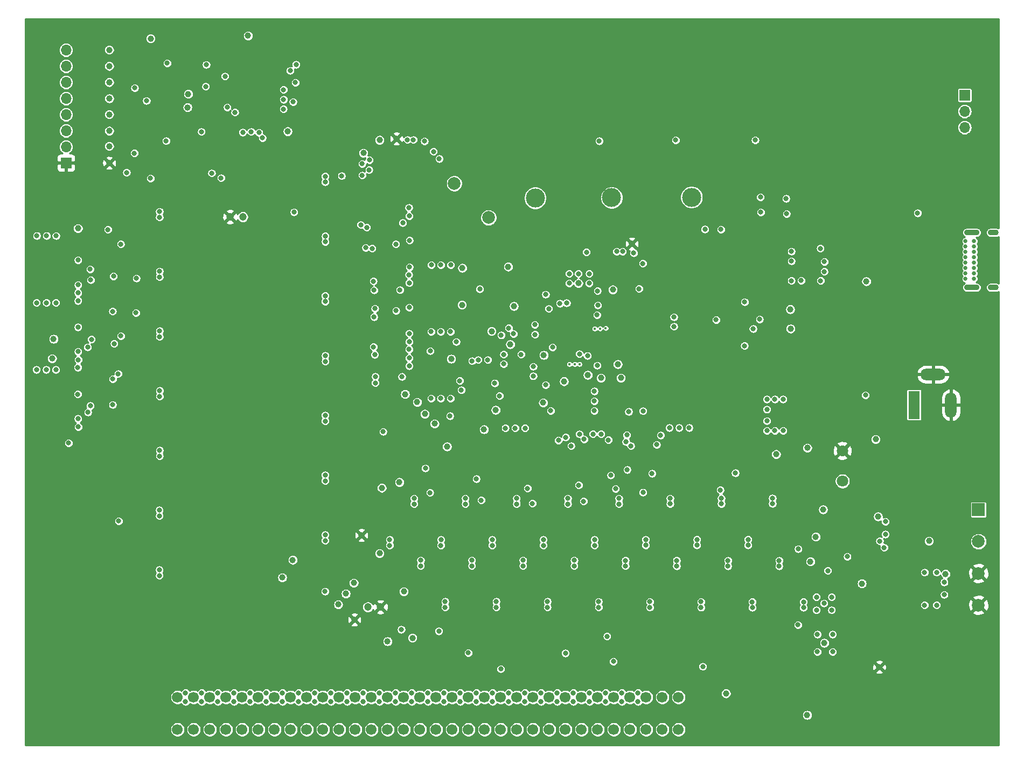
<source format=gbr>
G04 #@! TF.GenerationSoftware,KiCad,Pcbnew,5.1.4*
G04 #@! TF.CreationDate,2019-08-23T02:01:12-04:00*
G04 #@! TF.ProjectId,flipdot_driver,666c6970-646f-4745-9f64-72697665722e,rev?*
G04 #@! TF.SameCoordinates,Original*
G04 #@! TF.FileFunction,Copper,L3,Inr*
G04 #@! TF.FilePolarity,Positive*
%FSLAX46Y46*%
G04 Gerber Fmt 4.6, Leading zero omitted, Abs format (unit mm)*
G04 Created by KiCad (PCBNEW 5.1.4) date 2019-08-23 02:01:12*
%MOMM*%
%LPD*%
G04 APERTURE LIST*
%ADD10C,1.000000*%
%ADD11O,1.700000X0.900000*%
%ADD12O,2.400000X0.900000*%
%ADD13C,0.650000*%
%ADD14O,1.700000X1.700000*%
%ADD15R,1.700000X1.700000*%
%ADD16C,1.200000*%
%ADD17C,1.800000*%
%ADD18C,2.000000*%
%ADD19R,2.000000X2.000000*%
%ADD20R,1.800000X4.400000*%
%ADD21O,1.800000X4.000000*%
%ADD22O,4.000000X1.800000*%
%ADD23C,1.700000*%
%ADD24C,3.000000*%
%ADD25C,0.800000*%
%ADD26C,0.400000*%
%ADD27C,0.254000*%
G04 APERTURE END LIST*
D10*
X139530000Y-84870000D03*
X139220000Y-72650000D03*
D11*
X215453380Y-67255720D03*
X215453380Y-75905720D03*
D12*
X212073380Y-67255720D03*
X212073380Y-75905720D03*
D13*
X212443380Y-68605720D03*
X212443380Y-69455720D03*
X212443380Y-70305720D03*
X212443380Y-71155720D03*
X212443380Y-72005720D03*
X212443380Y-72855720D03*
X212443380Y-73705720D03*
X212443380Y-74555720D03*
X211093380Y-68605720D03*
X211093380Y-69455720D03*
X211093380Y-70305720D03*
X211093380Y-71155720D03*
X211093380Y-72005720D03*
X211093380Y-72855720D03*
X211093380Y-73705720D03*
X211093380Y-74555720D03*
D10*
X144800000Y-86550000D03*
X124900000Y-93950000D03*
X207950000Y-121000000D03*
X124150000Y-131050000D03*
X116150000Y-114900000D03*
X122800000Y-123750000D03*
X119350000Y-107450000D03*
X122100000Y-106550000D03*
X119000000Y-117750000D03*
X76510000Y-56320000D03*
X76510000Y-53670000D03*
X76510000Y-51270000D03*
X76510000Y-48670000D03*
X76510000Y-46170000D03*
X76510000Y-43620000D03*
X76510000Y-41070000D03*
X76510000Y-38520000D03*
X88910000Y-45470000D03*
X88810000Y-47570000D03*
X83010000Y-36740000D03*
X98320000Y-36290000D03*
X196980000Y-99800000D03*
X186230000Y-101150000D03*
X181330000Y-102150000D03*
X123000000Y-92700000D03*
X126100000Y-95800000D03*
X127650000Y-97350000D03*
X173450000Y-139800000D03*
X194800000Y-122500000D03*
X188900000Y-131850000D03*
X187550000Y-115150000D03*
X197350000Y-111950000D03*
X188700000Y-110850000D03*
X186710000Y-119040000D03*
X197550000Y-135650000D03*
X119000000Y-52700000D03*
X121650000Y-52500000D03*
X150250000Y-75250000D03*
X158650000Y-69050000D03*
X140100000Y-78860000D03*
X195500000Y-74950000D03*
X183600000Y-82400000D03*
X183550000Y-79350000D03*
X156430000Y-88000000D03*
X147980000Y-90690000D03*
X144700000Y-94050000D03*
X130250000Y-87150000D03*
X136600000Y-82800000D03*
X153800000Y-90150000D03*
X151720000Y-89690000D03*
X135400000Y-98250000D03*
X137250000Y-95200000D03*
X104550000Y-51350000D03*
X67530000Y-87090000D03*
X131950000Y-78650000D03*
X71600000Y-66600000D03*
X132000000Y-72850000D03*
X67750000Y-84010000D03*
X112500000Y-125800000D03*
X103700000Y-121550000D03*
X114950000Y-122400000D03*
X105350000Y-118800000D03*
X120250000Y-131600000D03*
X113700000Y-124100000D03*
X115050000Y-128200000D03*
X156930000Y-90140000D03*
X116450000Y-54750000D03*
X155650000Y-76250000D03*
X205350000Y-115800000D03*
X186200000Y-143200000D03*
D14*
X69710000Y-38540000D03*
X69710000Y-41080000D03*
X69710000Y-43620000D03*
X69710000Y-46160000D03*
X69710000Y-48700000D03*
X69710000Y-51240000D03*
X69710000Y-53780000D03*
D15*
X69710000Y-56320000D03*
D16*
X95500000Y-64800000D03*
X97500000Y-64800000D03*
X119150000Y-126200000D03*
X117150000Y-126200000D03*
D17*
X191750000Y-101590000D03*
X191750000Y-106390000D03*
D18*
X213130000Y-125890000D03*
X213130000Y-120890000D03*
D19*
X213130000Y-110890000D03*
D18*
X213130000Y-115890000D03*
D20*
X203010000Y-94400000D03*
D21*
X208810000Y-94400000D03*
D22*
X206010000Y-89600000D03*
D23*
X87233460Y-145468560D03*
X87233460Y-140388560D03*
X89773460Y-145468560D03*
X89773460Y-140388560D03*
X92313460Y-145468560D03*
X92313460Y-140388560D03*
X94853460Y-145468560D03*
X94853460Y-140388560D03*
X97393460Y-145468560D03*
X97393460Y-140388560D03*
X99933460Y-145468560D03*
X99933460Y-140388560D03*
X102473460Y-145468560D03*
X102473460Y-140388560D03*
X105013460Y-145468560D03*
X105013460Y-140388560D03*
X107553460Y-145468560D03*
X107553460Y-140388560D03*
X110093460Y-145468560D03*
X110093460Y-140388560D03*
X112633460Y-145468560D03*
X112633460Y-140388560D03*
X115173460Y-145468560D03*
X115173460Y-140388560D03*
X117713460Y-145468560D03*
X117713460Y-140388560D03*
X120253460Y-145468560D03*
X120253460Y-140388560D03*
X122793460Y-145468560D03*
X122793460Y-140388560D03*
X125333460Y-145468560D03*
X125333460Y-140388560D03*
X127873460Y-145468560D03*
X127873460Y-140388560D03*
X130413460Y-145468560D03*
X130413460Y-140388560D03*
X132953460Y-145468560D03*
X132953460Y-140388560D03*
X135493460Y-145468560D03*
X135493460Y-140388560D03*
X138033460Y-145468560D03*
X138033460Y-140388560D03*
X140573460Y-145468560D03*
X140573460Y-140388560D03*
X143113460Y-145468560D03*
X143113460Y-140388560D03*
X145653460Y-145468560D03*
X145653460Y-140388560D03*
X148193460Y-145468560D03*
X148193460Y-140388560D03*
X150733460Y-145468560D03*
X150733460Y-140388560D03*
X153273460Y-145468560D03*
X153273460Y-140388560D03*
X155813460Y-145468560D03*
X155813460Y-140388560D03*
X158353460Y-145468560D03*
X158353460Y-140388560D03*
X160893460Y-145468560D03*
X160893460Y-140388560D03*
X163433460Y-145468560D03*
X163433460Y-140388560D03*
X165973460Y-145468560D03*
X165973460Y-140388560D03*
D10*
X129600000Y-100950000D03*
D18*
X130733118Y-59534708D03*
X136121272Y-64922862D03*
D24*
X168030000Y-61710000D03*
X155470000Y-61780000D03*
D15*
X210950000Y-45650000D03*
D14*
X210950000Y-48190000D03*
X210950000Y-50730000D03*
D24*
X143460000Y-61830000D03*
D25*
X179880000Y-95100000D03*
X179880000Y-96900000D03*
X182430000Y-93500000D03*
X179880000Y-98450000D03*
X179880000Y-93500000D03*
X182430000Y-98450000D03*
X181130000Y-98450000D03*
X181130000Y-93500000D03*
X204650000Y-120750000D03*
X206550000Y-120750000D03*
X206550000Y-125900000D03*
X204650000Y-125900000D03*
X124310220Y-52675360D03*
X123367880Y-52675360D03*
X128376760Y-55653060D03*
X110448820Y-114840220D03*
X110448820Y-115740220D03*
X110448820Y-96930220D03*
X84388900Y-110946400D03*
X84406680Y-74259760D03*
X84406680Y-73359760D03*
X84419380Y-92145460D03*
X84388900Y-111846400D03*
X84419380Y-93045460D03*
X110448820Y-96030220D03*
X110448820Y-78120220D03*
X110448820Y-77220220D03*
X110448820Y-58410220D03*
X110448820Y-59310220D03*
X84414320Y-102444220D03*
X84401620Y-64863040D03*
X84383840Y-120346240D03*
X110453880Y-105431920D03*
X110461500Y-87535700D03*
X84414320Y-101544220D03*
X110461500Y-86635700D03*
X84406700Y-83652360D03*
X110456420Y-67821700D03*
X110432260Y-123735940D03*
X110453880Y-106331920D03*
X84406700Y-82752360D03*
X84401620Y-63963040D03*
X110456420Y-68721700D03*
X84383840Y-121246240D03*
X180750440Y-109944120D03*
X180745360Y-109075440D03*
X176907420Y-116461760D03*
X176915040Y-115572760D03*
X168869800Y-116464300D03*
X160819480Y-116482080D03*
X152776780Y-116487160D03*
X168877420Y-115575300D03*
X160827100Y-115593080D03*
X152784400Y-115598160D03*
X172707740Y-109077980D03*
X164657420Y-109095760D03*
X156614720Y-109100840D03*
X172712820Y-109946660D03*
X164662500Y-109964440D03*
X156619800Y-109969520D03*
X129293320Y-126225520D03*
X129285700Y-125336520D03*
X125455380Y-118839200D03*
X145378720Y-126230600D03*
X137330940Y-126228060D03*
X153423960Y-126233140D03*
X137323320Y-125339060D03*
X145371100Y-125341600D03*
X153416340Y-125344140D03*
X133493000Y-118841740D03*
X141540780Y-118844280D03*
X149586020Y-118846820D03*
X133487920Y-119710420D03*
X141535700Y-119712960D03*
X149580940Y-119715500D03*
X125450300Y-119707880D03*
X124424140Y-109972060D03*
X124419060Y-109103380D03*
X120581120Y-116489700D03*
X120588740Y-115600700D03*
X128638740Y-115600700D03*
X136688740Y-115600700D03*
X144738740Y-115600700D03*
X132474140Y-109972060D03*
X140524140Y-109972060D03*
X148574140Y-109972060D03*
X132469060Y-109103380D03*
X140519060Y-109103380D03*
X148569060Y-109103380D03*
X128631120Y-116489700D03*
X136681120Y-116489700D03*
X144731120Y-116489700D03*
X181783160Y-119758680D03*
X181788240Y-118890000D03*
X173737500Y-119753600D03*
X165681680Y-119740900D03*
X157633480Y-119735820D03*
X173742580Y-118884920D03*
X165686760Y-118872220D03*
X157638560Y-118867140D03*
X177580520Y-126271240D03*
X169524700Y-126258540D03*
X161476500Y-126253460D03*
X177572900Y-125382240D03*
X169517080Y-125369540D03*
X161468880Y-125364460D03*
X185618560Y-125387320D03*
X185626180Y-126276320D03*
X195370000Y-92860000D03*
X198500000Y-114750000D03*
X198500000Y-112750000D03*
X207750000Y-122300000D03*
X207750000Y-124250000D03*
X198300000Y-116850000D03*
X127108920Y-89392620D03*
X128582120Y-89351980D03*
X130126440Y-89372300D03*
X185780000Y-91900000D03*
X185780000Y-90600000D03*
X187330000Y-89350000D03*
X189130000Y-89350000D03*
X190730000Y-90600000D03*
X190730000Y-91900000D03*
X190730000Y-89350000D03*
X185780000Y-89350000D03*
X87710000Y-44270000D03*
X87860000Y-46470000D03*
X83910000Y-50220000D03*
X83560000Y-49120000D03*
X167685820Y-94014040D03*
X166108480Y-94008960D03*
X164571780Y-94014040D03*
X149737380Y-92131900D03*
X149732300Y-93709240D03*
X149737380Y-95245940D03*
X132900000Y-81000000D03*
X180875000Y-138975000D03*
X180900000Y-140150000D03*
X179675000Y-138975000D03*
X179700000Y-140150000D03*
X178475000Y-138975000D03*
X178500000Y-140150000D03*
X122128360Y-54605760D03*
X128305640Y-57173920D03*
X123690460Y-54600680D03*
X158676400Y-75882640D03*
X191884780Y-116162420D03*
X192682340Y-116843140D03*
X192682340Y-115456300D03*
X191125320Y-115463920D03*
X191125320Y-116843140D03*
X195240120Y-113431920D03*
X194241900Y-113434460D03*
X189492100Y-118933560D03*
X187693780Y-117757540D03*
X187693780Y-116485000D03*
X149818820Y-81659380D03*
X148376100Y-81649220D03*
X149818820Y-83081780D03*
X66626440Y-92857540D03*
X68099640Y-92816900D03*
X65082120Y-92837220D03*
X66641680Y-82326700D03*
X68114880Y-82286060D03*
X65097360Y-82306380D03*
X66669620Y-71788240D03*
X68142820Y-71747600D03*
X65125300Y-71767920D03*
X99877580Y-46355220D03*
X99918220Y-47828420D03*
X99897900Y-44810900D03*
X128610060Y-68354160D03*
X127136860Y-68394800D03*
X110853880Y-110281920D03*
X108199488Y-112189216D03*
X105063140Y-76481020D03*
X105045360Y-95288480D03*
X104263140Y-76481020D03*
X90612680Y-63210580D03*
X108191868Y-93394816D03*
X86678872Y-117676556D03*
X90625380Y-119570220D03*
X104252980Y-114082880D03*
X89820300Y-100774360D03*
X89825380Y-119570220D03*
X105052980Y-114082880D03*
X83972872Y-97101796D03*
X83960172Y-78316096D03*
X110895328Y-82176556D03*
X108195328Y-61453884D03*
X110848820Y-119690220D03*
X108195328Y-117883884D03*
X105048820Y-115990220D03*
X104248820Y-115990220D03*
X86642392Y-113990064D03*
X90619380Y-93295460D03*
X83942392Y-115902736D03*
X110895328Y-63366556D03*
X110895328Y-100986556D03*
X104248820Y-59560220D03*
X86672872Y-95189124D03*
X90606680Y-74509760D03*
X89819380Y-93295460D03*
X89806680Y-74509760D03*
X90588900Y-112096400D03*
X89788900Y-112096400D03*
X108195328Y-99073884D03*
X104248820Y-97180220D03*
X105048820Y-97180220D03*
X108195328Y-80263884D03*
X104248820Y-78370220D03*
X105048820Y-59560220D03*
X105048820Y-78370220D03*
X89783840Y-121496240D03*
X105061500Y-87785700D03*
X104256420Y-68971700D03*
X86637332Y-123389904D03*
X90583840Y-121496240D03*
X104253880Y-106581920D03*
X89814320Y-102694220D03*
X90606700Y-83902360D03*
X89806700Y-83902360D03*
X86660192Y-85796024D03*
X105053880Y-106581920D03*
X86655112Y-67006704D03*
X90614320Y-102694220D03*
X90601620Y-65113040D03*
X108208008Y-89679364D03*
X105062740Y-67088200D03*
X89810540Y-72592920D03*
X86676732Y-89488936D03*
X89828320Y-110174820D03*
X90610540Y-72592920D03*
X89823240Y-91382600D03*
X104250040Y-85884060D03*
X104232260Y-123485940D03*
X90628320Y-110174820D03*
X108178768Y-121592276D03*
X86681812Y-108281156D03*
X105052580Y-104682460D03*
X90623240Y-91382600D03*
X86667812Y-104587884D03*
X104261500Y-87785700D03*
X89801620Y-65113040D03*
X86673792Y-98880696D03*
X104245360Y-95288480D03*
X86666172Y-61316916D03*
X90620300Y-100774360D03*
X90615220Y-81975960D03*
X89815220Y-81975960D03*
X89812680Y-63210580D03*
X108209648Y-74587356D03*
X108202928Y-70865364D03*
X108200388Y-108475584D03*
X105056420Y-68971700D03*
X105050040Y-85884060D03*
X104262740Y-67088200D03*
X108196548Y-83990396D03*
X108209248Y-65194536D03*
X104252580Y-104682460D03*
X86664032Y-70699256D03*
X110861500Y-91485700D03*
X83983840Y-125196240D03*
X84001620Y-68813040D03*
X84006700Y-87602360D03*
X84014320Y-106394220D03*
X105032260Y-123485940D03*
X108199088Y-102788796D03*
X110856420Y-72671700D03*
X138714180Y-94064040D03*
X140291520Y-94058960D03*
X141828220Y-94064040D03*
X180920620Y-112557780D03*
X182782440Y-115570220D03*
X182790060Y-116459220D03*
X178997840Y-112552700D03*
X179975740Y-112557780D03*
X170960220Y-112555240D03*
X162909900Y-112573020D03*
X154867200Y-112578100D03*
X174752440Y-116461760D03*
X166702120Y-116479540D03*
X158659420Y-116484620D03*
X172883000Y-112560320D03*
X164832680Y-112578100D03*
X156789980Y-112583180D03*
X171938120Y-112560320D03*
X163887800Y-112578100D03*
X155845100Y-112583180D03*
X174744820Y-115572760D03*
X166694500Y-115590540D03*
X158651800Y-115595620D03*
X127202900Y-122316460D03*
X123410680Y-126222980D03*
X125280120Y-122321540D03*
X143288300Y-122321540D03*
X151333540Y-122324080D03*
X135240520Y-122319000D03*
X131448300Y-126225520D03*
X139496080Y-126228060D03*
X147541320Y-126230600D03*
X133317740Y-122324080D03*
X141365520Y-122326620D03*
X149410760Y-122329160D03*
X134262620Y-122324080D03*
X142310400Y-122326620D03*
X150355640Y-122329160D03*
X131455920Y-125336520D03*
X139503700Y-125339060D03*
X147548940Y-125341600D03*
X126225000Y-122321540D03*
X123418300Y-125333980D03*
X124594320Y-112585720D03*
X126456140Y-115598160D03*
X126463760Y-116487160D03*
X122671540Y-112580640D03*
X142556140Y-115598160D03*
X132644320Y-112585720D03*
X140694320Y-112585720D03*
X134506140Y-115598160D03*
X148744320Y-112585720D03*
X150606140Y-115598160D03*
X134513760Y-116487160D03*
X142563760Y-116487160D03*
X150613760Y-116487160D03*
X130721540Y-112580640D03*
X138771540Y-112580640D03*
X146821540Y-112580640D03*
X131699440Y-112585720D03*
X139749440Y-112585720D03*
X147799440Y-112585720D03*
X123649440Y-112585720D03*
X179751160Y-125384780D03*
X179743540Y-126273780D03*
X181612980Y-122372340D03*
X182557860Y-122372340D03*
X183535760Y-122367260D03*
X173567320Y-122367260D03*
X165511500Y-122354560D03*
X157463300Y-122349480D03*
X171705500Y-125379700D03*
X163649680Y-125367000D03*
X155601480Y-125361920D03*
X171697880Y-126268700D03*
X163642060Y-126256000D03*
X155593860Y-126250920D03*
X175490100Y-122362180D03*
X167434280Y-122349480D03*
X159386080Y-122344400D03*
X174512200Y-122367260D03*
X166456380Y-122354560D03*
X158408180Y-122349480D03*
X156717700Y-93759240D03*
X156700000Y-95000000D03*
X83979720Y-59428600D03*
X86663976Y-76380171D03*
X86673147Y-80109932D03*
X128582120Y-78851980D03*
X163415440Y-81171700D03*
X164174900Y-79855980D03*
X164088540Y-82649980D03*
X168865800Y-82080800D03*
X168865800Y-80506000D03*
X171479460Y-88397780D03*
X171489620Y-89639840D03*
X148365940Y-83081780D03*
X157489620Y-81547620D03*
X203628660Y-68516400D03*
X203593100Y-67000020D03*
X209361100Y-80750120D03*
X210897800Y-80752660D03*
X213940720Y-80739960D03*
X212439580Y-80739960D03*
X201485580Y-73704980D03*
X174827780Y-85084060D03*
X174830320Y-78195580D03*
X197455000Y-128196940D03*
X156567460Y-72180360D03*
X195320000Y-85310000D03*
X182050000Y-140150000D03*
X182025000Y-138975000D03*
X202700000Y-112750000D03*
X202700000Y-114700000D03*
X202700000Y-116700000D03*
X134150000Y-95000000D03*
X132250000Y-95000000D03*
X114570000Y-54500000D03*
X155800000Y-69200000D03*
X184750000Y-136400000D03*
X80460000Y-50270000D03*
X82410000Y-53670000D03*
X80510000Y-40070000D03*
X85560000Y-35120000D03*
X187800000Y-138500000D03*
X136550000Y-78150000D03*
X136150000Y-91400000D03*
X136062653Y-96337347D03*
X132750000Y-98400000D03*
X153867817Y-106382183D03*
X152250000Y-105500000D03*
X118150000Y-83950000D03*
X118250000Y-73100000D03*
X76900000Y-78083290D03*
X76850000Y-88700000D03*
X75050000Y-100100000D03*
X127108920Y-78892620D03*
X130126440Y-78872300D03*
X130154380Y-68374480D03*
X156712620Y-92181900D03*
X164250000Y-102300000D03*
X142100000Y-102300000D03*
X121750000Y-100800000D03*
X144695710Y-85454953D03*
X211850000Y-59900000D03*
X183715740Y-73273080D03*
X185293180Y-70230260D03*
X186733160Y-69760360D03*
X187330060Y-71873640D03*
X188600000Y-77850000D03*
X186250000Y-73500000D03*
X90480000Y-37870000D03*
X87120000Y-40580000D03*
X192000000Y-76820000D03*
X118240000Y-62170000D03*
X149320000Y-89590000D03*
X143290000Y-58420000D03*
X155620000Y-58470000D03*
X167790000Y-57710000D03*
X180910000Y-60130000D03*
X192050000Y-84720000D03*
X181160000Y-84660000D03*
X142840000Y-76330000D03*
X142620000Y-70910000D03*
X141230000Y-77480000D03*
X138940000Y-66140000D03*
X137010000Y-62450000D03*
X92450000Y-54850000D03*
X84850000Y-41270000D03*
X184750000Y-129000000D03*
X188850000Y-125600000D03*
X187650000Y-124625000D03*
X190050000Y-124625000D03*
X190050000Y-126675000D03*
X187650000Y-126675000D03*
X189443740Y-120470260D03*
X187800000Y-130500000D03*
X190200000Y-130500000D03*
X187800000Y-133250000D03*
X190200000Y-133250000D03*
X122409920Y-129730720D03*
X121523461Y-141088277D03*
X121523461Y-139688843D03*
X159623461Y-141088277D03*
X159623459Y-139688843D03*
X169801240Y-135567640D03*
X124063461Y-141088277D03*
X124063461Y-139688843D03*
X157083459Y-141088277D03*
X157083461Y-139688843D03*
X128307800Y-129984720D03*
X126603459Y-141088277D03*
X126603459Y-139688843D03*
X154543459Y-141088277D03*
X154543461Y-139688843D03*
X155749960Y-134767540D03*
X129143461Y-141088277D03*
X129143461Y-139688843D03*
X152003461Y-141088277D03*
X152003461Y-139688843D03*
X132945840Y-133406100D03*
X131683459Y-141088277D03*
X131683461Y-139688843D03*
X149463459Y-141088277D03*
X149463461Y-139688843D03*
X154746660Y-130805140D03*
X134223461Y-141088277D03*
X134223461Y-139688843D03*
X146923461Y-141088277D03*
X146923459Y-139688843D03*
X138041080Y-135933400D03*
X136763461Y-141088277D03*
X136763459Y-139688843D03*
X144383461Y-141088277D03*
X144383459Y-139688843D03*
X148196000Y-133459440D03*
X139303459Y-141088277D03*
X139303459Y-139688843D03*
X141843461Y-141088277D03*
X141843461Y-139688843D03*
X148250000Y-99489141D03*
X157725153Y-100199847D03*
X145100000Y-91250000D03*
X162550000Y-100650000D03*
X141237500Y-86449999D03*
X150410000Y-98990000D03*
X94690000Y-42680000D03*
X123650000Y-87000000D03*
X122199999Y-76300000D03*
X73100000Y-85300000D03*
X73150000Y-95550000D03*
X73600000Y-74718300D03*
X97500000Y-51500000D03*
X122642347Y-65732347D03*
X90990000Y-51400000D03*
X71650000Y-97850000D03*
X71650000Y-87300000D03*
X123600000Y-63350000D03*
X123650000Y-84450000D03*
X123600000Y-73900000D03*
X71600000Y-76750000D03*
X131050000Y-84450000D03*
X95050000Y-47550000D03*
X123650000Y-88250000D03*
X73707270Y-84073229D03*
X73500000Y-73050000D03*
X98800000Y-51400000D03*
X121556083Y-69095134D03*
X157850000Y-99125010D03*
X139300000Y-82300000D03*
X137099999Y-90968001D03*
X147095000Y-99975000D03*
X121579369Y-79560000D03*
X73540000Y-94520000D03*
X85450000Y-52850000D03*
X149100000Y-100850000D03*
X158500000Y-100850000D03*
X158150000Y-95450000D03*
X71600001Y-96550000D03*
X71600000Y-75500000D03*
X71600001Y-86000000D03*
X123649999Y-75200000D03*
X123649999Y-64650000D03*
X96250000Y-48350000D03*
X126950000Y-85900000D03*
X123630000Y-85640000D03*
X163175773Y-99174227D03*
X184800000Y-117050000D03*
X174911720Y-105105420D03*
X126920500Y-108196600D03*
X134193720Y-106031780D03*
X172546980Y-107780040D03*
X161823100Y-105185690D03*
X134970500Y-109385320D03*
X142249860Y-107515880D03*
X160393080Y-108155960D03*
X157903880Y-104589800D03*
X143020500Y-109900940D03*
X150305640Y-107020580D03*
X156095400Y-107584460D03*
X155329980Y-105452520D03*
X151066160Y-109563120D03*
X118983459Y-141088277D03*
X118983461Y-139688843D03*
X118326814Y-90929340D03*
X116443459Y-141088277D03*
X116443459Y-139688843D03*
X113903461Y-141088277D03*
X113903459Y-139688843D03*
X118234160Y-86474520D03*
X118114780Y-80541080D03*
X111363461Y-141088277D03*
X111363461Y-139688843D03*
X118137640Y-76327220D03*
X108823461Y-141088277D03*
X108823459Y-139688843D03*
X106283461Y-141088277D03*
X106283459Y-139688843D03*
X117807440Y-69761320D03*
X116964280Y-66464280D03*
X103743461Y-141088277D03*
X103743461Y-139688843D03*
X105550000Y-64050000D03*
X94086380Y-58681840D03*
X101203461Y-141088277D03*
X101203461Y-139688843D03*
X98663461Y-141088277D03*
X98663459Y-139688843D03*
X76294600Y-66794600D03*
X96123459Y-141088277D03*
X96123461Y-139688843D03*
X80770600Y-74466500D03*
X80695237Y-79907783D03*
X93583461Y-141088277D03*
X93583461Y-139688843D03*
X91043461Y-141088277D03*
X91043459Y-139688843D03*
X78325680Y-83549370D03*
X88503461Y-141088277D03*
X88503461Y-139688843D03*
X77900000Y-89500000D03*
X77040867Y-94358253D03*
X122500000Y-89950000D03*
X138116624Y-83416624D03*
X160400000Y-95350000D03*
X145900000Y-95300000D03*
X130050000Y-96126998D03*
X140050000Y-83200000D03*
X137850000Y-92950000D03*
X113024981Y-58350000D03*
X105400000Y-46700000D03*
X126195500Y-104350000D03*
X118330852Y-89929346D03*
X118043660Y-85257860D03*
X118264640Y-79227900D03*
X118020800Y-74917520D03*
X116813449Y-69651837D03*
X116042140Y-66052920D03*
X100590220Y-52377622D03*
X92610000Y-57920000D03*
X82994200Y-58740260D03*
X78320600Y-69090760D03*
X77164900Y-74152980D03*
X77030280Y-79659700D03*
X77274120Y-84742240D03*
X77068380Y-90307380D03*
X77996880Y-112659380D03*
X152529803Y-98970197D03*
X154963671Y-99913671D03*
X151150000Y-99800000D03*
X153814517Y-98964517D03*
X100052840Y-51534280D03*
X71550000Y-88500000D03*
X71550000Y-92700000D03*
X123650000Y-83150000D03*
X123650000Y-79050000D03*
X71600000Y-71600000D03*
X123700000Y-72700000D03*
X123700000Y-68500000D03*
X71600000Y-82150000D03*
X71600000Y-78000000D03*
X70120000Y-100390000D03*
X79230000Y-57820000D03*
X150247200Y-73742560D03*
X148797200Y-73742560D03*
X148797200Y-75242560D03*
X151931860Y-75241060D03*
D26*
X152818560Y-82385820D03*
D25*
X146184080Y-85322060D03*
D26*
X153631360Y-82375660D03*
D25*
X143395060Y-81771140D03*
X147319460Y-78425760D03*
X151947200Y-73742560D03*
X148400000Y-78350000D03*
X150398703Y-86371290D03*
D26*
X154543220Y-82314700D03*
D25*
X183720000Y-74840000D03*
X188892260Y-73412880D03*
X185262600Y-74822580D03*
X203560000Y-64200000D03*
X188915120Y-71860940D03*
X188325840Y-74847980D03*
X145100000Y-77000000D03*
X133515518Y-87475486D03*
X134750000Y-76150000D03*
X105760000Y-43670000D03*
X197599780Y-115816980D03*
X192509620Y-118262900D03*
X127460000Y-54520000D03*
X126052660Y-52898880D03*
X160370000Y-72140000D03*
X158929660Y-70478560D03*
X178726580Y-80921100D03*
X177705600Y-82406900D03*
X91760000Y-40850000D03*
X105880000Y-40830000D03*
X91670000Y-44280000D03*
X104950000Y-41780000D03*
X172657121Y-66767131D03*
X170129326Y-66749326D03*
X157187220Y-70255040D03*
X156244880Y-70255040D03*
X183720000Y-70230000D03*
X130172160Y-72372440D03*
X153250000Y-76450000D03*
X130144220Y-93370260D03*
X128599900Y-93370260D03*
X127106380Y-93360100D03*
X82360000Y-46520000D03*
X166088160Y-97989140D03*
X167637560Y-97989140D03*
X164551460Y-97989140D03*
X138500000Y-87950000D03*
X138500000Y-86450000D03*
X136000000Y-87300000D03*
X134500000Y-87300000D03*
X153202100Y-88179700D03*
X68102180Y-88849420D03*
X65064340Y-88839260D03*
X66608660Y-88839260D03*
X68117420Y-78318580D03*
X65079580Y-78308420D03*
X66623900Y-78308420D03*
X68145360Y-67780120D03*
X65107520Y-67769960D03*
X66651840Y-67769960D03*
X103885700Y-47830960D03*
X103895860Y-44793120D03*
X103895860Y-46337440D03*
X127134320Y-72362280D03*
X128627840Y-72372440D03*
X140311840Y-98039140D03*
X138762440Y-98039140D03*
X141848540Y-98039140D03*
X152737520Y-92230160D03*
X152737520Y-93779560D03*
X152737520Y-95316260D03*
X130144220Y-82870260D03*
X128599900Y-82870260D03*
X127106380Y-82860100D03*
X165259000Y-80564420D03*
X165259000Y-82055400D03*
X143415380Y-83302760D03*
X151667940Y-86650580D03*
X153300000Y-78700000D03*
X183723260Y-71756800D03*
X188272600Y-69757820D03*
X176351780Y-85084060D03*
X176374640Y-78187960D03*
X143150000Y-89850000D03*
X131600000Y-90600000D03*
X131850000Y-92050000D03*
X151500000Y-70350000D03*
X80460000Y-54770000D03*
X80510000Y-44520000D03*
X85610000Y-40620000D03*
X116260000Y-58260000D03*
X117400000Y-55850000D03*
X117350000Y-57400000D03*
X116250000Y-56450000D03*
X143150000Y-88350000D03*
X171900000Y-81000000D03*
X119550000Y-98600000D03*
X153171620Y-80239520D03*
X178920000Y-64060000D03*
X165540000Y-52730000D03*
X153520000Y-52860000D03*
X178040000Y-52730000D03*
X159774351Y-76114351D03*
D26*
X150399169Y-87974497D03*
D25*
X178850000Y-61690000D03*
D26*
X149698296Y-87979690D03*
D25*
X182880000Y-61920000D03*
X145590000Y-79260000D03*
D26*
X148850000Y-87979690D03*
D25*
X182970000Y-64320000D03*
D27*
G36*
X216292179Y-66610673D02*
G01*
X216287146Y-66606543D01*
X216152164Y-66534393D01*
X216005699Y-66489963D01*
X215891546Y-66478720D01*
X215015214Y-66478720D01*
X214901061Y-66489963D01*
X214754596Y-66534393D01*
X214619614Y-66606543D01*
X214501300Y-66703640D01*
X214404203Y-66821954D01*
X214332053Y-66956936D01*
X214287623Y-67103401D01*
X214272621Y-67255720D01*
X214287623Y-67408039D01*
X214332053Y-67554504D01*
X214404203Y-67689486D01*
X214501300Y-67807800D01*
X214619614Y-67904897D01*
X214754596Y-67977047D01*
X214901061Y-68021477D01*
X215015214Y-68032720D01*
X215891546Y-68032720D01*
X216005699Y-68021477D01*
X216152164Y-67977047D01*
X216287146Y-67904897D01*
X216292860Y-67900208D01*
X216296752Y-75264427D01*
X216287146Y-75256543D01*
X216152164Y-75184393D01*
X216005699Y-75139963D01*
X215891546Y-75128720D01*
X215015214Y-75128720D01*
X214901061Y-75139963D01*
X214754596Y-75184393D01*
X214619614Y-75256543D01*
X214501300Y-75353640D01*
X214404203Y-75471954D01*
X214332053Y-75606936D01*
X214287623Y-75753401D01*
X214272621Y-75905720D01*
X214287623Y-76058039D01*
X214332053Y-76204504D01*
X214404203Y-76339486D01*
X214501300Y-76457800D01*
X214619614Y-76554897D01*
X214754596Y-76627047D01*
X214901061Y-76671477D01*
X215015214Y-76682720D01*
X215891546Y-76682720D01*
X216005699Y-76671477D01*
X216152164Y-76627047D01*
X216287146Y-76554897D01*
X216297430Y-76546457D01*
X216335150Y-147913000D01*
X63297000Y-147913000D01*
X63297000Y-145352636D01*
X86056460Y-145352636D01*
X86056460Y-145584484D01*
X86101691Y-145811878D01*
X86190416Y-146026079D01*
X86319224Y-146218854D01*
X86483166Y-146382796D01*
X86675941Y-146511604D01*
X86890142Y-146600329D01*
X87117536Y-146645560D01*
X87349384Y-146645560D01*
X87576778Y-146600329D01*
X87790979Y-146511604D01*
X87983754Y-146382796D01*
X88147696Y-146218854D01*
X88276504Y-146026079D01*
X88365229Y-145811878D01*
X88410460Y-145584484D01*
X88410460Y-145352636D01*
X88596460Y-145352636D01*
X88596460Y-145584484D01*
X88641691Y-145811878D01*
X88730416Y-146026079D01*
X88859224Y-146218854D01*
X89023166Y-146382796D01*
X89215941Y-146511604D01*
X89430142Y-146600329D01*
X89657536Y-146645560D01*
X89889384Y-146645560D01*
X90116778Y-146600329D01*
X90330979Y-146511604D01*
X90523754Y-146382796D01*
X90687696Y-146218854D01*
X90816504Y-146026079D01*
X90905229Y-145811878D01*
X90950460Y-145584484D01*
X90950460Y-145352636D01*
X91136460Y-145352636D01*
X91136460Y-145584484D01*
X91181691Y-145811878D01*
X91270416Y-146026079D01*
X91399224Y-146218854D01*
X91563166Y-146382796D01*
X91755941Y-146511604D01*
X91970142Y-146600329D01*
X92197536Y-146645560D01*
X92429384Y-146645560D01*
X92656778Y-146600329D01*
X92870979Y-146511604D01*
X93063754Y-146382796D01*
X93227696Y-146218854D01*
X93356504Y-146026079D01*
X93445229Y-145811878D01*
X93490460Y-145584484D01*
X93490460Y-145352636D01*
X93676460Y-145352636D01*
X93676460Y-145584484D01*
X93721691Y-145811878D01*
X93810416Y-146026079D01*
X93939224Y-146218854D01*
X94103166Y-146382796D01*
X94295941Y-146511604D01*
X94510142Y-146600329D01*
X94737536Y-146645560D01*
X94969384Y-146645560D01*
X95196778Y-146600329D01*
X95410979Y-146511604D01*
X95603754Y-146382796D01*
X95767696Y-146218854D01*
X95896504Y-146026079D01*
X95985229Y-145811878D01*
X96030460Y-145584484D01*
X96030460Y-145352636D01*
X96216460Y-145352636D01*
X96216460Y-145584484D01*
X96261691Y-145811878D01*
X96350416Y-146026079D01*
X96479224Y-146218854D01*
X96643166Y-146382796D01*
X96835941Y-146511604D01*
X97050142Y-146600329D01*
X97277536Y-146645560D01*
X97509384Y-146645560D01*
X97736778Y-146600329D01*
X97950979Y-146511604D01*
X98143754Y-146382796D01*
X98307696Y-146218854D01*
X98436504Y-146026079D01*
X98525229Y-145811878D01*
X98570460Y-145584484D01*
X98570460Y-145352636D01*
X98756460Y-145352636D01*
X98756460Y-145584484D01*
X98801691Y-145811878D01*
X98890416Y-146026079D01*
X99019224Y-146218854D01*
X99183166Y-146382796D01*
X99375941Y-146511604D01*
X99590142Y-146600329D01*
X99817536Y-146645560D01*
X100049384Y-146645560D01*
X100276778Y-146600329D01*
X100490979Y-146511604D01*
X100683754Y-146382796D01*
X100847696Y-146218854D01*
X100976504Y-146026079D01*
X101065229Y-145811878D01*
X101110460Y-145584484D01*
X101110460Y-145352636D01*
X101296460Y-145352636D01*
X101296460Y-145584484D01*
X101341691Y-145811878D01*
X101430416Y-146026079D01*
X101559224Y-146218854D01*
X101723166Y-146382796D01*
X101915941Y-146511604D01*
X102130142Y-146600329D01*
X102357536Y-146645560D01*
X102589384Y-146645560D01*
X102816778Y-146600329D01*
X103030979Y-146511604D01*
X103223754Y-146382796D01*
X103387696Y-146218854D01*
X103516504Y-146026079D01*
X103605229Y-145811878D01*
X103650460Y-145584484D01*
X103650460Y-145352636D01*
X103836460Y-145352636D01*
X103836460Y-145584484D01*
X103881691Y-145811878D01*
X103970416Y-146026079D01*
X104099224Y-146218854D01*
X104263166Y-146382796D01*
X104455941Y-146511604D01*
X104670142Y-146600329D01*
X104897536Y-146645560D01*
X105129384Y-146645560D01*
X105356778Y-146600329D01*
X105570979Y-146511604D01*
X105763754Y-146382796D01*
X105927696Y-146218854D01*
X106056504Y-146026079D01*
X106145229Y-145811878D01*
X106190460Y-145584484D01*
X106190460Y-145352636D01*
X106376460Y-145352636D01*
X106376460Y-145584484D01*
X106421691Y-145811878D01*
X106510416Y-146026079D01*
X106639224Y-146218854D01*
X106803166Y-146382796D01*
X106995941Y-146511604D01*
X107210142Y-146600329D01*
X107437536Y-146645560D01*
X107669384Y-146645560D01*
X107896778Y-146600329D01*
X108110979Y-146511604D01*
X108303754Y-146382796D01*
X108467696Y-146218854D01*
X108596504Y-146026079D01*
X108685229Y-145811878D01*
X108730460Y-145584484D01*
X108730460Y-145352636D01*
X108916460Y-145352636D01*
X108916460Y-145584484D01*
X108961691Y-145811878D01*
X109050416Y-146026079D01*
X109179224Y-146218854D01*
X109343166Y-146382796D01*
X109535941Y-146511604D01*
X109750142Y-146600329D01*
X109977536Y-146645560D01*
X110209384Y-146645560D01*
X110436778Y-146600329D01*
X110650979Y-146511604D01*
X110843754Y-146382796D01*
X111007696Y-146218854D01*
X111136504Y-146026079D01*
X111225229Y-145811878D01*
X111270460Y-145584484D01*
X111270460Y-145352636D01*
X111456460Y-145352636D01*
X111456460Y-145584484D01*
X111501691Y-145811878D01*
X111590416Y-146026079D01*
X111719224Y-146218854D01*
X111883166Y-146382796D01*
X112075941Y-146511604D01*
X112290142Y-146600329D01*
X112517536Y-146645560D01*
X112749384Y-146645560D01*
X112976778Y-146600329D01*
X113190979Y-146511604D01*
X113383754Y-146382796D01*
X113547696Y-146218854D01*
X113676504Y-146026079D01*
X113765229Y-145811878D01*
X113810460Y-145584484D01*
X113810460Y-145352636D01*
X113996460Y-145352636D01*
X113996460Y-145584484D01*
X114041691Y-145811878D01*
X114130416Y-146026079D01*
X114259224Y-146218854D01*
X114423166Y-146382796D01*
X114615941Y-146511604D01*
X114830142Y-146600329D01*
X115057536Y-146645560D01*
X115289384Y-146645560D01*
X115516778Y-146600329D01*
X115730979Y-146511604D01*
X115923754Y-146382796D01*
X116087696Y-146218854D01*
X116216504Y-146026079D01*
X116305229Y-145811878D01*
X116350460Y-145584484D01*
X116350460Y-145352636D01*
X116536460Y-145352636D01*
X116536460Y-145584484D01*
X116581691Y-145811878D01*
X116670416Y-146026079D01*
X116799224Y-146218854D01*
X116963166Y-146382796D01*
X117155941Y-146511604D01*
X117370142Y-146600329D01*
X117597536Y-146645560D01*
X117829384Y-146645560D01*
X118056778Y-146600329D01*
X118270979Y-146511604D01*
X118463754Y-146382796D01*
X118627696Y-146218854D01*
X118756504Y-146026079D01*
X118845229Y-145811878D01*
X118890460Y-145584484D01*
X118890460Y-145352636D01*
X119076460Y-145352636D01*
X119076460Y-145584484D01*
X119121691Y-145811878D01*
X119210416Y-146026079D01*
X119339224Y-146218854D01*
X119503166Y-146382796D01*
X119695941Y-146511604D01*
X119910142Y-146600329D01*
X120137536Y-146645560D01*
X120369384Y-146645560D01*
X120596778Y-146600329D01*
X120810979Y-146511604D01*
X121003754Y-146382796D01*
X121167696Y-146218854D01*
X121296504Y-146026079D01*
X121385229Y-145811878D01*
X121430460Y-145584484D01*
X121430460Y-145352636D01*
X121616460Y-145352636D01*
X121616460Y-145584484D01*
X121661691Y-145811878D01*
X121750416Y-146026079D01*
X121879224Y-146218854D01*
X122043166Y-146382796D01*
X122235941Y-146511604D01*
X122450142Y-146600329D01*
X122677536Y-146645560D01*
X122909384Y-146645560D01*
X123136778Y-146600329D01*
X123350979Y-146511604D01*
X123543754Y-146382796D01*
X123707696Y-146218854D01*
X123836504Y-146026079D01*
X123925229Y-145811878D01*
X123970460Y-145584484D01*
X123970460Y-145352636D01*
X124156460Y-145352636D01*
X124156460Y-145584484D01*
X124201691Y-145811878D01*
X124290416Y-146026079D01*
X124419224Y-146218854D01*
X124583166Y-146382796D01*
X124775941Y-146511604D01*
X124990142Y-146600329D01*
X125217536Y-146645560D01*
X125449384Y-146645560D01*
X125676778Y-146600329D01*
X125890979Y-146511604D01*
X126083754Y-146382796D01*
X126247696Y-146218854D01*
X126376504Y-146026079D01*
X126465229Y-145811878D01*
X126510460Y-145584484D01*
X126510460Y-145352636D01*
X126696460Y-145352636D01*
X126696460Y-145584484D01*
X126741691Y-145811878D01*
X126830416Y-146026079D01*
X126959224Y-146218854D01*
X127123166Y-146382796D01*
X127315941Y-146511604D01*
X127530142Y-146600329D01*
X127757536Y-146645560D01*
X127989384Y-146645560D01*
X128216778Y-146600329D01*
X128430979Y-146511604D01*
X128623754Y-146382796D01*
X128787696Y-146218854D01*
X128916504Y-146026079D01*
X129005229Y-145811878D01*
X129050460Y-145584484D01*
X129050460Y-145352636D01*
X129236460Y-145352636D01*
X129236460Y-145584484D01*
X129281691Y-145811878D01*
X129370416Y-146026079D01*
X129499224Y-146218854D01*
X129663166Y-146382796D01*
X129855941Y-146511604D01*
X130070142Y-146600329D01*
X130297536Y-146645560D01*
X130529384Y-146645560D01*
X130756778Y-146600329D01*
X130970979Y-146511604D01*
X131163754Y-146382796D01*
X131327696Y-146218854D01*
X131456504Y-146026079D01*
X131545229Y-145811878D01*
X131590460Y-145584484D01*
X131590460Y-145352636D01*
X131776460Y-145352636D01*
X131776460Y-145584484D01*
X131821691Y-145811878D01*
X131910416Y-146026079D01*
X132039224Y-146218854D01*
X132203166Y-146382796D01*
X132395941Y-146511604D01*
X132610142Y-146600329D01*
X132837536Y-146645560D01*
X133069384Y-146645560D01*
X133296778Y-146600329D01*
X133510979Y-146511604D01*
X133703754Y-146382796D01*
X133867696Y-146218854D01*
X133996504Y-146026079D01*
X134085229Y-145811878D01*
X134130460Y-145584484D01*
X134130460Y-145352636D01*
X134316460Y-145352636D01*
X134316460Y-145584484D01*
X134361691Y-145811878D01*
X134450416Y-146026079D01*
X134579224Y-146218854D01*
X134743166Y-146382796D01*
X134935941Y-146511604D01*
X135150142Y-146600329D01*
X135377536Y-146645560D01*
X135609384Y-146645560D01*
X135836778Y-146600329D01*
X136050979Y-146511604D01*
X136243754Y-146382796D01*
X136407696Y-146218854D01*
X136536504Y-146026079D01*
X136625229Y-145811878D01*
X136670460Y-145584484D01*
X136670460Y-145352636D01*
X136856460Y-145352636D01*
X136856460Y-145584484D01*
X136901691Y-145811878D01*
X136990416Y-146026079D01*
X137119224Y-146218854D01*
X137283166Y-146382796D01*
X137475941Y-146511604D01*
X137690142Y-146600329D01*
X137917536Y-146645560D01*
X138149384Y-146645560D01*
X138376778Y-146600329D01*
X138590979Y-146511604D01*
X138783754Y-146382796D01*
X138947696Y-146218854D01*
X139076504Y-146026079D01*
X139165229Y-145811878D01*
X139210460Y-145584484D01*
X139210460Y-145352636D01*
X139396460Y-145352636D01*
X139396460Y-145584484D01*
X139441691Y-145811878D01*
X139530416Y-146026079D01*
X139659224Y-146218854D01*
X139823166Y-146382796D01*
X140015941Y-146511604D01*
X140230142Y-146600329D01*
X140457536Y-146645560D01*
X140689384Y-146645560D01*
X140916778Y-146600329D01*
X141130979Y-146511604D01*
X141323754Y-146382796D01*
X141487696Y-146218854D01*
X141616504Y-146026079D01*
X141705229Y-145811878D01*
X141750460Y-145584484D01*
X141750460Y-145352636D01*
X141936460Y-145352636D01*
X141936460Y-145584484D01*
X141981691Y-145811878D01*
X142070416Y-146026079D01*
X142199224Y-146218854D01*
X142363166Y-146382796D01*
X142555941Y-146511604D01*
X142770142Y-146600329D01*
X142997536Y-146645560D01*
X143229384Y-146645560D01*
X143456778Y-146600329D01*
X143670979Y-146511604D01*
X143863754Y-146382796D01*
X144027696Y-146218854D01*
X144156504Y-146026079D01*
X144245229Y-145811878D01*
X144290460Y-145584484D01*
X144290460Y-145352636D01*
X144476460Y-145352636D01*
X144476460Y-145584484D01*
X144521691Y-145811878D01*
X144610416Y-146026079D01*
X144739224Y-146218854D01*
X144903166Y-146382796D01*
X145095941Y-146511604D01*
X145310142Y-146600329D01*
X145537536Y-146645560D01*
X145769384Y-146645560D01*
X145996778Y-146600329D01*
X146210979Y-146511604D01*
X146403754Y-146382796D01*
X146567696Y-146218854D01*
X146696504Y-146026079D01*
X146785229Y-145811878D01*
X146830460Y-145584484D01*
X146830460Y-145352636D01*
X147016460Y-145352636D01*
X147016460Y-145584484D01*
X147061691Y-145811878D01*
X147150416Y-146026079D01*
X147279224Y-146218854D01*
X147443166Y-146382796D01*
X147635941Y-146511604D01*
X147850142Y-146600329D01*
X148077536Y-146645560D01*
X148309384Y-146645560D01*
X148536778Y-146600329D01*
X148750979Y-146511604D01*
X148943754Y-146382796D01*
X149107696Y-146218854D01*
X149236504Y-146026079D01*
X149325229Y-145811878D01*
X149370460Y-145584484D01*
X149370460Y-145352636D01*
X149556460Y-145352636D01*
X149556460Y-145584484D01*
X149601691Y-145811878D01*
X149690416Y-146026079D01*
X149819224Y-146218854D01*
X149983166Y-146382796D01*
X150175941Y-146511604D01*
X150390142Y-146600329D01*
X150617536Y-146645560D01*
X150849384Y-146645560D01*
X151076778Y-146600329D01*
X151290979Y-146511604D01*
X151483754Y-146382796D01*
X151647696Y-146218854D01*
X151776504Y-146026079D01*
X151865229Y-145811878D01*
X151910460Y-145584484D01*
X151910460Y-145352636D01*
X152096460Y-145352636D01*
X152096460Y-145584484D01*
X152141691Y-145811878D01*
X152230416Y-146026079D01*
X152359224Y-146218854D01*
X152523166Y-146382796D01*
X152715941Y-146511604D01*
X152930142Y-146600329D01*
X153157536Y-146645560D01*
X153389384Y-146645560D01*
X153616778Y-146600329D01*
X153830979Y-146511604D01*
X154023754Y-146382796D01*
X154187696Y-146218854D01*
X154316504Y-146026079D01*
X154405229Y-145811878D01*
X154450460Y-145584484D01*
X154450460Y-145352636D01*
X154636460Y-145352636D01*
X154636460Y-145584484D01*
X154681691Y-145811878D01*
X154770416Y-146026079D01*
X154899224Y-146218854D01*
X155063166Y-146382796D01*
X155255941Y-146511604D01*
X155470142Y-146600329D01*
X155697536Y-146645560D01*
X155929384Y-146645560D01*
X156156778Y-146600329D01*
X156370979Y-146511604D01*
X156563754Y-146382796D01*
X156727696Y-146218854D01*
X156856504Y-146026079D01*
X156945229Y-145811878D01*
X156990460Y-145584484D01*
X156990460Y-145352636D01*
X157176460Y-145352636D01*
X157176460Y-145584484D01*
X157221691Y-145811878D01*
X157310416Y-146026079D01*
X157439224Y-146218854D01*
X157603166Y-146382796D01*
X157795941Y-146511604D01*
X158010142Y-146600329D01*
X158237536Y-146645560D01*
X158469384Y-146645560D01*
X158696778Y-146600329D01*
X158910979Y-146511604D01*
X159103754Y-146382796D01*
X159267696Y-146218854D01*
X159396504Y-146026079D01*
X159485229Y-145811878D01*
X159530460Y-145584484D01*
X159530460Y-145352636D01*
X159716460Y-145352636D01*
X159716460Y-145584484D01*
X159761691Y-145811878D01*
X159850416Y-146026079D01*
X159979224Y-146218854D01*
X160143166Y-146382796D01*
X160335941Y-146511604D01*
X160550142Y-146600329D01*
X160777536Y-146645560D01*
X161009384Y-146645560D01*
X161236778Y-146600329D01*
X161450979Y-146511604D01*
X161643754Y-146382796D01*
X161807696Y-146218854D01*
X161936504Y-146026079D01*
X162025229Y-145811878D01*
X162070460Y-145584484D01*
X162070460Y-145352636D01*
X162256460Y-145352636D01*
X162256460Y-145584484D01*
X162301691Y-145811878D01*
X162390416Y-146026079D01*
X162519224Y-146218854D01*
X162683166Y-146382796D01*
X162875941Y-146511604D01*
X163090142Y-146600329D01*
X163317536Y-146645560D01*
X163549384Y-146645560D01*
X163776778Y-146600329D01*
X163990979Y-146511604D01*
X164183754Y-146382796D01*
X164347696Y-146218854D01*
X164476504Y-146026079D01*
X164565229Y-145811878D01*
X164610460Y-145584484D01*
X164610460Y-145352636D01*
X164796460Y-145352636D01*
X164796460Y-145584484D01*
X164841691Y-145811878D01*
X164930416Y-146026079D01*
X165059224Y-146218854D01*
X165223166Y-146382796D01*
X165415941Y-146511604D01*
X165630142Y-146600329D01*
X165857536Y-146645560D01*
X166089384Y-146645560D01*
X166316778Y-146600329D01*
X166530979Y-146511604D01*
X166723754Y-146382796D01*
X166887696Y-146218854D01*
X167016504Y-146026079D01*
X167105229Y-145811878D01*
X167150460Y-145584484D01*
X167150460Y-145352636D01*
X167105229Y-145125242D01*
X167016504Y-144911041D01*
X166887696Y-144718266D01*
X166723754Y-144554324D01*
X166530979Y-144425516D01*
X166316778Y-144336791D01*
X166089384Y-144291560D01*
X165857536Y-144291560D01*
X165630142Y-144336791D01*
X165415941Y-144425516D01*
X165223166Y-144554324D01*
X165059224Y-144718266D01*
X164930416Y-144911041D01*
X164841691Y-145125242D01*
X164796460Y-145352636D01*
X164610460Y-145352636D01*
X164565229Y-145125242D01*
X164476504Y-144911041D01*
X164347696Y-144718266D01*
X164183754Y-144554324D01*
X163990979Y-144425516D01*
X163776778Y-144336791D01*
X163549384Y-144291560D01*
X163317536Y-144291560D01*
X163090142Y-144336791D01*
X162875941Y-144425516D01*
X162683166Y-144554324D01*
X162519224Y-144718266D01*
X162390416Y-144911041D01*
X162301691Y-145125242D01*
X162256460Y-145352636D01*
X162070460Y-145352636D01*
X162025229Y-145125242D01*
X161936504Y-144911041D01*
X161807696Y-144718266D01*
X161643754Y-144554324D01*
X161450979Y-144425516D01*
X161236778Y-144336791D01*
X161009384Y-144291560D01*
X160777536Y-144291560D01*
X160550142Y-144336791D01*
X160335941Y-144425516D01*
X160143166Y-144554324D01*
X159979224Y-144718266D01*
X159850416Y-144911041D01*
X159761691Y-145125242D01*
X159716460Y-145352636D01*
X159530460Y-145352636D01*
X159485229Y-145125242D01*
X159396504Y-144911041D01*
X159267696Y-144718266D01*
X159103754Y-144554324D01*
X158910979Y-144425516D01*
X158696778Y-144336791D01*
X158469384Y-144291560D01*
X158237536Y-144291560D01*
X158010142Y-144336791D01*
X157795941Y-144425516D01*
X157603166Y-144554324D01*
X157439224Y-144718266D01*
X157310416Y-144911041D01*
X157221691Y-145125242D01*
X157176460Y-145352636D01*
X156990460Y-145352636D01*
X156945229Y-145125242D01*
X156856504Y-144911041D01*
X156727696Y-144718266D01*
X156563754Y-144554324D01*
X156370979Y-144425516D01*
X156156778Y-144336791D01*
X155929384Y-144291560D01*
X155697536Y-144291560D01*
X155470142Y-144336791D01*
X155255941Y-144425516D01*
X155063166Y-144554324D01*
X154899224Y-144718266D01*
X154770416Y-144911041D01*
X154681691Y-145125242D01*
X154636460Y-145352636D01*
X154450460Y-145352636D01*
X154405229Y-145125242D01*
X154316504Y-144911041D01*
X154187696Y-144718266D01*
X154023754Y-144554324D01*
X153830979Y-144425516D01*
X153616778Y-144336791D01*
X153389384Y-144291560D01*
X153157536Y-144291560D01*
X152930142Y-144336791D01*
X152715941Y-144425516D01*
X152523166Y-144554324D01*
X152359224Y-144718266D01*
X152230416Y-144911041D01*
X152141691Y-145125242D01*
X152096460Y-145352636D01*
X151910460Y-145352636D01*
X151865229Y-145125242D01*
X151776504Y-144911041D01*
X151647696Y-144718266D01*
X151483754Y-144554324D01*
X151290979Y-144425516D01*
X151076778Y-144336791D01*
X150849384Y-144291560D01*
X150617536Y-144291560D01*
X150390142Y-144336791D01*
X150175941Y-144425516D01*
X149983166Y-144554324D01*
X149819224Y-144718266D01*
X149690416Y-144911041D01*
X149601691Y-145125242D01*
X149556460Y-145352636D01*
X149370460Y-145352636D01*
X149325229Y-145125242D01*
X149236504Y-144911041D01*
X149107696Y-144718266D01*
X148943754Y-144554324D01*
X148750979Y-144425516D01*
X148536778Y-144336791D01*
X148309384Y-144291560D01*
X148077536Y-144291560D01*
X147850142Y-144336791D01*
X147635941Y-144425516D01*
X147443166Y-144554324D01*
X147279224Y-144718266D01*
X147150416Y-144911041D01*
X147061691Y-145125242D01*
X147016460Y-145352636D01*
X146830460Y-145352636D01*
X146785229Y-145125242D01*
X146696504Y-144911041D01*
X146567696Y-144718266D01*
X146403754Y-144554324D01*
X146210979Y-144425516D01*
X145996778Y-144336791D01*
X145769384Y-144291560D01*
X145537536Y-144291560D01*
X145310142Y-144336791D01*
X145095941Y-144425516D01*
X144903166Y-144554324D01*
X144739224Y-144718266D01*
X144610416Y-144911041D01*
X144521691Y-145125242D01*
X144476460Y-145352636D01*
X144290460Y-145352636D01*
X144245229Y-145125242D01*
X144156504Y-144911041D01*
X144027696Y-144718266D01*
X143863754Y-144554324D01*
X143670979Y-144425516D01*
X143456778Y-144336791D01*
X143229384Y-144291560D01*
X142997536Y-144291560D01*
X142770142Y-144336791D01*
X142555941Y-144425516D01*
X142363166Y-144554324D01*
X142199224Y-144718266D01*
X142070416Y-144911041D01*
X141981691Y-145125242D01*
X141936460Y-145352636D01*
X141750460Y-145352636D01*
X141705229Y-145125242D01*
X141616504Y-144911041D01*
X141487696Y-144718266D01*
X141323754Y-144554324D01*
X141130979Y-144425516D01*
X140916778Y-144336791D01*
X140689384Y-144291560D01*
X140457536Y-144291560D01*
X140230142Y-144336791D01*
X140015941Y-144425516D01*
X139823166Y-144554324D01*
X139659224Y-144718266D01*
X139530416Y-144911041D01*
X139441691Y-145125242D01*
X139396460Y-145352636D01*
X139210460Y-145352636D01*
X139165229Y-145125242D01*
X139076504Y-144911041D01*
X138947696Y-144718266D01*
X138783754Y-144554324D01*
X138590979Y-144425516D01*
X138376778Y-144336791D01*
X138149384Y-144291560D01*
X137917536Y-144291560D01*
X137690142Y-144336791D01*
X137475941Y-144425516D01*
X137283166Y-144554324D01*
X137119224Y-144718266D01*
X136990416Y-144911041D01*
X136901691Y-145125242D01*
X136856460Y-145352636D01*
X136670460Y-145352636D01*
X136625229Y-145125242D01*
X136536504Y-144911041D01*
X136407696Y-144718266D01*
X136243754Y-144554324D01*
X136050979Y-144425516D01*
X135836778Y-144336791D01*
X135609384Y-144291560D01*
X135377536Y-144291560D01*
X135150142Y-144336791D01*
X134935941Y-144425516D01*
X134743166Y-144554324D01*
X134579224Y-144718266D01*
X134450416Y-144911041D01*
X134361691Y-145125242D01*
X134316460Y-145352636D01*
X134130460Y-145352636D01*
X134085229Y-145125242D01*
X133996504Y-144911041D01*
X133867696Y-144718266D01*
X133703754Y-144554324D01*
X133510979Y-144425516D01*
X133296778Y-144336791D01*
X133069384Y-144291560D01*
X132837536Y-144291560D01*
X132610142Y-144336791D01*
X132395941Y-144425516D01*
X132203166Y-144554324D01*
X132039224Y-144718266D01*
X131910416Y-144911041D01*
X131821691Y-145125242D01*
X131776460Y-145352636D01*
X131590460Y-145352636D01*
X131545229Y-145125242D01*
X131456504Y-144911041D01*
X131327696Y-144718266D01*
X131163754Y-144554324D01*
X130970979Y-144425516D01*
X130756778Y-144336791D01*
X130529384Y-144291560D01*
X130297536Y-144291560D01*
X130070142Y-144336791D01*
X129855941Y-144425516D01*
X129663166Y-144554324D01*
X129499224Y-144718266D01*
X129370416Y-144911041D01*
X129281691Y-145125242D01*
X129236460Y-145352636D01*
X129050460Y-145352636D01*
X129005229Y-145125242D01*
X128916504Y-144911041D01*
X128787696Y-144718266D01*
X128623754Y-144554324D01*
X128430979Y-144425516D01*
X128216778Y-144336791D01*
X127989384Y-144291560D01*
X127757536Y-144291560D01*
X127530142Y-144336791D01*
X127315941Y-144425516D01*
X127123166Y-144554324D01*
X126959224Y-144718266D01*
X126830416Y-144911041D01*
X126741691Y-145125242D01*
X126696460Y-145352636D01*
X126510460Y-145352636D01*
X126465229Y-145125242D01*
X126376504Y-144911041D01*
X126247696Y-144718266D01*
X126083754Y-144554324D01*
X125890979Y-144425516D01*
X125676778Y-144336791D01*
X125449384Y-144291560D01*
X125217536Y-144291560D01*
X124990142Y-144336791D01*
X124775941Y-144425516D01*
X124583166Y-144554324D01*
X124419224Y-144718266D01*
X124290416Y-144911041D01*
X124201691Y-145125242D01*
X124156460Y-145352636D01*
X123970460Y-145352636D01*
X123925229Y-145125242D01*
X123836504Y-144911041D01*
X123707696Y-144718266D01*
X123543754Y-144554324D01*
X123350979Y-144425516D01*
X123136778Y-144336791D01*
X122909384Y-144291560D01*
X122677536Y-144291560D01*
X122450142Y-144336791D01*
X122235941Y-144425516D01*
X122043166Y-144554324D01*
X121879224Y-144718266D01*
X121750416Y-144911041D01*
X121661691Y-145125242D01*
X121616460Y-145352636D01*
X121430460Y-145352636D01*
X121385229Y-145125242D01*
X121296504Y-144911041D01*
X121167696Y-144718266D01*
X121003754Y-144554324D01*
X120810979Y-144425516D01*
X120596778Y-144336791D01*
X120369384Y-144291560D01*
X120137536Y-144291560D01*
X119910142Y-144336791D01*
X119695941Y-144425516D01*
X119503166Y-144554324D01*
X119339224Y-144718266D01*
X119210416Y-144911041D01*
X119121691Y-145125242D01*
X119076460Y-145352636D01*
X118890460Y-145352636D01*
X118845229Y-145125242D01*
X118756504Y-144911041D01*
X118627696Y-144718266D01*
X118463754Y-144554324D01*
X118270979Y-144425516D01*
X118056778Y-144336791D01*
X117829384Y-144291560D01*
X117597536Y-144291560D01*
X117370142Y-144336791D01*
X117155941Y-144425516D01*
X116963166Y-144554324D01*
X116799224Y-144718266D01*
X116670416Y-144911041D01*
X116581691Y-145125242D01*
X116536460Y-145352636D01*
X116350460Y-145352636D01*
X116305229Y-145125242D01*
X116216504Y-144911041D01*
X116087696Y-144718266D01*
X115923754Y-144554324D01*
X115730979Y-144425516D01*
X115516778Y-144336791D01*
X115289384Y-144291560D01*
X115057536Y-144291560D01*
X114830142Y-144336791D01*
X114615941Y-144425516D01*
X114423166Y-144554324D01*
X114259224Y-144718266D01*
X114130416Y-144911041D01*
X114041691Y-145125242D01*
X113996460Y-145352636D01*
X113810460Y-145352636D01*
X113765229Y-145125242D01*
X113676504Y-144911041D01*
X113547696Y-144718266D01*
X113383754Y-144554324D01*
X113190979Y-144425516D01*
X112976778Y-144336791D01*
X112749384Y-144291560D01*
X112517536Y-144291560D01*
X112290142Y-144336791D01*
X112075941Y-144425516D01*
X111883166Y-144554324D01*
X111719224Y-144718266D01*
X111590416Y-144911041D01*
X111501691Y-145125242D01*
X111456460Y-145352636D01*
X111270460Y-145352636D01*
X111225229Y-145125242D01*
X111136504Y-144911041D01*
X111007696Y-144718266D01*
X110843754Y-144554324D01*
X110650979Y-144425516D01*
X110436778Y-144336791D01*
X110209384Y-144291560D01*
X109977536Y-144291560D01*
X109750142Y-144336791D01*
X109535941Y-144425516D01*
X109343166Y-144554324D01*
X109179224Y-144718266D01*
X109050416Y-144911041D01*
X108961691Y-145125242D01*
X108916460Y-145352636D01*
X108730460Y-145352636D01*
X108685229Y-145125242D01*
X108596504Y-144911041D01*
X108467696Y-144718266D01*
X108303754Y-144554324D01*
X108110979Y-144425516D01*
X107896778Y-144336791D01*
X107669384Y-144291560D01*
X107437536Y-144291560D01*
X107210142Y-144336791D01*
X106995941Y-144425516D01*
X106803166Y-144554324D01*
X106639224Y-144718266D01*
X106510416Y-144911041D01*
X106421691Y-145125242D01*
X106376460Y-145352636D01*
X106190460Y-145352636D01*
X106145229Y-145125242D01*
X106056504Y-144911041D01*
X105927696Y-144718266D01*
X105763754Y-144554324D01*
X105570979Y-144425516D01*
X105356778Y-144336791D01*
X105129384Y-144291560D01*
X104897536Y-144291560D01*
X104670142Y-144336791D01*
X104455941Y-144425516D01*
X104263166Y-144554324D01*
X104099224Y-144718266D01*
X103970416Y-144911041D01*
X103881691Y-145125242D01*
X103836460Y-145352636D01*
X103650460Y-145352636D01*
X103605229Y-145125242D01*
X103516504Y-144911041D01*
X103387696Y-144718266D01*
X103223754Y-144554324D01*
X103030979Y-144425516D01*
X102816778Y-144336791D01*
X102589384Y-144291560D01*
X102357536Y-144291560D01*
X102130142Y-144336791D01*
X101915941Y-144425516D01*
X101723166Y-144554324D01*
X101559224Y-144718266D01*
X101430416Y-144911041D01*
X101341691Y-145125242D01*
X101296460Y-145352636D01*
X101110460Y-145352636D01*
X101065229Y-145125242D01*
X100976504Y-144911041D01*
X100847696Y-144718266D01*
X100683754Y-144554324D01*
X100490979Y-144425516D01*
X100276778Y-144336791D01*
X100049384Y-144291560D01*
X99817536Y-144291560D01*
X99590142Y-144336791D01*
X99375941Y-144425516D01*
X99183166Y-144554324D01*
X99019224Y-144718266D01*
X98890416Y-144911041D01*
X98801691Y-145125242D01*
X98756460Y-145352636D01*
X98570460Y-145352636D01*
X98525229Y-145125242D01*
X98436504Y-144911041D01*
X98307696Y-144718266D01*
X98143754Y-144554324D01*
X97950979Y-144425516D01*
X97736778Y-144336791D01*
X97509384Y-144291560D01*
X97277536Y-144291560D01*
X97050142Y-144336791D01*
X96835941Y-144425516D01*
X96643166Y-144554324D01*
X96479224Y-144718266D01*
X96350416Y-144911041D01*
X96261691Y-145125242D01*
X96216460Y-145352636D01*
X96030460Y-145352636D01*
X95985229Y-145125242D01*
X95896504Y-144911041D01*
X95767696Y-144718266D01*
X95603754Y-144554324D01*
X95410979Y-144425516D01*
X95196778Y-144336791D01*
X94969384Y-144291560D01*
X94737536Y-144291560D01*
X94510142Y-144336791D01*
X94295941Y-144425516D01*
X94103166Y-144554324D01*
X93939224Y-144718266D01*
X93810416Y-144911041D01*
X93721691Y-145125242D01*
X93676460Y-145352636D01*
X93490460Y-145352636D01*
X93445229Y-145125242D01*
X93356504Y-144911041D01*
X93227696Y-144718266D01*
X93063754Y-144554324D01*
X92870979Y-144425516D01*
X92656778Y-144336791D01*
X92429384Y-144291560D01*
X92197536Y-144291560D01*
X91970142Y-144336791D01*
X91755941Y-144425516D01*
X91563166Y-144554324D01*
X91399224Y-144718266D01*
X91270416Y-144911041D01*
X91181691Y-145125242D01*
X91136460Y-145352636D01*
X90950460Y-145352636D01*
X90905229Y-145125242D01*
X90816504Y-144911041D01*
X90687696Y-144718266D01*
X90523754Y-144554324D01*
X90330979Y-144425516D01*
X90116778Y-144336791D01*
X89889384Y-144291560D01*
X89657536Y-144291560D01*
X89430142Y-144336791D01*
X89215941Y-144425516D01*
X89023166Y-144554324D01*
X88859224Y-144718266D01*
X88730416Y-144911041D01*
X88641691Y-145125242D01*
X88596460Y-145352636D01*
X88410460Y-145352636D01*
X88365229Y-145125242D01*
X88276504Y-144911041D01*
X88147696Y-144718266D01*
X87983754Y-144554324D01*
X87790979Y-144425516D01*
X87576778Y-144336791D01*
X87349384Y-144291560D01*
X87117536Y-144291560D01*
X86890142Y-144336791D01*
X86675941Y-144425516D01*
X86483166Y-144554324D01*
X86319224Y-144718266D01*
X86190416Y-144911041D01*
X86101691Y-145125242D01*
X86056460Y-145352636D01*
X63297000Y-145352636D01*
X63297000Y-143118548D01*
X185373000Y-143118548D01*
X185373000Y-143281452D01*
X185404782Y-143441227D01*
X185467123Y-143591731D01*
X185557628Y-143727181D01*
X185672819Y-143842372D01*
X185808269Y-143932877D01*
X185958773Y-143995218D01*
X186118548Y-144027000D01*
X186281452Y-144027000D01*
X186441227Y-143995218D01*
X186591731Y-143932877D01*
X186727181Y-143842372D01*
X186842372Y-143727181D01*
X186932877Y-143591731D01*
X186995218Y-143441227D01*
X187027000Y-143281452D01*
X187027000Y-143118548D01*
X186995218Y-142958773D01*
X186932877Y-142808269D01*
X186842372Y-142672819D01*
X186727181Y-142557628D01*
X186591731Y-142467123D01*
X186441227Y-142404782D01*
X186281452Y-142373000D01*
X186118548Y-142373000D01*
X185958773Y-142404782D01*
X185808269Y-142467123D01*
X185672819Y-142557628D01*
X185557628Y-142672819D01*
X185467123Y-142808269D01*
X185404782Y-142958773D01*
X185373000Y-143118548D01*
X63297000Y-143118548D01*
X63297000Y-140272636D01*
X86056460Y-140272636D01*
X86056460Y-140504484D01*
X86101691Y-140731878D01*
X86190416Y-140946079D01*
X86319224Y-141138854D01*
X86483166Y-141302796D01*
X86675941Y-141431604D01*
X86890142Y-141520329D01*
X87117536Y-141565560D01*
X87349384Y-141565560D01*
X87576778Y-141520329D01*
X87790979Y-141431604D01*
X87844077Y-141396125D01*
X87859202Y-141432641D01*
X87938763Y-141551713D01*
X88040025Y-141652975D01*
X88159097Y-141732536D01*
X88291403Y-141787339D01*
X88431858Y-141815277D01*
X88575064Y-141815277D01*
X88715519Y-141787339D01*
X88847825Y-141732536D01*
X88966897Y-141652975D01*
X89068159Y-141551713D01*
X89147720Y-141432641D01*
X89162845Y-141396126D01*
X89215941Y-141431604D01*
X89430142Y-141520329D01*
X89657536Y-141565560D01*
X89889384Y-141565560D01*
X90116778Y-141520329D01*
X90330979Y-141431604D01*
X90384077Y-141396125D01*
X90399202Y-141432641D01*
X90478763Y-141551713D01*
X90580025Y-141652975D01*
X90699097Y-141732536D01*
X90831403Y-141787339D01*
X90971858Y-141815277D01*
X91115064Y-141815277D01*
X91255519Y-141787339D01*
X91387825Y-141732536D01*
X91506897Y-141652975D01*
X91608159Y-141551713D01*
X91687720Y-141432641D01*
X91702845Y-141396126D01*
X91755941Y-141431604D01*
X91970142Y-141520329D01*
X92197536Y-141565560D01*
X92429384Y-141565560D01*
X92656778Y-141520329D01*
X92870979Y-141431604D01*
X92924077Y-141396125D01*
X92939202Y-141432641D01*
X93018763Y-141551713D01*
X93120025Y-141652975D01*
X93239097Y-141732536D01*
X93371403Y-141787339D01*
X93511858Y-141815277D01*
X93655064Y-141815277D01*
X93795519Y-141787339D01*
X93927825Y-141732536D01*
X94046897Y-141652975D01*
X94148159Y-141551713D01*
X94227720Y-141432641D01*
X94242845Y-141396126D01*
X94295941Y-141431604D01*
X94510142Y-141520329D01*
X94737536Y-141565560D01*
X94969384Y-141565560D01*
X95196778Y-141520329D01*
X95410979Y-141431604D01*
X95464075Y-141396126D01*
X95479200Y-141432641D01*
X95558761Y-141551713D01*
X95660023Y-141652975D01*
X95779095Y-141732536D01*
X95911401Y-141787339D01*
X96051856Y-141815277D01*
X96195062Y-141815277D01*
X96335517Y-141787339D01*
X96467823Y-141732536D01*
X96586895Y-141652975D01*
X96688157Y-141551713D01*
X96767718Y-141432641D01*
X96782843Y-141396125D01*
X96835941Y-141431604D01*
X97050142Y-141520329D01*
X97277536Y-141565560D01*
X97509384Y-141565560D01*
X97736778Y-141520329D01*
X97950979Y-141431604D01*
X98004077Y-141396125D01*
X98019202Y-141432641D01*
X98098763Y-141551713D01*
X98200025Y-141652975D01*
X98319097Y-141732536D01*
X98451403Y-141787339D01*
X98591858Y-141815277D01*
X98735064Y-141815277D01*
X98875519Y-141787339D01*
X99007825Y-141732536D01*
X99126897Y-141652975D01*
X99228159Y-141551713D01*
X99307720Y-141432641D01*
X99322845Y-141396126D01*
X99375941Y-141431604D01*
X99590142Y-141520329D01*
X99817536Y-141565560D01*
X100049384Y-141565560D01*
X100276778Y-141520329D01*
X100490979Y-141431604D01*
X100544077Y-141396125D01*
X100559202Y-141432641D01*
X100638763Y-141551713D01*
X100740025Y-141652975D01*
X100859097Y-141732536D01*
X100991403Y-141787339D01*
X101131858Y-141815277D01*
X101275064Y-141815277D01*
X101415519Y-141787339D01*
X101547825Y-141732536D01*
X101666897Y-141652975D01*
X101768159Y-141551713D01*
X101847720Y-141432641D01*
X101862845Y-141396126D01*
X101915941Y-141431604D01*
X102130142Y-141520329D01*
X102357536Y-141565560D01*
X102589384Y-141565560D01*
X102816778Y-141520329D01*
X103030979Y-141431604D01*
X103084077Y-141396125D01*
X103099202Y-141432641D01*
X103178763Y-141551713D01*
X103280025Y-141652975D01*
X103399097Y-141732536D01*
X103531403Y-141787339D01*
X103671858Y-141815277D01*
X103815064Y-141815277D01*
X103955519Y-141787339D01*
X104087825Y-141732536D01*
X104206897Y-141652975D01*
X104308159Y-141551713D01*
X104387720Y-141432641D01*
X104402845Y-141396126D01*
X104455941Y-141431604D01*
X104670142Y-141520329D01*
X104897536Y-141565560D01*
X105129384Y-141565560D01*
X105356778Y-141520329D01*
X105570979Y-141431604D01*
X105624077Y-141396125D01*
X105639202Y-141432641D01*
X105718763Y-141551713D01*
X105820025Y-141652975D01*
X105939097Y-141732536D01*
X106071403Y-141787339D01*
X106211858Y-141815277D01*
X106355064Y-141815277D01*
X106495519Y-141787339D01*
X106627825Y-141732536D01*
X106746897Y-141652975D01*
X106848159Y-141551713D01*
X106927720Y-141432641D01*
X106942845Y-141396126D01*
X106995941Y-141431604D01*
X107210142Y-141520329D01*
X107437536Y-141565560D01*
X107669384Y-141565560D01*
X107896778Y-141520329D01*
X108110979Y-141431604D01*
X108164077Y-141396125D01*
X108179202Y-141432641D01*
X108258763Y-141551713D01*
X108360025Y-141652975D01*
X108479097Y-141732536D01*
X108611403Y-141787339D01*
X108751858Y-141815277D01*
X108895064Y-141815277D01*
X109035519Y-141787339D01*
X109167825Y-141732536D01*
X109286897Y-141652975D01*
X109388159Y-141551713D01*
X109467720Y-141432641D01*
X109482845Y-141396126D01*
X109535941Y-141431604D01*
X109750142Y-141520329D01*
X109977536Y-141565560D01*
X110209384Y-141565560D01*
X110436778Y-141520329D01*
X110650979Y-141431604D01*
X110704077Y-141396125D01*
X110719202Y-141432641D01*
X110798763Y-141551713D01*
X110900025Y-141652975D01*
X111019097Y-141732536D01*
X111151403Y-141787339D01*
X111291858Y-141815277D01*
X111435064Y-141815277D01*
X111575519Y-141787339D01*
X111707825Y-141732536D01*
X111826897Y-141652975D01*
X111928159Y-141551713D01*
X112007720Y-141432641D01*
X112022845Y-141396126D01*
X112075941Y-141431604D01*
X112290142Y-141520329D01*
X112517536Y-141565560D01*
X112749384Y-141565560D01*
X112976778Y-141520329D01*
X113190979Y-141431604D01*
X113244077Y-141396125D01*
X113259202Y-141432641D01*
X113338763Y-141551713D01*
X113440025Y-141652975D01*
X113559097Y-141732536D01*
X113691403Y-141787339D01*
X113831858Y-141815277D01*
X113975064Y-141815277D01*
X114115519Y-141787339D01*
X114247825Y-141732536D01*
X114366897Y-141652975D01*
X114468159Y-141551713D01*
X114547720Y-141432641D01*
X114562845Y-141396126D01*
X114615941Y-141431604D01*
X114830142Y-141520329D01*
X115057536Y-141565560D01*
X115289384Y-141565560D01*
X115516778Y-141520329D01*
X115730979Y-141431604D01*
X115784075Y-141396126D01*
X115799200Y-141432641D01*
X115878761Y-141551713D01*
X115980023Y-141652975D01*
X116099095Y-141732536D01*
X116231401Y-141787339D01*
X116371856Y-141815277D01*
X116515062Y-141815277D01*
X116655517Y-141787339D01*
X116787823Y-141732536D01*
X116906895Y-141652975D01*
X117008157Y-141551713D01*
X117087718Y-141432641D01*
X117102843Y-141396125D01*
X117155941Y-141431604D01*
X117370142Y-141520329D01*
X117597536Y-141565560D01*
X117829384Y-141565560D01*
X118056778Y-141520329D01*
X118270979Y-141431604D01*
X118324075Y-141396126D01*
X118339200Y-141432641D01*
X118418761Y-141551713D01*
X118520023Y-141652975D01*
X118639095Y-141732536D01*
X118771401Y-141787339D01*
X118911856Y-141815277D01*
X119055062Y-141815277D01*
X119195517Y-141787339D01*
X119327823Y-141732536D01*
X119446895Y-141652975D01*
X119548157Y-141551713D01*
X119627718Y-141432641D01*
X119642843Y-141396125D01*
X119695941Y-141431604D01*
X119910142Y-141520329D01*
X120137536Y-141565560D01*
X120369384Y-141565560D01*
X120596778Y-141520329D01*
X120810979Y-141431604D01*
X120864077Y-141396125D01*
X120879202Y-141432641D01*
X120958763Y-141551713D01*
X121060025Y-141652975D01*
X121179097Y-141732536D01*
X121311403Y-141787339D01*
X121451858Y-141815277D01*
X121595064Y-141815277D01*
X121735519Y-141787339D01*
X121867825Y-141732536D01*
X121986897Y-141652975D01*
X122088159Y-141551713D01*
X122167720Y-141432641D01*
X122182845Y-141396126D01*
X122235941Y-141431604D01*
X122450142Y-141520329D01*
X122677536Y-141565560D01*
X122909384Y-141565560D01*
X123136778Y-141520329D01*
X123350979Y-141431604D01*
X123404077Y-141396125D01*
X123419202Y-141432641D01*
X123498763Y-141551713D01*
X123600025Y-141652975D01*
X123719097Y-141732536D01*
X123851403Y-141787339D01*
X123991858Y-141815277D01*
X124135064Y-141815277D01*
X124275519Y-141787339D01*
X124407825Y-141732536D01*
X124526897Y-141652975D01*
X124628159Y-141551713D01*
X124707720Y-141432641D01*
X124722845Y-141396126D01*
X124775941Y-141431604D01*
X124990142Y-141520329D01*
X125217536Y-141565560D01*
X125449384Y-141565560D01*
X125676778Y-141520329D01*
X125890979Y-141431604D01*
X125944075Y-141396126D01*
X125959200Y-141432641D01*
X126038761Y-141551713D01*
X126140023Y-141652975D01*
X126259095Y-141732536D01*
X126391401Y-141787339D01*
X126531856Y-141815277D01*
X126675062Y-141815277D01*
X126815517Y-141787339D01*
X126947823Y-141732536D01*
X127066895Y-141652975D01*
X127168157Y-141551713D01*
X127247718Y-141432641D01*
X127262843Y-141396125D01*
X127315941Y-141431604D01*
X127530142Y-141520329D01*
X127757536Y-141565560D01*
X127989384Y-141565560D01*
X128216778Y-141520329D01*
X128430979Y-141431604D01*
X128484077Y-141396125D01*
X128499202Y-141432641D01*
X128578763Y-141551713D01*
X128680025Y-141652975D01*
X128799097Y-141732536D01*
X128931403Y-141787339D01*
X129071858Y-141815277D01*
X129215064Y-141815277D01*
X129355519Y-141787339D01*
X129487825Y-141732536D01*
X129606897Y-141652975D01*
X129708159Y-141551713D01*
X129787720Y-141432641D01*
X129802845Y-141396126D01*
X129855941Y-141431604D01*
X130070142Y-141520329D01*
X130297536Y-141565560D01*
X130529384Y-141565560D01*
X130756778Y-141520329D01*
X130970979Y-141431604D01*
X131024075Y-141396126D01*
X131039200Y-141432641D01*
X131118761Y-141551713D01*
X131220023Y-141652975D01*
X131339095Y-141732536D01*
X131471401Y-141787339D01*
X131611856Y-141815277D01*
X131755062Y-141815277D01*
X131895517Y-141787339D01*
X132027823Y-141732536D01*
X132146895Y-141652975D01*
X132248157Y-141551713D01*
X132327718Y-141432641D01*
X132342843Y-141396125D01*
X132395941Y-141431604D01*
X132610142Y-141520329D01*
X132837536Y-141565560D01*
X133069384Y-141565560D01*
X133296778Y-141520329D01*
X133510979Y-141431604D01*
X133564077Y-141396125D01*
X133579202Y-141432641D01*
X133658763Y-141551713D01*
X133760025Y-141652975D01*
X133879097Y-141732536D01*
X134011403Y-141787339D01*
X134151858Y-141815277D01*
X134295064Y-141815277D01*
X134435519Y-141787339D01*
X134567825Y-141732536D01*
X134686897Y-141652975D01*
X134788159Y-141551713D01*
X134867720Y-141432641D01*
X134882845Y-141396126D01*
X134935941Y-141431604D01*
X135150142Y-141520329D01*
X135377536Y-141565560D01*
X135609384Y-141565560D01*
X135836778Y-141520329D01*
X136050979Y-141431604D01*
X136104077Y-141396125D01*
X136119202Y-141432641D01*
X136198763Y-141551713D01*
X136300025Y-141652975D01*
X136419097Y-141732536D01*
X136551403Y-141787339D01*
X136691858Y-141815277D01*
X136835064Y-141815277D01*
X136975519Y-141787339D01*
X137107825Y-141732536D01*
X137226897Y-141652975D01*
X137328159Y-141551713D01*
X137407720Y-141432641D01*
X137422845Y-141396126D01*
X137475941Y-141431604D01*
X137690142Y-141520329D01*
X137917536Y-141565560D01*
X138149384Y-141565560D01*
X138376778Y-141520329D01*
X138590979Y-141431604D01*
X138644075Y-141396126D01*
X138659200Y-141432641D01*
X138738761Y-141551713D01*
X138840023Y-141652975D01*
X138959095Y-141732536D01*
X139091401Y-141787339D01*
X139231856Y-141815277D01*
X139375062Y-141815277D01*
X139515517Y-141787339D01*
X139647823Y-141732536D01*
X139766895Y-141652975D01*
X139868157Y-141551713D01*
X139947718Y-141432641D01*
X139962843Y-141396125D01*
X140015941Y-141431604D01*
X140230142Y-141520329D01*
X140457536Y-141565560D01*
X140689384Y-141565560D01*
X140916778Y-141520329D01*
X141130979Y-141431604D01*
X141184077Y-141396125D01*
X141199202Y-141432641D01*
X141278763Y-141551713D01*
X141380025Y-141652975D01*
X141499097Y-141732536D01*
X141631403Y-141787339D01*
X141771858Y-141815277D01*
X141915064Y-141815277D01*
X142055519Y-141787339D01*
X142187825Y-141732536D01*
X142306897Y-141652975D01*
X142408159Y-141551713D01*
X142487720Y-141432641D01*
X142502845Y-141396126D01*
X142555941Y-141431604D01*
X142770142Y-141520329D01*
X142997536Y-141565560D01*
X143229384Y-141565560D01*
X143456778Y-141520329D01*
X143670979Y-141431604D01*
X143724077Y-141396125D01*
X143739202Y-141432641D01*
X143818763Y-141551713D01*
X143920025Y-141652975D01*
X144039097Y-141732536D01*
X144171403Y-141787339D01*
X144311858Y-141815277D01*
X144455064Y-141815277D01*
X144595519Y-141787339D01*
X144727825Y-141732536D01*
X144846897Y-141652975D01*
X144948159Y-141551713D01*
X145027720Y-141432641D01*
X145042845Y-141396126D01*
X145095941Y-141431604D01*
X145310142Y-141520329D01*
X145537536Y-141565560D01*
X145769384Y-141565560D01*
X145996778Y-141520329D01*
X146210979Y-141431604D01*
X146264077Y-141396125D01*
X146279202Y-141432641D01*
X146358763Y-141551713D01*
X146460025Y-141652975D01*
X146579097Y-141732536D01*
X146711403Y-141787339D01*
X146851858Y-141815277D01*
X146995064Y-141815277D01*
X147135519Y-141787339D01*
X147267825Y-141732536D01*
X147386897Y-141652975D01*
X147488159Y-141551713D01*
X147567720Y-141432641D01*
X147582845Y-141396126D01*
X147635941Y-141431604D01*
X147850142Y-141520329D01*
X148077536Y-141565560D01*
X148309384Y-141565560D01*
X148536778Y-141520329D01*
X148750979Y-141431604D01*
X148804075Y-141396126D01*
X148819200Y-141432641D01*
X148898761Y-141551713D01*
X149000023Y-141652975D01*
X149119095Y-141732536D01*
X149251401Y-141787339D01*
X149391856Y-141815277D01*
X149535062Y-141815277D01*
X149675517Y-141787339D01*
X149807823Y-141732536D01*
X149926895Y-141652975D01*
X150028157Y-141551713D01*
X150107718Y-141432641D01*
X150122843Y-141396125D01*
X150175941Y-141431604D01*
X150390142Y-141520329D01*
X150617536Y-141565560D01*
X150849384Y-141565560D01*
X151076778Y-141520329D01*
X151290979Y-141431604D01*
X151344077Y-141396125D01*
X151359202Y-141432641D01*
X151438763Y-141551713D01*
X151540025Y-141652975D01*
X151659097Y-141732536D01*
X151791403Y-141787339D01*
X151931858Y-141815277D01*
X152075064Y-141815277D01*
X152215519Y-141787339D01*
X152347825Y-141732536D01*
X152466897Y-141652975D01*
X152568159Y-141551713D01*
X152647720Y-141432641D01*
X152662845Y-141396126D01*
X152715941Y-141431604D01*
X152930142Y-141520329D01*
X153157536Y-141565560D01*
X153389384Y-141565560D01*
X153616778Y-141520329D01*
X153830979Y-141431604D01*
X153884075Y-141396126D01*
X153899200Y-141432641D01*
X153978761Y-141551713D01*
X154080023Y-141652975D01*
X154199095Y-141732536D01*
X154331401Y-141787339D01*
X154471856Y-141815277D01*
X154615062Y-141815277D01*
X154755517Y-141787339D01*
X154887823Y-141732536D01*
X155006895Y-141652975D01*
X155108157Y-141551713D01*
X155187718Y-141432641D01*
X155202843Y-141396125D01*
X155255941Y-141431604D01*
X155470142Y-141520329D01*
X155697536Y-141565560D01*
X155929384Y-141565560D01*
X156156778Y-141520329D01*
X156370979Y-141431604D01*
X156424075Y-141396126D01*
X156439200Y-141432641D01*
X156518761Y-141551713D01*
X156620023Y-141652975D01*
X156739095Y-141732536D01*
X156871401Y-141787339D01*
X157011856Y-141815277D01*
X157155062Y-141815277D01*
X157295517Y-141787339D01*
X157427823Y-141732536D01*
X157546895Y-141652975D01*
X157648157Y-141551713D01*
X157727718Y-141432641D01*
X157742843Y-141396125D01*
X157795941Y-141431604D01*
X158010142Y-141520329D01*
X158237536Y-141565560D01*
X158469384Y-141565560D01*
X158696778Y-141520329D01*
X158910979Y-141431604D01*
X158964077Y-141396125D01*
X158979202Y-141432641D01*
X159058763Y-141551713D01*
X159160025Y-141652975D01*
X159279097Y-141732536D01*
X159411403Y-141787339D01*
X159551858Y-141815277D01*
X159695064Y-141815277D01*
X159835519Y-141787339D01*
X159967825Y-141732536D01*
X160086897Y-141652975D01*
X160188159Y-141551713D01*
X160267720Y-141432641D01*
X160282845Y-141396126D01*
X160335941Y-141431604D01*
X160550142Y-141520329D01*
X160777536Y-141565560D01*
X161009384Y-141565560D01*
X161236778Y-141520329D01*
X161450979Y-141431604D01*
X161643754Y-141302796D01*
X161807696Y-141138854D01*
X161936504Y-140946079D01*
X162025229Y-140731878D01*
X162070460Y-140504484D01*
X162070460Y-140272636D01*
X162256460Y-140272636D01*
X162256460Y-140504484D01*
X162301691Y-140731878D01*
X162390416Y-140946079D01*
X162519224Y-141138854D01*
X162683166Y-141302796D01*
X162875941Y-141431604D01*
X163090142Y-141520329D01*
X163317536Y-141565560D01*
X163549384Y-141565560D01*
X163776778Y-141520329D01*
X163990979Y-141431604D01*
X164183754Y-141302796D01*
X164347696Y-141138854D01*
X164476504Y-140946079D01*
X164565229Y-140731878D01*
X164610460Y-140504484D01*
X164610460Y-140272636D01*
X164796460Y-140272636D01*
X164796460Y-140504484D01*
X164841691Y-140731878D01*
X164930416Y-140946079D01*
X165059224Y-141138854D01*
X165223166Y-141302796D01*
X165415941Y-141431604D01*
X165630142Y-141520329D01*
X165857536Y-141565560D01*
X166089384Y-141565560D01*
X166316778Y-141520329D01*
X166530979Y-141431604D01*
X166723754Y-141302796D01*
X166887696Y-141138854D01*
X167016504Y-140946079D01*
X167105229Y-140731878D01*
X167150460Y-140504484D01*
X167150460Y-140272636D01*
X167105229Y-140045242D01*
X167016504Y-139831041D01*
X166941339Y-139718548D01*
X172623000Y-139718548D01*
X172623000Y-139881452D01*
X172654782Y-140041227D01*
X172717123Y-140191731D01*
X172807628Y-140327181D01*
X172922819Y-140442372D01*
X173058269Y-140532877D01*
X173208773Y-140595218D01*
X173368548Y-140627000D01*
X173531452Y-140627000D01*
X173691227Y-140595218D01*
X173841731Y-140532877D01*
X173977181Y-140442372D01*
X174092372Y-140327181D01*
X174182877Y-140191731D01*
X174245218Y-140041227D01*
X174277000Y-139881452D01*
X174277000Y-139718548D01*
X174245218Y-139558773D01*
X174182877Y-139408269D01*
X174092372Y-139272819D01*
X173977181Y-139157628D01*
X173841731Y-139067123D01*
X173691227Y-139004782D01*
X173531452Y-138973000D01*
X173368548Y-138973000D01*
X173208773Y-139004782D01*
X173058269Y-139067123D01*
X172922819Y-139157628D01*
X172807628Y-139272819D01*
X172717123Y-139408269D01*
X172654782Y-139558773D01*
X172623000Y-139718548D01*
X166941339Y-139718548D01*
X166887696Y-139638266D01*
X166723754Y-139474324D01*
X166530979Y-139345516D01*
X166316778Y-139256791D01*
X166089384Y-139211560D01*
X165857536Y-139211560D01*
X165630142Y-139256791D01*
X165415941Y-139345516D01*
X165223166Y-139474324D01*
X165059224Y-139638266D01*
X164930416Y-139831041D01*
X164841691Y-140045242D01*
X164796460Y-140272636D01*
X164610460Y-140272636D01*
X164565229Y-140045242D01*
X164476504Y-139831041D01*
X164347696Y-139638266D01*
X164183754Y-139474324D01*
X163990979Y-139345516D01*
X163776778Y-139256791D01*
X163549384Y-139211560D01*
X163317536Y-139211560D01*
X163090142Y-139256791D01*
X162875941Y-139345516D01*
X162683166Y-139474324D01*
X162519224Y-139638266D01*
X162390416Y-139831041D01*
X162301691Y-140045242D01*
X162256460Y-140272636D01*
X162070460Y-140272636D01*
X162025229Y-140045242D01*
X161936504Y-139831041D01*
X161807696Y-139638266D01*
X161643754Y-139474324D01*
X161450979Y-139345516D01*
X161236778Y-139256791D01*
X161009384Y-139211560D01*
X160777536Y-139211560D01*
X160550142Y-139256791D01*
X160335941Y-139345516D01*
X160282843Y-139380995D01*
X160267718Y-139344479D01*
X160188157Y-139225407D01*
X160086895Y-139124145D01*
X159967823Y-139044584D01*
X159835517Y-138989781D01*
X159695062Y-138961843D01*
X159551856Y-138961843D01*
X159411401Y-138989781D01*
X159279095Y-139044584D01*
X159160023Y-139124145D01*
X159058761Y-139225407D01*
X158979200Y-139344479D01*
X158964075Y-139380994D01*
X158910979Y-139345516D01*
X158696778Y-139256791D01*
X158469384Y-139211560D01*
X158237536Y-139211560D01*
X158010142Y-139256791D01*
X157795941Y-139345516D01*
X157742845Y-139380994D01*
X157727720Y-139344479D01*
X157648159Y-139225407D01*
X157546897Y-139124145D01*
X157427825Y-139044584D01*
X157295519Y-138989781D01*
X157155064Y-138961843D01*
X157011858Y-138961843D01*
X156871403Y-138989781D01*
X156739097Y-139044584D01*
X156620025Y-139124145D01*
X156518763Y-139225407D01*
X156439202Y-139344479D01*
X156424077Y-139380995D01*
X156370979Y-139345516D01*
X156156778Y-139256791D01*
X155929384Y-139211560D01*
X155697536Y-139211560D01*
X155470142Y-139256791D01*
X155255941Y-139345516D01*
X155202845Y-139380994D01*
X155187720Y-139344479D01*
X155108159Y-139225407D01*
X155006897Y-139124145D01*
X154887825Y-139044584D01*
X154755519Y-138989781D01*
X154615064Y-138961843D01*
X154471858Y-138961843D01*
X154331403Y-138989781D01*
X154199097Y-139044584D01*
X154080025Y-139124145D01*
X153978763Y-139225407D01*
X153899202Y-139344479D01*
X153884077Y-139380995D01*
X153830979Y-139345516D01*
X153616778Y-139256791D01*
X153389384Y-139211560D01*
X153157536Y-139211560D01*
X152930142Y-139256791D01*
X152715941Y-139345516D01*
X152662845Y-139380994D01*
X152647720Y-139344479D01*
X152568159Y-139225407D01*
X152466897Y-139124145D01*
X152347825Y-139044584D01*
X152215519Y-138989781D01*
X152075064Y-138961843D01*
X151931858Y-138961843D01*
X151791403Y-138989781D01*
X151659097Y-139044584D01*
X151540025Y-139124145D01*
X151438763Y-139225407D01*
X151359202Y-139344479D01*
X151344077Y-139380995D01*
X151290979Y-139345516D01*
X151076778Y-139256791D01*
X150849384Y-139211560D01*
X150617536Y-139211560D01*
X150390142Y-139256791D01*
X150175941Y-139345516D01*
X150122845Y-139380994D01*
X150107720Y-139344479D01*
X150028159Y-139225407D01*
X149926897Y-139124145D01*
X149807825Y-139044584D01*
X149675519Y-138989781D01*
X149535064Y-138961843D01*
X149391858Y-138961843D01*
X149251403Y-138989781D01*
X149119097Y-139044584D01*
X149000025Y-139124145D01*
X148898763Y-139225407D01*
X148819202Y-139344479D01*
X148804077Y-139380995D01*
X148750979Y-139345516D01*
X148536778Y-139256791D01*
X148309384Y-139211560D01*
X148077536Y-139211560D01*
X147850142Y-139256791D01*
X147635941Y-139345516D01*
X147582843Y-139380995D01*
X147567718Y-139344479D01*
X147488157Y-139225407D01*
X147386895Y-139124145D01*
X147267823Y-139044584D01*
X147135517Y-138989781D01*
X146995062Y-138961843D01*
X146851856Y-138961843D01*
X146711401Y-138989781D01*
X146579095Y-139044584D01*
X146460023Y-139124145D01*
X146358761Y-139225407D01*
X146279200Y-139344479D01*
X146264075Y-139380994D01*
X146210979Y-139345516D01*
X145996778Y-139256791D01*
X145769384Y-139211560D01*
X145537536Y-139211560D01*
X145310142Y-139256791D01*
X145095941Y-139345516D01*
X145042843Y-139380995D01*
X145027718Y-139344479D01*
X144948157Y-139225407D01*
X144846895Y-139124145D01*
X144727823Y-139044584D01*
X144595517Y-138989781D01*
X144455062Y-138961843D01*
X144311856Y-138961843D01*
X144171401Y-138989781D01*
X144039095Y-139044584D01*
X143920023Y-139124145D01*
X143818761Y-139225407D01*
X143739200Y-139344479D01*
X143724075Y-139380994D01*
X143670979Y-139345516D01*
X143456778Y-139256791D01*
X143229384Y-139211560D01*
X142997536Y-139211560D01*
X142770142Y-139256791D01*
X142555941Y-139345516D01*
X142502845Y-139380994D01*
X142487720Y-139344479D01*
X142408159Y-139225407D01*
X142306897Y-139124145D01*
X142187825Y-139044584D01*
X142055519Y-138989781D01*
X141915064Y-138961843D01*
X141771858Y-138961843D01*
X141631403Y-138989781D01*
X141499097Y-139044584D01*
X141380025Y-139124145D01*
X141278763Y-139225407D01*
X141199202Y-139344479D01*
X141184077Y-139380995D01*
X141130979Y-139345516D01*
X140916778Y-139256791D01*
X140689384Y-139211560D01*
X140457536Y-139211560D01*
X140230142Y-139256791D01*
X140015941Y-139345516D01*
X139962843Y-139380995D01*
X139947718Y-139344479D01*
X139868157Y-139225407D01*
X139766895Y-139124145D01*
X139647823Y-139044584D01*
X139515517Y-138989781D01*
X139375062Y-138961843D01*
X139231856Y-138961843D01*
X139091401Y-138989781D01*
X138959095Y-139044584D01*
X138840023Y-139124145D01*
X138738761Y-139225407D01*
X138659200Y-139344479D01*
X138644075Y-139380994D01*
X138590979Y-139345516D01*
X138376778Y-139256791D01*
X138149384Y-139211560D01*
X137917536Y-139211560D01*
X137690142Y-139256791D01*
X137475941Y-139345516D01*
X137422843Y-139380995D01*
X137407718Y-139344479D01*
X137328157Y-139225407D01*
X137226895Y-139124145D01*
X137107823Y-139044584D01*
X136975517Y-138989781D01*
X136835062Y-138961843D01*
X136691856Y-138961843D01*
X136551401Y-138989781D01*
X136419095Y-139044584D01*
X136300023Y-139124145D01*
X136198761Y-139225407D01*
X136119200Y-139344479D01*
X136104075Y-139380994D01*
X136050979Y-139345516D01*
X135836778Y-139256791D01*
X135609384Y-139211560D01*
X135377536Y-139211560D01*
X135150142Y-139256791D01*
X134935941Y-139345516D01*
X134882845Y-139380994D01*
X134867720Y-139344479D01*
X134788159Y-139225407D01*
X134686897Y-139124145D01*
X134567825Y-139044584D01*
X134435519Y-138989781D01*
X134295064Y-138961843D01*
X134151858Y-138961843D01*
X134011403Y-138989781D01*
X133879097Y-139044584D01*
X133760025Y-139124145D01*
X133658763Y-139225407D01*
X133579202Y-139344479D01*
X133564077Y-139380995D01*
X133510979Y-139345516D01*
X133296778Y-139256791D01*
X133069384Y-139211560D01*
X132837536Y-139211560D01*
X132610142Y-139256791D01*
X132395941Y-139345516D01*
X132342845Y-139380994D01*
X132327720Y-139344479D01*
X132248159Y-139225407D01*
X132146897Y-139124145D01*
X132027825Y-139044584D01*
X131895519Y-138989781D01*
X131755064Y-138961843D01*
X131611858Y-138961843D01*
X131471403Y-138989781D01*
X131339097Y-139044584D01*
X131220025Y-139124145D01*
X131118763Y-139225407D01*
X131039202Y-139344479D01*
X131024077Y-139380995D01*
X130970979Y-139345516D01*
X130756778Y-139256791D01*
X130529384Y-139211560D01*
X130297536Y-139211560D01*
X130070142Y-139256791D01*
X129855941Y-139345516D01*
X129802845Y-139380994D01*
X129787720Y-139344479D01*
X129708159Y-139225407D01*
X129606897Y-139124145D01*
X129487825Y-139044584D01*
X129355519Y-138989781D01*
X129215064Y-138961843D01*
X129071858Y-138961843D01*
X128931403Y-138989781D01*
X128799097Y-139044584D01*
X128680025Y-139124145D01*
X128578763Y-139225407D01*
X128499202Y-139344479D01*
X128484077Y-139380995D01*
X128430979Y-139345516D01*
X128216778Y-139256791D01*
X127989384Y-139211560D01*
X127757536Y-139211560D01*
X127530142Y-139256791D01*
X127315941Y-139345516D01*
X127262843Y-139380995D01*
X127247718Y-139344479D01*
X127168157Y-139225407D01*
X127066895Y-139124145D01*
X126947823Y-139044584D01*
X126815517Y-138989781D01*
X126675062Y-138961843D01*
X126531856Y-138961843D01*
X126391401Y-138989781D01*
X126259095Y-139044584D01*
X126140023Y-139124145D01*
X126038761Y-139225407D01*
X125959200Y-139344479D01*
X125944075Y-139380994D01*
X125890979Y-139345516D01*
X125676778Y-139256791D01*
X125449384Y-139211560D01*
X125217536Y-139211560D01*
X124990142Y-139256791D01*
X124775941Y-139345516D01*
X124722845Y-139380994D01*
X124707720Y-139344479D01*
X124628159Y-139225407D01*
X124526897Y-139124145D01*
X124407825Y-139044584D01*
X124275519Y-138989781D01*
X124135064Y-138961843D01*
X123991858Y-138961843D01*
X123851403Y-138989781D01*
X123719097Y-139044584D01*
X123600025Y-139124145D01*
X123498763Y-139225407D01*
X123419202Y-139344479D01*
X123404077Y-139380995D01*
X123350979Y-139345516D01*
X123136778Y-139256791D01*
X122909384Y-139211560D01*
X122677536Y-139211560D01*
X122450142Y-139256791D01*
X122235941Y-139345516D01*
X122182845Y-139380994D01*
X122167720Y-139344479D01*
X122088159Y-139225407D01*
X121986897Y-139124145D01*
X121867825Y-139044584D01*
X121735519Y-138989781D01*
X121595064Y-138961843D01*
X121451858Y-138961843D01*
X121311403Y-138989781D01*
X121179097Y-139044584D01*
X121060025Y-139124145D01*
X120958763Y-139225407D01*
X120879202Y-139344479D01*
X120864077Y-139380995D01*
X120810979Y-139345516D01*
X120596778Y-139256791D01*
X120369384Y-139211560D01*
X120137536Y-139211560D01*
X119910142Y-139256791D01*
X119695941Y-139345516D01*
X119642845Y-139380994D01*
X119627720Y-139344479D01*
X119548159Y-139225407D01*
X119446897Y-139124145D01*
X119327825Y-139044584D01*
X119195519Y-138989781D01*
X119055064Y-138961843D01*
X118911858Y-138961843D01*
X118771403Y-138989781D01*
X118639097Y-139044584D01*
X118520025Y-139124145D01*
X118418763Y-139225407D01*
X118339202Y-139344479D01*
X118324077Y-139380995D01*
X118270979Y-139345516D01*
X118056778Y-139256791D01*
X117829384Y-139211560D01*
X117597536Y-139211560D01*
X117370142Y-139256791D01*
X117155941Y-139345516D01*
X117102843Y-139380995D01*
X117087718Y-139344479D01*
X117008157Y-139225407D01*
X116906895Y-139124145D01*
X116787823Y-139044584D01*
X116655517Y-138989781D01*
X116515062Y-138961843D01*
X116371856Y-138961843D01*
X116231401Y-138989781D01*
X116099095Y-139044584D01*
X115980023Y-139124145D01*
X115878761Y-139225407D01*
X115799200Y-139344479D01*
X115784075Y-139380994D01*
X115730979Y-139345516D01*
X115516778Y-139256791D01*
X115289384Y-139211560D01*
X115057536Y-139211560D01*
X114830142Y-139256791D01*
X114615941Y-139345516D01*
X114562843Y-139380995D01*
X114547718Y-139344479D01*
X114468157Y-139225407D01*
X114366895Y-139124145D01*
X114247823Y-139044584D01*
X114115517Y-138989781D01*
X113975062Y-138961843D01*
X113831856Y-138961843D01*
X113691401Y-138989781D01*
X113559095Y-139044584D01*
X113440023Y-139124145D01*
X113338761Y-139225407D01*
X113259200Y-139344479D01*
X113244075Y-139380994D01*
X113190979Y-139345516D01*
X112976778Y-139256791D01*
X112749384Y-139211560D01*
X112517536Y-139211560D01*
X112290142Y-139256791D01*
X112075941Y-139345516D01*
X112022845Y-139380994D01*
X112007720Y-139344479D01*
X111928159Y-139225407D01*
X111826897Y-139124145D01*
X111707825Y-139044584D01*
X111575519Y-138989781D01*
X111435064Y-138961843D01*
X111291858Y-138961843D01*
X111151403Y-138989781D01*
X111019097Y-139044584D01*
X110900025Y-139124145D01*
X110798763Y-139225407D01*
X110719202Y-139344479D01*
X110704077Y-139380995D01*
X110650979Y-139345516D01*
X110436778Y-139256791D01*
X110209384Y-139211560D01*
X109977536Y-139211560D01*
X109750142Y-139256791D01*
X109535941Y-139345516D01*
X109482843Y-139380995D01*
X109467718Y-139344479D01*
X109388157Y-139225407D01*
X109286895Y-139124145D01*
X109167823Y-139044584D01*
X109035517Y-138989781D01*
X108895062Y-138961843D01*
X108751856Y-138961843D01*
X108611401Y-138989781D01*
X108479095Y-139044584D01*
X108360023Y-139124145D01*
X108258761Y-139225407D01*
X108179200Y-139344479D01*
X108164075Y-139380994D01*
X108110979Y-139345516D01*
X107896778Y-139256791D01*
X107669384Y-139211560D01*
X107437536Y-139211560D01*
X107210142Y-139256791D01*
X106995941Y-139345516D01*
X106942843Y-139380995D01*
X106927718Y-139344479D01*
X106848157Y-139225407D01*
X106746895Y-139124145D01*
X106627823Y-139044584D01*
X106495517Y-138989781D01*
X106355062Y-138961843D01*
X106211856Y-138961843D01*
X106071401Y-138989781D01*
X105939095Y-139044584D01*
X105820023Y-139124145D01*
X105718761Y-139225407D01*
X105639200Y-139344479D01*
X105624075Y-139380994D01*
X105570979Y-139345516D01*
X105356778Y-139256791D01*
X105129384Y-139211560D01*
X104897536Y-139211560D01*
X104670142Y-139256791D01*
X104455941Y-139345516D01*
X104402845Y-139380994D01*
X104387720Y-139344479D01*
X104308159Y-139225407D01*
X104206897Y-139124145D01*
X104087825Y-139044584D01*
X103955519Y-138989781D01*
X103815064Y-138961843D01*
X103671858Y-138961843D01*
X103531403Y-138989781D01*
X103399097Y-139044584D01*
X103280025Y-139124145D01*
X103178763Y-139225407D01*
X103099202Y-139344479D01*
X103084077Y-139380995D01*
X103030979Y-139345516D01*
X102816778Y-139256791D01*
X102589384Y-139211560D01*
X102357536Y-139211560D01*
X102130142Y-139256791D01*
X101915941Y-139345516D01*
X101862845Y-139380994D01*
X101847720Y-139344479D01*
X101768159Y-139225407D01*
X101666897Y-139124145D01*
X101547825Y-139044584D01*
X101415519Y-138989781D01*
X101275064Y-138961843D01*
X101131858Y-138961843D01*
X100991403Y-138989781D01*
X100859097Y-139044584D01*
X100740025Y-139124145D01*
X100638763Y-139225407D01*
X100559202Y-139344479D01*
X100544077Y-139380995D01*
X100490979Y-139345516D01*
X100276778Y-139256791D01*
X100049384Y-139211560D01*
X99817536Y-139211560D01*
X99590142Y-139256791D01*
X99375941Y-139345516D01*
X99322843Y-139380995D01*
X99307718Y-139344479D01*
X99228157Y-139225407D01*
X99126895Y-139124145D01*
X99007823Y-139044584D01*
X98875517Y-138989781D01*
X98735062Y-138961843D01*
X98591856Y-138961843D01*
X98451401Y-138989781D01*
X98319095Y-139044584D01*
X98200023Y-139124145D01*
X98098761Y-139225407D01*
X98019200Y-139344479D01*
X98004075Y-139380994D01*
X97950979Y-139345516D01*
X97736778Y-139256791D01*
X97509384Y-139211560D01*
X97277536Y-139211560D01*
X97050142Y-139256791D01*
X96835941Y-139345516D01*
X96782845Y-139380994D01*
X96767720Y-139344479D01*
X96688159Y-139225407D01*
X96586897Y-139124145D01*
X96467825Y-139044584D01*
X96335519Y-138989781D01*
X96195064Y-138961843D01*
X96051858Y-138961843D01*
X95911403Y-138989781D01*
X95779097Y-139044584D01*
X95660025Y-139124145D01*
X95558763Y-139225407D01*
X95479202Y-139344479D01*
X95464077Y-139380995D01*
X95410979Y-139345516D01*
X95196778Y-139256791D01*
X94969384Y-139211560D01*
X94737536Y-139211560D01*
X94510142Y-139256791D01*
X94295941Y-139345516D01*
X94242845Y-139380994D01*
X94227720Y-139344479D01*
X94148159Y-139225407D01*
X94046897Y-139124145D01*
X93927825Y-139044584D01*
X93795519Y-138989781D01*
X93655064Y-138961843D01*
X93511858Y-138961843D01*
X93371403Y-138989781D01*
X93239097Y-139044584D01*
X93120025Y-139124145D01*
X93018763Y-139225407D01*
X92939202Y-139344479D01*
X92924077Y-139380995D01*
X92870979Y-139345516D01*
X92656778Y-139256791D01*
X92429384Y-139211560D01*
X92197536Y-139211560D01*
X91970142Y-139256791D01*
X91755941Y-139345516D01*
X91702843Y-139380995D01*
X91687718Y-139344479D01*
X91608157Y-139225407D01*
X91506895Y-139124145D01*
X91387823Y-139044584D01*
X91255517Y-138989781D01*
X91115062Y-138961843D01*
X90971856Y-138961843D01*
X90831401Y-138989781D01*
X90699095Y-139044584D01*
X90580023Y-139124145D01*
X90478761Y-139225407D01*
X90399200Y-139344479D01*
X90384075Y-139380994D01*
X90330979Y-139345516D01*
X90116778Y-139256791D01*
X89889384Y-139211560D01*
X89657536Y-139211560D01*
X89430142Y-139256791D01*
X89215941Y-139345516D01*
X89162845Y-139380994D01*
X89147720Y-139344479D01*
X89068159Y-139225407D01*
X88966897Y-139124145D01*
X88847825Y-139044584D01*
X88715519Y-138989781D01*
X88575064Y-138961843D01*
X88431858Y-138961843D01*
X88291403Y-138989781D01*
X88159097Y-139044584D01*
X88040025Y-139124145D01*
X87938763Y-139225407D01*
X87859202Y-139344479D01*
X87844077Y-139380995D01*
X87790979Y-139345516D01*
X87576778Y-139256791D01*
X87349384Y-139211560D01*
X87117536Y-139211560D01*
X86890142Y-139256791D01*
X86675941Y-139345516D01*
X86483166Y-139474324D01*
X86319224Y-139638266D01*
X86190416Y-139831041D01*
X86101691Y-140045242D01*
X86056460Y-140272636D01*
X63297000Y-140272636D01*
X63297000Y-135861797D01*
X137314080Y-135861797D01*
X137314080Y-136005003D01*
X137342018Y-136145458D01*
X137396821Y-136277764D01*
X137476382Y-136396836D01*
X137577644Y-136498098D01*
X137696716Y-136577659D01*
X137829022Y-136632462D01*
X137969477Y-136660400D01*
X138112683Y-136660400D01*
X138253138Y-136632462D01*
X138385444Y-136577659D01*
X138504516Y-136498098D01*
X138574448Y-136428166D01*
X196951439Y-136428166D01*
X196986550Y-136641588D01*
X197190826Y-136732458D01*
X197408905Y-136781731D01*
X197632406Y-136787511D01*
X197852740Y-136749577D01*
X198061440Y-136669387D01*
X198113450Y-136641588D01*
X198148561Y-136428166D01*
X197550000Y-135829605D01*
X196951439Y-136428166D01*
X138574448Y-136428166D01*
X138605778Y-136396836D01*
X138685339Y-136277764D01*
X138740142Y-136145458D01*
X138768080Y-136005003D01*
X138768080Y-135861797D01*
X138740142Y-135721342D01*
X138685339Y-135589036D01*
X138623200Y-135496037D01*
X169074240Y-135496037D01*
X169074240Y-135639243D01*
X169102178Y-135779698D01*
X169156981Y-135912004D01*
X169236542Y-136031076D01*
X169337804Y-136132338D01*
X169456876Y-136211899D01*
X169589182Y-136266702D01*
X169729637Y-136294640D01*
X169872843Y-136294640D01*
X170013298Y-136266702D01*
X170145604Y-136211899D01*
X170264676Y-136132338D01*
X170365938Y-136031076D01*
X170445499Y-135912004D01*
X170500302Y-135779698D01*
X170509708Y-135732406D01*
X196412489Y-135732406D01*
X196450423Y-135952740D01*
X196530613Y-136161440D01*
X196558412Y-136213450D01*
X196771834Y-136248561D01*
X197370395Y-135650000D01*
X197729605Y-135650000D01*
X198328166Y-136248561D01*
X198541588Y-136213450D01*
X198632458Y-136009174D01*
X198681731Y-135791095D01*
X198687511Y-135567594D01*
X198649577Y-135347260D01*
X198569387Y-135138560D01*
X198541588Y-135086550D01*
X198328166Y-135051439D01*
X197729605Y-135650000D01*
X197370395Y-135650000D01*
X196771834Y-135051439D01*
X196558412Y-135086550D01*
X196467542Y-135290826D01*
X196418269Y-135508905D01*
X196412489Y-135732406D01*
X170509708Y-135732406D01*
X170528240Y-135639243D01*
X170528240Y-135496037D01*
X170500302Y-135355582D01*
X170445499Y-135223276D01*
X170365938Y-135104204D01*
X170264676Y-135002942D01*
X170145604Y-134923381D01*
X170021159Y-134871834D01*
X196951439Y-134871834D01*
X197550000Y-135470395D01*
X198148561Y-134871834D01*
X198113450Y-134658412D01*
X197909174Y-134567542D01*
X197691095Y-134518269D01*
X197467594Y-134512489D01*
X197247260Y-134550423D01*
X197038560Y-134630613D01*
X196986550Y-134658412D01*
X196951439Y-134871834D01*
X170021159Y-134871834D01*
X170013298Y-134868578D01*
X169872843Y-134840640D01*
X169729637Y-134840640D01*
X169589182Y-134868578D01*
X169456876Y-134923381D01*
X169337804Y-135002942D01*
X169236542Y-135104204D01*
X169156981Y-135223276D01*
X169102178Y-135355582D01*
X169074240Y-135496037D01*
X138623200Y-135496037D01*
X138605778Y-135469964D01*
X138504516Y-135368702D01*
X138385444Y-135289141D01*
X138253138Y-135234338D01*
X138112683Y-135206400D01*
X137969477Y-135206400D01*
X137829022Y-135234338D01*
X137696716Y-135289141D01*
X137577644Y-135368702D01*
X137476382Y-135469964D01*
X137396821Y-135589036D01*
X137342018Y-135721342D01*
X137314080Y-135861797D01*
X63297000Y-135861797D01*
X63297000Y-134695937D01*
X155022960Y-134695937D01*
X155022960Y-134839143D01*
X155050898Y-134979598D01*
X155105701Y-135111904D01*
X155185262Y-135230976D01*
X155286524Y-135332238D01*
X155405596Y-135411799D01*
X155537902Y-135466602D01*
X155678357Y-135494540D01*
X155821563Y-135494540D01*
X155962018Y-135466602D01*
X156094324Y-135411799D01*
X156213396Y-135332238D01*
X156314658Y-135230976D01*
X156394219Y-135111904D01*
X156449022Y-134979598D01*
X156476960Y-134839143D01*
X156476960Y-134695937D01*
X156449022Y-134555482D01*
X156394219Y-134423176D01*
X156314658Y-134304104D01*
X156213396Y-134202842D01*
X156094324Y-134123281D01*
X155962018Y-134068478D01*
X155821563Y-134040540D01*
X155678357Y-134040540D01*
X155537902Y-134068478D01*
X155405596Y-134123281D01*
X155286524Y-134202842D01*
X155185262Y-134304104D01*
X155105701Y-134423176D01*
X155050898Y-134555482D01*
X155022960Y-134695937D01*
X63297000Y-134695937D01*
X63297000Y-133334497D01*
X132218840Y-133334497D01*
X132218840Y-133477703D01*
X132246778Y-133618158D01*
X132301581Y-133750464D01*
X132381142Y-133869536D01*
X132482404Y-133970798D01*
X132601476Y-134050359D01*
X132733782Y-134105162D01*
X132874237Y-134133100D01*
X133017443Y-134133100D01*
X133157898Y-134105162D01*
X133290204Y-134050359D01*
X133409276Y-133970798D01*
X133510538Y-133869536D01*
X133590099Y-133750464D01*
X133644902Y-133618158D01*
X133672840Y-133477703D01*
X133672840Y-133387837D01*
X147469000Y-133387837D01*
X147469000Y-133531043D01*
X147496938Y-133671498D01*
X147551741Y-133803804D01*
X147631302Y-133922876D01*
X147732564Y-134024138D01*
X147851636Y-134103699D01*
X147983942Y-134158502D01*
X148124397Y-134186440D01*
X148267603Y-134186440D01*
X148408058Y-134158502D01*
X148540364Y-134103699D01*
X148659436Y-134024138D01*
X148760698Y-133922876D01*
X148840259Y-133803804D01*
X148895062Y-133671498D01*
X148923000Y-133531043D01*
X148923000Y-133387837D01*
X148895062Y-133247382D01*
X148866488Y-133178397D01*
X187073000Y-133178397D01*
X187073000Y-133321603D01*
X187100938Y-133462058D01*
X187155741Y-133594364D01*
X187235302Y-133713436D01*
X187336564Y-133814698D01*
X187455636Y-133894259D01*
X187587942Y-133949062D01*
X187728397Y-133977000D01*
X187871603Y-133977000D01*
X188012058Y-133949062D01*
X188144364Y-133894259D01*
X188263436Y-133814698D01*
X188364698Y-133713436D01*
X188444259Y-133594364D01*
X188499062Y-133462058D01*
X188527000Y-133321603D01*
X188527000Y-133178397D01*
X189473000Y-133178397D01*
X189473000Y-133321603D01*
X189500938Y-133462058D01*
X189555741Y-133594364D01*
X189635302Y-133713436D01*
X189736564Y-133814698D01*
X189855636Y-133894259D01*
X189987942Y-133949062D01*
X190128397Y-133977000D01*
X190271603Y-133977000D01*
X190412058Y-133949062D01*
X190544364Y-133894259D01*
X190663436Y-133814698D01*
X190764698Y-133713436D01*
X190844259Y-133594364D01*
X190899062Y-133462058D01*
X190927000Y-133321603D01*
X190927000Y-133178397D01*
X190899062Y-133037942D01*
X190844259Y-132905636D01*
X190764698Y-132786564D01*
X190663436Y-132685302D01*
X190544364Y-132605741D01*
X190412058Y-132550938D01*
X190271603Y-132523000D01*
X190128397Y-132523000D01*
X189987942Y-132550938D01*
X189855636Y-132605741D01*
X189736564Y-132685302D01*
X189635302Y-132786564D01*
X189555741Y-132905636D01*
X189500938Y-133037942D01*
X189473000Y-133178397D01*
X188527000Y-133178397D01*
X188499062Y-133037942D01*
X188444259Y-132905636D01*
X188364698Y-132786564D01*
X188263436Y-132685302D01*
X188144364Y-132605741D01*
X188012058Y-132550938D01*
X187871603Y-132523000D01*
X187728397Y-132523000D01*
X187587942Y-132550938D01*
X187455636Y-132605741D01*
X187336564Y-132685302D01*
X187235302Y-132786564D01*
X187155741Y-132905636D01*
X187100938Y-133037942D01*
X187073000Y-133178397D01*
X148866488Y-133178397D01*
X148840259Y-133115076D01*
X148760698Y-132996004D01*
X148659436Y-132894742D01*
X148540364Y-132815181D01*
X148408058Y-132760378D01*
X148267603Y-132732440D01*
X148124397Y-132732440D01*
X147983942Y-132760378D01*
X147851636Y-132815181D01*
X147732564Y-132894742D01*
X147631302Y-132996004D01*
X147551741Y-133115076D01*
X147496938Y-133247382D01*
X147469000Y-133387837D01*
X133672840Y-133387837D01*
X133672840Y-133334497D01*
X133644902Y-133194042D01*
X133590099Y-133061736D01*
X133510538Y-132942664D01*
X133409276Y-132841402D01*
X133290204Y-132761841D01*
X133157898Y-132707038D01*
X133017443Y-132679100D01*
X132874237Y-132679100D01*
X132733782Y-132707038D01*
X132601476Y-132761841D01*
X132482404Y-132841402D01*
X132381142Y-132942664D01*
X132301581Y-133061736D01*
X132246778Y-133194042D01*
X132218840Y-133334497D01*
X63297000Y-133334497D01*
X63297000Y-131518548D01*
X119423000Y-131518548D01*
X119423000Y-131681452D01*
X119454782Y-131841227D01*
X119517123Y-131991731D01*
X119607628Y-132127181D01*
X119722819Y-132242372D01*
X119858269Y-132332877D01*
X120008773Y-132395218D01*
X120168548Y-132427000D01*
X120331452Y-132427000D01*
X120491227Y-132395218D01*
X120641731Y-132332877D01*
X120777181Y-132242372D01*
X120892372Y-132127181D01*
X120982877Y-131991731D01*
X121045218Y-131841227D01*
X121077000Y-131681452D01*
X121077000Y-131518548D01*
X121045218Y-131358773D01*
X120982877Y-131208269D01*
X120892372Y-131072819D01*
X120788101Y-130968548D01*
X123323000Y-130968548D01*
X123323000Y-131131452D01*
X123354782Y-131291227D01*
X123417123Y-131441731D01*
X123507628Y-131577181D01*
X123622819Y-131692372D01*
X123758269Y-131782877D01*
X123908773Y-131845218D01*
X124068548Y-131877000D01*
X124231452Y-131877000D01*
X124391227Y-131845218D01*
X124541731Y-131782877D01*
X124563175Y-131768548D01*
X188073000Y-131768548D01*
X188073000Y-131931452D01*
X188104782Y-132091227D01*
X188167123Y-132241731D01*
X188257628Y-132377181D01*
X188372819Y-132492372D01*
X188508269Y-132582877D01*
X188658773Y-132645218D01*
X188818548Y-132677000D01*
X188981452Y-132677000D01*
X189141227Y-132645218D01*
X189291731Y-132582877D01*
X189427181Y-132492372D01*
X189542372Y-132377181D01*
X189632877Y-132241731D01*
X189695218Y-132091227D01*
X189727000Y-131931452D01*
X189727000Y-131768548D01*
X189695218Y-131608773D01*
X189632877Y-131458269D01*
X189542372Y-131322819D01*
X189427181Y-131207628D01*
X189291731Y-131117123D01*
X189141227Y-131054782D01*
X188981452Y-131023000D01*
X188818548Y-131023000D01*
X188658773Y-131054782D01*
X188508269Y-131117123D01*
X188372819Y-131207628D01*
X188257628Y-131322819D01*
X188167123Y-131458269D01*
X188104782Y-131608773D01*
X188073000Y-131768548D01*
X124563175Y-131768548D01*
X124677181Y-131692372D01*
X124792372Y-131577181D01*
X124882877Y-131441731D01*
X124945218Y-131291227D01*
X124977000Y-131131452D01*
X124977000Y-130968548D01*
X124945218Y-130808773D01*
X124914055Y-130733537D01*
X154019660Y-130733537D01*
X154019660Y-130876743D01*
X154047598Y-131017198D01*
X154102401Y-131149504D01*
X154181962Y-131268576D01*
X154283224Y-131369838D01*
X154402296Y-131449399D01*
X154534602Y-131504202D01*
X154675057Y-131532140D01*
X154818263Y-131532140D01*
X154958718Y-131504202D01*
X155091024Y-131449399D01*
X155210096Y-131369838D01*
X155311358Y-131268576D01*
X155390919Y-131149504D01*
X155445722Y-131017198D01*
X155473660Y-130876743D01*
X155473660Y-130733537D01*
X155445722Y-130593082D01*
X155390919Y-130460776D01*
X155369285Y-130428397D01*
X187073000Y-130428397D01*
X187073000Y-130571603D01*
X187100938Y-130712058D01*
X187155741Y-130844364D01*
X187235302Y-130963436D01*
X187336564Y-131064698D01*
X187455636Y-131144259D01*
X187587942Y-131199062D01*
X187728397Y-131227000D01*
X187871603Y-131227000D01*
X188012058Y-131199062D01*
X188144364Y-131144259D01*
X188263436Y-131064698D01*
X188364698Y-130963436D01*
X188444259Y-130844364D01*
X188499062Y-130712058D01*
X188527000Y-130571603D01*
X188527000Y-130428397D01*
X189473000Y-130428397D01*
X189473000Y-130571603D01*
X189500938Y-130712058D01*
X189555741Y-130844364D01*
X189635302Y-130963436D01*
X189736564Y-131064698D01*
X189855636Y-131144259D01*
X189987942Y-131199062D01*
X190128397Y-131227000D01*
X190271603Y-131227000D01*
X190412058Y-131199062D01*
X190544364Y-131144259D01*
X190663436Y-131064698D01*
X190764698Y-130963436D01*
X190844259Y-130844364D01*
X190899062Y-130712058D01*
X190927000Y-130571603D01*
X190927000Y-130428397D01*
X190899062Y-130287942D01*
X190844259Y-130155636D01*
X190764698Y-130036564D01*
X190663436Y-129935302D01*
X190544364Y-129855741D01*
X190412058Y-129800938D01*
X190271603Y-129773000D01*
X190128397Y-129773000D01*
X189987942Y-129800938D01*
X189855636Y-129855741D01*
X189736564Y-129935302D01*
X189635302Y-130036564D01*
X189555741Y-130155636D01*
X189500938Y-130287942D01*
X189473000Y-130428397D01*
X188527000Y-130428397D01*
X188499062Y-130287942D01*
X188444259Y-130155636D01*
X188364698Y-130036564D01*
X188263436Y-129935302D01*
X188144364Y-129855741D01*
X188012058Y-129800938D01*
X187871603Y-129773000D01*
X187728397Y-129773000D01*
X187587942Y-129800938D01*
X187455636Y-129855741D01*
X187336564Y-129935302D01*
X187235302Y-130036564D01*
X187155741Y-130155636D01*
X187100938Y-130287942D01*
X187073000Y-130428397D01*
X155369285Y-130428397D01*
X155311358Y-130341704D01*
X155210096Y-130240442D01*
X155091024Y-130160881D01*
X154958718Y-130106078D01*
X154818263Y-130078140D01*
X154675057Y-130078140D01*
X154534602Y-130106078D01*
X154402296Y-130160881D01*
X154283224Y-130240442D01*
X154181962Y-130341704D01*
X154102401Y-130460776D01*
X154047598Y-130593082D01*
X154019660Y-130733537D01*
X124914055Y-130733537D01*
X124882877Y-130658269D01*
X124792372Y-130522819D01*
X124677181Y-130407628D01*
X124541731Y-130317123D01*
X124391227Y-130254782D01*
X124231452Y-130223000D01*
X124068548Y-130223000D01*
X123908773Y-130254782D01*
X123758269Y-130317123D01*
X123622819Y-130407628D01*
X123507628Y-130522819D01*
X123417123Y-130658269D01*
X123354782Y-130808773D01*
X123323000Y-130968548D01*
X120788101Y-130968548D01*
X120777181Y-130957628D01*
X120641731Y-130867123D01*
X120491227Y-130804782D01*
X120331452Y-130773000D01*
X120168548Y-130773000D01*
X120008773Y-130804782D01*
X119858269Y-130867123D01*
X119722819Y-130957628D01*
X119607628Y-131072819D01*
X119517123Y-131208269D01*
X119454782Y-131358773D01*
X119423000Y-131518548D01*
X63297000Y-131518548D01*
X63297000Y-129659117D01*
X121682920Y-129659117D01*
X121682920Y-129802323D01*
X121710858Y-129942778D01*
X121765661Y-130075084D01*
X121845222Y-130194156D01*
X121946484Y-130295418D01*
X122065556Y-130374979D01*
X122197862Y-130429782D01*
X122338317Y-130457720D01*
X122481523Y-130457720D01*
X122621978Y-130429782D01*
X122754284Y-130374979D01*
X122873356Y-130295418D01*
X122974618Y-130194156D01*
X123054179Y-130075084D01*
X123108982Y-129942778D01*
X123114881Y-129913117D01*
X127580800Y-129913117D01*
X127580800Y-130056323D01*
X127608738Y-130196778D01*
X127663541Y-130329084D01*
X127743102Y-130448156D01*
X127844364Y-130549418D01*
X127963436Y-130628979D01*
X128095742Y-130683782D01*
X128236197Y-130711720D01*
X128379403Y-130711720D01*
X128519858Y-130683782D01*
X128652164Y-130628979D01*
X128771236Y-130549418D01*
X128872498Y-130448156D01*
X128952059Y-130329084D01*
X129006862Y-130196778D01*
X129034800Y-130056323D01*
X129034800Y-129913117D01*
X129006862Y-129772662D01*
X128952059Y-129640356D01*
X128872498Y-129521284D01*
X128771236Y-129420022D01*
X128652164Y-129340461D01*
X128519858Y-129285658D01*
X128379403Y-129257720D01*
X128236197Y-129257720D01*
X128095742Y-129285658D01*
X127963436Y-129340461D01*
X127844364Y-129420022D01*
X127743102Y-129521284D01*
X127663541Y-129640356D01*
X127608738Y-129772662D01*
X127580800Y-129913117D01*
X123114881Y-129913117D01*
X123136920Y-129802323D01*
X123136920Y-129659117D01*
X123108982Y-129518662D01*
X123054179Y-129386356D01*
X122974618Y-129267284D01*
X122873356Y-129166022D01*
X122754284Y-129086461D01*
X122621978Y-129031658D01*
X122481523Y-129003720D01*
X122338317Y-129003720D01*
X122197862Y-129031658D01*
X122065556Y-129086461D01*
X121946484Y-129166022D01*
X121845222Y-129267284D01*
X121765661Y-129386356D01*
X121710858Y-129518662D01*
X121682920Y-129659117D01*
X63297000Y-129659117D01*
X63297000Y-128978166D01*
X114451439Y-128978166D01*
X114486550Y-129191588D01*
X114690826Y-129282458D01*
X114908905Y-129331731D01*
X115132406Y-129337511D01*
X115352740Y-129299577D01*
X115561440Y-129219387D01*
X115613450Y-129191588D01*
X115648561Y-128978166D01*
X115598792Y-128928397D01*
X184023000Y-128928397D01*
X184023000Y-129071603D01*
X184050938Y-129212058D01*
X184105741Y-129344364D01*
X184185302Y-129463436D01*
X184286564Y-129564698D01*
X184405636Y-129644259D01*
X184537942Y-129699062D01*
X184678397Y-129727000D01*
X184821603Y-129727000D01*
X184962058Y-129699062D01*
X185094364Y-129644259D01*
X185213436Y-129564698D01*
X185314698Y-129463436D01*
X185394259Y-129344364D01*
X185449062Y-129212058D01*
X185477000Y-129071603D01*
X185477000Y-128928397D01*
X185449062Y-128787942D01*
X185394259Y-128655636D01*
X185314698Y-128536564D01*
X185213436Y-128435302D01*
X185094364Y-128355741D01*
X184962058Y-128300938D01*
X184821603Y-128273000D01*
X184678397Y-128273000D01*
X184537942Y-128300938D01*
X184405636Y-128355741D01*
X184286564Y-128435302D01*
X184185302Y-128536564D01*
X184105741Y-128655636D01*
X184050938Y-128787942D01*
X184023000Y-128928397D01*
X115598792Y-128928397D01*
X115050000Y-128379605D01*
X114451439Y-128978166D01*
X63297000Y-128978166D01*
X63297000Y-128282406D01*
X113912489Y-128282406D01*
X113950423Y-128502740D01*
X114030613Y-128711440D01*
X114058412Y-128763450D01*
X114271834Y-128798561D01*
X114870395Y-128200000D01*
X115229605Y-128200000D01*
X115828166Y-128798561D01*
X116041588Y-128763450D01*
X116132458Y-128559174D01*
X116181731Y-128341095D01*
X116187511Y-128117594D01*
X116149577Y-127897260D01*
X116069387Y-127688560D01*
X116041588Y-127636550D01*
X115828166Y-127601439D01*
X115229605Y-128200000D01*
X114870395Y-128200000D01*
X114271834Y-127601439D01*
X114058412Y-127636550D01*
X113967542Y-127840826D01*
X113918269Y-128058905D01*
X113912489Y-128282406D01*
X63297000Y-128282406D01*
X63297000Y-127421834D01*
X114451439Y-127421834D01*
X115050000Y-128020395D01*
X115648561Y-127421834D01*
X115613450Y-127208412D01*
X115409174Y-127117542D01*
X115191095Y-127068269D01*
X114967594Y-127062489D01*
X114747260Y-127100423D01*
X114538560Y-127180613D01*
X114486550Y-127208412D01*
X114451439Y-127421834D01*
X63297000Y-127421834D01*
X63297000Y-125718548D01*
X111673000Y-125718548D01*
X111673000Y-125881452D01*
X111704782Y-126041227D01*
X111767123Y-126191731D01*
X111857628Y-126327181D01*
X111972819Y-126442372D01*
X112108269Y-126532877D01*
X112258773Y-126595218D01*
X112418548Y-126627000D01*
X112581452Y-126627000D01*
X112741227Y-126595218D01*
X112891731Y-126532877D01*
X113027181Y-126442372D01*
X113142372Y-126327181D01*
X113232877Y-126191731D01*
X113267270Y-126108699D01*
X116223000Y-126108699D01*
X116223000Y-126291301D01*
X116258624Y-126470396D01*
X116328504Y-126639099D01*
X116429952Y-126790928D01*
X116559072Y-126920048D01*
X116710901Y-127021496D01*
X116879604Y-127091376D01*
X117058699Y-127127000D01*
X117241301Y-127127000D01*
X117420396Y-127091376D01*
X117520854Y-127049764D01*
X118479841Y-127049764D01*
X118527148Y-127273348D01*
X118748516Y-127374237D01*
X118985313Y-127430000D01*
X119228438Y-127438495D01*
X119468549Y-127399395D01*
X119696418Y-127314202D01*
X119772852Y-127273348D01*
X119820159Y-127049764D01*
X119150000Y-126379605D01*
X118479841Y-127049764D01*
X117520854Y-127049764D01*
X117589099Y-127021496D01*
X117740928Y-126920048D01*
X117870048Y-126790928D01*
X117971496Y-126639099D01*
X117984204Y-126608419D01*
X118035798Y-126746418D01*
X118076652Y-126822852D01*
X118300236Y-126870159D01*
X118970395Y-126200000D01*
X119329605Y-126200000D01*
X119999764Y-126870159D01*
X120223348Y-126822852D01*
X120324237Y-126601484D01*
X120380000Y-126364687D01*
X120388495Y-126121562D01*
X120349395Y-125881451D01*
X120264202Y-125653582D01*
X120223348Y-125577148D01*
X119999764Y-125529841D01*
X119329605Y-126200000D01*
X118970395Y-126200000D01*
X118300236Y-125529841D01*
X118076652Y-125577148D01*
X117981690Y-125785511D01*
X117971496Y-125760901D01*
X117870048Y-125609072D01*
X117740928Y-125479952D01*
X117589099Y-125378504D01*
X117520855Y-125350236D01*
X118479841Y-125350236D01*
X119150000Y-126020395D01*
X119820159Y-125350236D01*
X119802107Y-125264917D01*
X128558700Y-125264917D01*
X128558700Y-125408123D01*
X128586638Y-125548578D01*
X128641441Y-125680884D01*
X128712159Y-125786722D01*
X128649061Y-125881156D01*
X128594258Y-126013462D01*
X128566320Y-126153917D01*
X128566320Y-126297123D01*
X128594258Y-126437578D01*
X128649061Y-126569884D01*
X128728622Y-126688956D01*
X128829884Y-126790218D01*
X128948956Y-126869779D01*
X129081262Y-126924582D01*
X129221717Y-126952520D01*
X129364923Y-126952520D01*
X129505378Y-126924582D01*
X129637684Y-126869779D01*
X129756756Y-126790218D01*
X129858018Y-126688956D01*
X129937579Y-126569884D01*
X129992382Y-126437578D01*
X130020320Y-126297123D01*
X130020320Y-126153917D01*
X129992382Y-126013462D01*
X129937579Y-125881156D01*
X129866861Y-125775318D01*
X129929959Y-125680884D01*
X129984762Y-125548578D01*
X130012700Y-125408123D01*
X130012700Y-125267457D01*
X136596320Y-125267457D01*
X136596320Y-125410663D01*
X136624258Y-125551118D01*
X136679061Y-125683424D01*
X136749779Y-125789262D01*
X136686681Y-125883696D01*
X136631878Y-126016002D01*
X136603940Y-126156457D01*
X136603940Y-126299663D01*
X136631878Y-126440118D01*
X136686681Y-126572424D01*
X136766242Y-126691496D01*
X136867504Y-126792758D01*
X136986576Y-126872319D01*
X137118882Y-126927122D01*
X137259337Y-126955060D01*
X137402543Y-126955060D01*
X137542998Y-126927122D01*
X137675304Y-126872319D01*
X137794376Y-126792758D01*
X137895638Y-126691496D01*
X137975199Y-126572424D01*
X138030002Y-126440118D01*
X138057940Y-126299663D01*
X138057940Y-126156457D01*
X138030002Y-126016002D01*
X137975199Y-125883696D01*
X137904481Y-125777858D01*
X137967579Y-125683424D01*
X138022382Y-125551118D01*
X138050320Y-125410663D01*
X138050320Y-125269997D01*
X144644100Y-125269997D01*
X144644100Y-125413203D01*
X144672038Y-125553658D01*
X144726841Y-125685964D01*
X144797559Y-125791802D01*
X144734461Y-125886236D01*
X144679658Y-126018542D01*
X144651720Y-126158997D01*
X144651720Y-126302203D01*
X144679658Y-126442658D01*
X144734461Y-126574964D01*
X144814022Y-126694036D01*
X144915284Y-126795298D01*
X145034356Y-126874859D01*
X145166662Y-126929662D01*
X145307117Y-126957600D01*
X145450323Y-126957600D01*
X145590778Y-126929662D01*
X145723084Y-126874859D01*
X145842156Y-126795298D01*
X145943418Y-126694036D01*
X146022979Y-126574964D01*
X146077782Y-126442658D01*
X146105720Y-126302203D01*
X146105720Y-126158997D01*
X146077782Y-126018542D01*
X146022979Y-125886236D01*
X145952261Y-125780398D01*
X146015359Y-125685964D01*
X146070162Y-125553658D01*
X146098100Y-125413203D01*
X146098100Y-125272537D01*
X152689340Y-125272537D01*
X152689340Y-125415743D01*
X152717278Y-125556198D01*
X152772081Y-125688504D01*
X152842799Y-125794342D01*
X152779701Y-125888776D01*
X152724898Y-126021082D01*
X152696960Y-126161537D01*
X152696960Y-126304743D01*
X152724898Y-126445198D01*
X152779701Y-126577504D01*
X152859262Y-126696576D01*
X152960524Y-126797838D01*
X153079596Y-126877399D01*
X153211902Y-126932202D01*
X153352357Y-126960140D01*
X153495563Y-126960140D01*
X153636018Y-126932202D01*
X153768324Y-126877399D01*
X153887396Y-126797838D01*
X153988658Y-126696576D01*
X154068219Y-126577504D01*
X154123022Y-126445198D01*
X154150960Y-126304743D01*
X154150960Y-126161537D01*
X154123022Y-126021082D01*
X154068219Y-125888776D01*
X153997501Y-125782938D01*
X154060599Y-125688504D01*
X154115402Y-125556198D01*
X154143340Y-125415743D01*
X154143340Y-125292857D01*
X160741880Y-125292857D01*
X160741880Y-125436063D01*
X160769818Y-125576518D01*
X160824621Y-125708824D01*
X160895339Y-125814662D01*
X160832241Y-125909096D01*
X160777438Y-126041402D01*
X160749500Y-126181857D01*
X160749500Y-126325063D01*
X160777438Y-126465518D01*
X160832241Y-126597824D01*
X160911802Y-126716896D01*
X161013064Y-126818158D01*
X161132136Y-126897719D01*
X161264442Y-126952522D01*
X161404897Y-126980460D01*
X161548103Y-126980460D01*
X161688558Y-126952522D01*
X161820864Y-126897719D01*
X161939936Y-126818158D01*
X162041198Y-126716896D01*
X162120759Y-126597824D01*
X162175562Y-126465518D01*
X162203500Y-126325063D01*
X162203500Y-126181857D01*
X162175562Y-126041402D01*
X162120759Y-125909096D01*
X162050041Y-125803258D01*
X162113139Y-125708824D01*
X162167942Y-125576518D01*
X162195880Y-125436063D01*
X162195880Y-125297937D01*
X168790080Y-125297937D01*
X168790080Y-125441143D01*
X168818018Y-125581598D01*
X168872821Y-125713904D01*
X168943539Y-125819742D01*
X168880441Y-125914176D01*
X168825638Y-126046482D01*
X168797700Y-126186937D01*
X168797700Y-126330143D01*
X168825638Y-126470598D01*
X168880441Y-126602904D01*
X168960002Y-126721976D01*
X169061264Y-126823238D01*
X169180336Y-126902799D01*
X169312642Y-126957602D01*
X169453097Y-126985540D01*
X169596303Y-126985540D01*
X169736758Y-126957602D01*
X169869064Y-126902799D01*
X169988136Y-126823238D01*
X170089398Y-126721976D01*
X170168959Y-126602904D01*
X170223762Y-126470598D01*
X170251700Y-126330143D01*
X170251700Y-126186937D01*
X170223762Y-126046482D01*
X170168959Y-125914176D01*
X170098241Y-125808338D01*
X170161339Y-125713904D01*
X170216142Y-125581598D01*
X170244080Y-125441143D01*
X170244080Y-125310637D01*
X176845900Y-125310637D01*
X176845900Y-125453843D01*
X176873838Y-125594298D01*
X176928641Y-125726604D01*
X176999359Y-125832442D01*
X176936261Y-125926876D01*
X176881458Y-126059182D01*
X176853520Y-126199637D01*
X176853520Y-126342843D01*
X176881458Y-126483298D01*
X176936261Y-126615604D01*
X177015822Y-126734676D01*
X177117084Y-126835938D01*
X177236156Y-126915499D01*
X177368462Y-126970302D01*
X177508917Y-126998240D01*
X177652123Y-126998240D01*
X177792578Y-126970302D01*
X177924884Y-126915499D01*
X178043956Y-126835938D01*
X178145218Y-126734676D01*
X178224779Y-126615604D01*
X178279582Y-126483298D01*
X178307520Y-126342843D01*
X178307520Y-126199637D01*
X178279582Y-126059182D01*
X178224779Y-125926876D01*
X178154061Y-125821038D01*
X178217159Y-125726604D01*
X178271962Y-125594298D01*
X178299900Y-125453843D01*
X178299900Y-125315717D01*
X184891560Y-125315717D01*
X184891560Y-125458923D01*
X184919498Y-125599378D01*
X184974301Y-125731684D01*
X185045019Y-125837522D01*
X184981921Y-125931956D01*
X184927118Y-126064262D01*
X184899180Y-126204717D01*
X184899180Y-126347923D01*
X184927118Y-126488378D01*
X184981921Y-126620684D01*
X185061482Y-126739756D01*
X185162744Y-126841018D01*
X185281816Y-126920579D01*
X185414122Y-126975382D01*
X185554577Y-127003320D01*
X185697783Y-127003320D01*
X185838238Y-126975382D01*
X185970544Y-126920579D01*
X186089616Y-126841018D01*
X186190878Y-126739756D01*
X186270439Y-126620684D01*
X186277599Y-126603397D01*
X186923000Y-126603397D01*
X186923000Y-126746603D01*
X186950938Y-126887058D01*
X187005741Y-127019364D01*
X187085302Y-127138436D01*
X187186564Y-127239698D01*
X187305636Y-127319259D01*
X187437942Y-127374062D01*
X187578397Y-127402000D01*
X187721603Y-127402000D01*
X187862058Y-127374062D01*
X187994364Y-127319259D01*
X188113436Y-127239698D01*
X188214698Y-127138436D01*
X188294259Y-127019364D01*
X188349062Y-126887058D01*
X188377000Y-126746603D01*
X188377000Y-126603397D01*
X189323000Y-126603397D01*
X189323000Y-126746603D01*
X189350938Y-126887058D01*
X189405741Y-127019364D01*
X189485302Y-127138436D01*
X189586564Y-127239698D01*
X189705636Y-127319259D01*
X189837942Y-127374062D01*
X189978397Y-127402000D01*
X190121603Y-127402000D01*
X190262058Y-127374062D01*
X190394364Y-127319259D01*
X190513436Y-127239698D01*
X190614698Y-127138436D01*
X190690217Y-127025413D01*
X212174192Y-127025413D01*
X212269956Y-127289814D01*
X212559571Y-127430704D01*
X212871108Y-127512384D01*
X213192595Y-127531718D01*
X213511675Y-127487961D01*
X213816088Y-127382795D01*
X213990044Y-127289814D01*
X214085808Y-127025413D01*
X213130000Y-126069605D01*
X212174192Y-127025413D01*
X190690217Y-127025413D01*
X190694259Y-127019364D01*
X190749062Y-126887058D01*
X190777000Y-126746603D01*
X190777000Y-126603397D01*
X190749062Y-126462942D01*
X190694259Y-126330636D01*
X190614698Y-126211564D01*
X190513436Y-126110302D01*
X190394364Y-126030741D01*
X190262058Y-125975938D01*
X190121603Y-125948000D01*
X189978397Y-125948000D01*
X189837942Y-125975938D01*
X189705636Y-126030741D01*
X189586564Y-126110302D01*
X189485302Y-126211564D01*
X189405741Y-126330636D01*
X189350938Y-126462942D01*
X189323000Y-126603397D01*
X188377000Y-126603397D01*
X188349062Y-126462942D01*
X188294259Y-126330636D01*
X188214698Y-126211564D01*
X188113436Y-126110302D01*
X187994364Y-126030741D01*
X187862058Y-125975938D01*
X187721603Y-125948000D01*
X187578397Y-125948000D01*
X187437942Y-125975938D01*
X187305636Y-126030741D01*
X187186564Y-126110302D01*
X187085302Y-126211564D01*
X187005741Y-126330636D01*
X186950938Y-126462942D01*
X186923000Y-126603397D01*
X186277599Y-126603397D01*
X186325242Y-126488378D01*
X186353180Y-126347923D01*
X186353180Y-126204717D01*
X186325242Y-126064262D01*
X186270439Y-125931956D01*
X186199721Y-125826118D01*
X186262819Y-125731684D01*
X186317622Y-125599378D01*
X186331740Y-125528397D01*
X188123000Y-125528397D01*
X188123000Y-125671603D01*
X188150938Y-125812058D01*
X188205741Y-125944364D01*
X188285302Y-126063436D01*
X188386564Y-126164698D01*
X188505636Y-126244259D01*
X188637942Y-126299062D01*
X188778397Y-126327000D01*
X188921603Y-126327000D01*
X189062058Y-126299062D01*
X189194364Y-126244259D01*
X189313436Y-126164698D01*
X189414698Y-126063436D01*
X189494259Y-125944364D01*
X189542294Y-125828397D01*
X203923000Y-125828397D01*
X203923000Y-125971603D01*
X203950938Y-126112058D01*
X204005741Y-126244364D01*
X204085302Y-126363436D01*
X204186564Y-126464698D01*
X204305636Y-126544259D01*
X204437942Y-126599062D01*
X204578397Y-126627000D01*
X204721603Y-126627000D01*
X204862058Y-126599062D01*
X204994364Y-126544259D01*
X205113436Y-126464698D01*
X205214698Y-126363436D01*
X205294259Y-126244364D01*
X205349062Y-126112058D01*
X205377000Y-125971603D01*
X205377000Y-125828397D01*
X205823000Y-125828397D01*
X205823000Y-125971603D01*
X205850938Y-126112058D01*
X205905741Y-126244364D01*
X205985302Y-126363436D01*
X206086564Y-126464698D01*
X206205636Y-126544259D01*
X206337942Y-126599062D01*
X206478397Y-126627000D01*
X206621603Y-126627000D01*
X206762058Y-126599062D01*
X206894364Y-126544259D01*
X207013436Y-126464698D01*
X207114698Y-126363436D01*
X207194259Y-126244364D01*
X207249062Y-126112058D01*
X207277000Y-125971603D01*
X207277000Y-125952595D01*
X211488282Y-125952595D01*
X211532039Y-126271675D01*
X211637205Y-126576088D01*
X211730186Y-126750044D01*
X211994587Y-126845808D01*
X212950395Y-125890000D01*
X213309605Y-125890000D01*
X214265413Y-126845808D01*
X214529814Y-126750044D01*
X214670704Y-126460429D01*
X214752384Y-126148892D01*
X214771718Y-125827405D01*
X214727961Y-125508325D01*
X214622795Y-125203912D01*
X214529814Y-125029956D01*
X214265413Y-124934192D01*
X213309605Y-125890000D01*
X212950395Y-125890000D01*
X211994587Y-124934192D01*
X211730186Y-125029956D01*
X211589296Y-125319571D01*
X211507616Y-125631108D01*
X211488282Y-125952595D01*
X207277000Y-125952595D01*
X207277000Y-125828397D01*
X207249062Y-125687942D01*
X207194259Y-125555636D01*
X207114698Y-125436564D01*
X207013436Y-125335302D01*
X206894364Y-125255741D01*
X206762058Y-125200938D01*
X206621603Y-125173000D01*
X206478397Y-125173000D01*
X206337942Y-125200938D01*
X206205636Y-125255741D01*
X206086564Y-125335302D01*
X205985302Y-125436564D01*
X205905741Y-125555636D01*
X205850938Y-125687942D01*
X205823000Y-125828397D01*
X205377000Y-125828397D01*
X205349062Y-125687942D01*
X205294259Y-125555636D01*
X205214698Y-125436564D01*
X205113436Y-125335302D01*
X204994364Y-125255741D01*
X204862058Y-125200938D01*
X204721603Y-125173000D01*
X204578397Y-125173000D01*
X204437942Y-125200938D01*
X204305636Y-125255741D01*
X204186564Y-125335302D01*
X204085302Y-125436564D01*
X204005741Y-125555636D01*
X203950938Y-125687942D01*
X203923000Y-125828397D01*
X189542294Y-125828397D01*
X189549062Y-125812058D01*
X189577000Y-125671603D01*
X189577000Y-125528397D01*
X189549062Y-125387942D01*
X189494259Y-125255636D01*
X189414698Y-125136564D01*
X189313436Y-125035302D01*
X189194364Y-124955741D01*
X189062058Y-124900938D01*
X188921603Y-124873000D01*
X188778397Y-124873000D01*
X188637942Y-124900938D01*
X188505636Y-124955741D01*
X188386564Y-125035302D01*
X188285302Y-125136564D01*
X188205741Y-125255636D01*
X188150938Y-125387942D01*
X188123000Y-125528397D01*
X186331740Y-125528397D01*
X186345560Y-125458923D01*
X186345560Y-125315717D01*
X186317622Y-125175262D01*
X186262819Y-125042956D01*
X186183258Y-124923884D01*
X186081996Y-124822622D01*
X185962924Y-124743061D01*
X185830618Y-124688258D01*
X185690163Y-124660320D01*
X185546957Y-124660320D01*
X185406502Y-124688258D01*
X185274196Y-124743061D01*
X185155124Y-124822622D01*
X185053862Y-124923884D01*
X184974301Y-125042956D01*
X184919498Y-125175262D01*
X184891560Y-125315717D01*
X178299900Y-125315717D01*
X178299900Y-125310637D01*
X178271962Y-125170182D01*
X178217159Y-125037876D01*
X178137598Y-124918804D01*
X178036336Y-124817542D01*
X177917264Y-124737981D01*
X177784958Y-124683178D01*
X177644503Y-124655240D01*
X177501297Y-124655240D01*
X177360842Y-124683178D01*
X177228536Y-124737981D01*
X177109464Y-124817542D01*
X177008202Y-124918804D01*
X176928641Y-125037876D01*
X176873838Y-125170182D01*
X176845900Y-125310637D01*
X170244080Y-125310637D01*
X170244080Y-125297937D01*
X170216142Y-125157482D01*
X170161339Y-125025176D01*
X170081778Y-124906104D01*
X169980516Y-124804842D01*
X169861444Y-124725281D01*
X169729138Y-124670478D01*
X169588683Y-124642540D01*
X169445477Y-124642540D01*
X169305022Y-124670478D01*
X169172716Y-124725281D01*
X169053644Y-124804842D01*
X168952382Y-124906104D01*
X168872821Y-125025176D01*
X168818018Y-125157482D01*
X168790080Y-125297937D01*
X162195880Y-125297937D01*
X162195880Y-125292857D01*
X162167942Y-125152402D01*
X162113139Y-125020096D01*
X162033578Y-124901024D01*
X161932316Y-124799762D01*
X161813244Y-124720201D01*
X161680938Y-124665398D01*
X161540483Y-124637460D01*
X161397277Y-124637460D01*
X161256822Y-124665398D01*
X161124516Y-124720201D01*
X161005444Y-124799762D01*
X160904182Y-124901024D01*
X160824621Y-125020096D01*
X160769818Y-125152402D01*
X160741880Y-125292857D01*
X154143340Y-125292857D01*
X154143340Y-125272537D01*
X154115402Y-125132082D01*
X154060599Y-124999776D01*
X153981038Y-124880704D01*
X153879776Y-124779442D01*
X153760704Y-124699881D01*
X153628398Y-124645078D01*
X153487943Y-124617140D01*
X153344737Y-124617140D01*
X153204282Y-124645078D01*
X153071976Y-124699881D01*
X152952904Y-124779442D01*
X152851642Y-124880704D01*
X152772081Y-124999776D01*
X152717278Y-125132082D01*
X152689340Y-125272537D01*
X146098100Y-125272537D01*
X146098100Y-125269997D01*
X146070162Y-125129542D01*
X146015359Y-124997236D01*
X145935798Y-124878164D01*
X145834536Y-124776902D01*
X145715464Y-124697341D01*
X145583158Y-124642538D01*
X145442703Y-124614600D01*
X145299497Y-124614600D01*
X145159042Y-124642538D01*
X145026736Y-124697341D01*
X144907664Y-124776902D01*
X144806402Y-124878164D01*
X144726841Y-124997236D01*
X144672038Y-125129542D01*
X144644100Y-125269997D01*
X138050320Y-125269997D01*
X138050320Y-125267457D01*
X138022382Y-125127002D01*
X137967579Y-124994696D01*
X137888018Y-124875624D01*
X137786756Y-124774362D01*
X137667684Y-124694801D01*
X137535378Y-124639998D01*
X137394923Y-124612060D01*
X137251717Y-124612060D01*
X137111262Y-124639998D01*
X136978956Y-124694801D01*
X136859884Y-124774362D01*
X136758622Y-124875624D01*
X136679061Y-124994696D01*
X136624258Y-125127002D01*
X136596320Y-125267457D01*
X130012700Y-125267457D01*
X130012700Y-125264917D01*
X129984762Y-125124462D01*
X129929959Y-124992156D01*
X129850398Y-124873084D01*
X129749136Y-124771822D01*
X129630064Y-124692261D01*
X129497758Y-124637458D01*
X129357303Y-124609520D01*
X129214097Y-124609520D01*
X129073642Y-124637458D01*
X128941336Y-124692261D01*
X128822264Y-124771822D01*
X128721002Y-124873084D01*
X128641441Y-124992156D01*
X128586638Y-125124462D01*
X128558700Y-125264917D01*
X119802107Y-125264917D01*
X119772852Y-125126652D01*
X119551484Y-125025763D01*
X119314687Y-124970000D01*
X119071562Y-124961505D01*
X118831451Y-125000605D01*
X118603582Y-125085798D01*
X118527148Y-125126652D01*
X118479841Y-125350236D01*
X117520855Y-125350236D01*
X117420396Y-125308624D01*
X117241301Y-125273000D01*
X117058699Y-125273000D01*
X116879604Y-125308624D01*
X116710901Y-125378504D01*
X116559072Y-125479952D01*
X116429952Y-125609072D01*
X116328504Y-125760901D01*
X116258624Y-125929604D01*
X116223000Y-126108699D01*
X113267270Y-126108699D01*
X113295218Y-126041227D01*
X113327000Y-125881452D01*
X113327000Y-125718548D01*
X113295218Y-125558773D01*
X113232877Y-125408269D01*
X113142372Y-125272819D01*
X113027181Y-125157628D01*
X112891731Y-125067123D01*
X112741227Y-125004782D01*
X112581452Y-124973000D01*
X112418548Y-124973000D01*
X112258773Y-125004782D01*
X112108269Y-125067123D01*
X111972819Y-125157628D01*
X111857628Y-125272819D01*
X111767123Y-125408269D01*
X111704782Y-125558773D01*
X111673000Y-125718548D01*
X63297000Y-125718548D01*
X63297000Y-123664337D01*
X109705260Y-123664337D01*
X109705260Y-123807543D01*
X109733198Y-123947998D01*
X109788001Y-124080304D01*
X109867562Y-124199376D01*
X109968824Y-124300638D01*
X110087896Y-124380199D01*
X110220202Y-124435002D01*
X110360657Y-124462940D01*
X110503863Y-124462940D01*
X110644318Y-124435002D01*
X110776624Y-124380199D01*
X110895696Y-124300638D01*
X110996958Y-124199376D01*
X111076519Y-124080304D01*
X111102099Y-124018548D01*
X112873000Y-124018548D01*
X112873000Y-124181452D01*
X112904782Y-124341227D01*
X112967123Y-124491731D01*
X113057628Y-124627181D01*
X113172819Y-124742372D01*
X113308269Y-124832877D01*
X113458773Y-124895218D01*
X113618548Y-124927000D01*
X113781452Y-124927000D01*
X113941227Y-124895218D01*
X114091731Y-124832877D01*
X114227181Y-124742372D01*
X114342372Y-124627181D01*
X114432877Y-124491731D01*
X114495218Y-124341227D01*
X114527000Y-124181452D01*
X114527000Y-124018548D01*
X114495218Y-123858773D01*
X114432877Y-123708269D01*
X114406337Y-123668548D01*
X121973000Y-123668548D01*
X121973000Y-123831452D01*
X122004782Y-123991227D01*
X122067123Y-124141731D01*
X122157628Y-124277181D01*
X122272819Y-124392372D01*
X122408269Y-124482877D01*
X122558773Y-124545218D01*
X122718548Y-124577000D01*
X122881452Y-124577000D01*
X123000109Y-124553397D01*
X186923000Y-124553397D01*
X186923000Y-124696603D01*
X186950938Y-124837058D01*
X187005741Y-124969364D01*
X187085302Y-125088436D01*
X187186564Y-125189698D01*
X187305636Y-125269259D01*
X187437942Y-125324062D01*
X187578397Y-125352000D01*
X187721603Y-125352000D01*
X187862058Y-125324062D01*
X187994364Y-125269259D01*
X188113436Y-125189698D01*
X188214698Y-125088436D01*
X188294259Y-124969364D01*
X188349062Y-124837058D01*
X188377000Y-124696603D01*
X188377000Y-124553397D01*
X189323000Y-124553397D01*
X189323000Y-124696603D01*
X189350938Y-124837058D01*
X189405741Y-124969364D01*
X189485302Y-125088436D01*
X189586564Y-125189698D01*
X189705636Y-125269259D01*
X189837942Y-125324062D01*
X189978397Y-125352000D01*
X190121603Y-125352000D01*
X190262058Y-125324062D01*
X190394364Y-125269259D01*
X190513436Y-125189698D01*
X190614698Y-125088436D01*
X190694259Y-124969364D01*
X190749062Y-124837058D01*
X190777000Y-124696603D01*
X190777000Y-124553397D01*
X190749062Y-124412942D01*
X190694259Y-124280636D01*
X190625946Y-124178397D01*
X207023000Y-124178397D01*
X207023000Y-124321603D01*
X207050938Y-124462058D01*
X207105741Y-124594364D01*
X207185302Y-124713436D01*
X207286564Y-124814698D01*
X207405636Y-124894259D01*
X207537942Y-124949062D01*
X207678397Y-124977000D01*
X207821603Y-124977000D01*
X207962058Y-124949062D01*
X208094364Y-124894259D01*
X208213436Y-124814698D01*
X208273547Y-124754587D01*
X212174192Y-124754587D01*
X213130000Y-125710395D01*
X214085808Y-124754587D01*
X213990044Y-124490186D01*
X213700429Y-124349296D01*
X213388892Y-124267616D01*
X213067405Y-124248282D01*
X212748325Y-124292039D01*
X212443912Y-124397205D01*
X212269956Y-124490186D01*
X212174192Y-124754587D01*
X208273547Y-124754587D01*
X208314698Y-124713436D01*
X208394259Y-124594364D01*
X208449062Y-124462058D01*
X208477000Y-124321603D01*
X208477000Y-124178397D01*
X208449062Y-124037942D01*
X208394259Y-123905636D01*
X208314698Y-123786564D01*
X208213436Y-123685302D01*
X208094364Y-123605741D01*
X207962058Y-123550938D01*
X207821603Y-123523000D01*
X207678397Y-123523000D01*
X207537942Y-123550938D01*
X207405636Y-123605741D01*
X207286564Y-123685302D01*
X207185302Y-123786564D01*
X207105741Y-123905636D01*
X207050938Y-124037942D01*
X207023000Y-124178397D01*
X190625946Y-124178397D01*
X190614698Y-124161564D01*
X190513436Y-124060302D01*
X190394364Y-123980741D01*
X190262058Y-123925938D01*
X190121603Y-123898000D01*
X189978397Y-123898000D01*
X189837942Y-123925938D01*
X189705636Y-123980741D01*
X189586564Y-124060302D01*
X189485302Y-124161564D01*
X189405741Y-124280636D01*
X189350938Y-124412942D01*
X189323000Y-124553397D01*
X188377000Y-124553397D01*
X188349062Y-124412942D01*
X188294259Y-124280636D01*
X188214698Y-124161564D01*
X188113436Y-124060302D01*
X187994364Y-123980741D01*
X187862058Y-123925938D01*
X187721603Y-123898000D01*
X187578397Y-123898000D01*
X187437942Y-123925938D01*
X187305636Y-123980741D01*
X187186564Y-124060302D01*
X187085302Y-124161564D01*
X187005741Y-124280636D01*
X186950938Y-124412942D01*
X186923000Y-124553397D01*
X123000109Y-124553397D01*
X123041227Y-124545218D01*
X123191731Y-124482877D01*
X123327181Y-124392372D01*
X123442372Y-124277181D01*
X123532877Y-124141731D01*
X123595218Y-123991227D01*
X123627000Y-123831452D01*
X123627000Y-123668548D01*
X123595218Y-123508773D01*
X123532877Y-123358269D01*
X123442372Y-123222819D01*
X123327181Y-123107628D01*
X123191731Y-123017123D01*
X123041227Y-122954782D01*
X122881452Y-122923000D01*
X122718548Y-122923000D01*
X122558773Y-122954782D01*
X122408269Y-123017123D01*
X122272819Y-123107628D01*
X122157628Y-123222819D01*
X122067123Y-123358269D01*
X122004782Y-123508773D01*
X121973000Y-123668548D01*
X114406337Y-123668548D01*
X114342372Y-123572819D01*
X114227181Y-123457628D01*
X114091731Y-123367123D01*
X113941227Y-123304782D01*
X113781452Y-123273000D01*
X113618548Y-123273000D01*
X113458773Y-123304782D01*
X113308269Y-123367123D01*
X113172819Y-123457628D01*
X113057628Y-123572819D01*
X112967123Y-123708269D01*
X112904782Y-123858773D01*
X112873000Y-124018548D01*
X111102099Y-124018548D01*
X111131322Y-123947998D01*
X111159260Y-123807543D01*
X111159260Y-123664337D01*
X111131322Y-123523882D01*
X111076519Y-123391576D01*
X110996958Y-123272504D01*
X110895696Y-123171242D01*
X110776624Y-123091681D01*
X110644318Y-123036878D01*
X110503863Y-123008940D01*
X110360657Y-123008940D01*
X110220202Y-123036878D01*
X110087896Y-123091681D01*
X109968824Y-123171242D01*
X109867562Y-123272504D01*
X109788001Y-123391576D01*
X109733198Y-123523882D01*
X109705260Y-123664337D01*
X63297000Y-123664337D01*
X63297000Y-120274637D01*
X83656840Y-120274637D01*
X83656840Y-120417843D01*
X83684778Y-120558298D01*
X83739581Y-120690604D01*
X83810164Y-120796240D01*
X83739581Y-120901876D01*
X83684778Y-121034182D01*
X83656840Y-121174637D01*
X83656840Y-121317843D01*
X83684778Y-121458298D01*
X83739581Y-121590604D01*
X83819142Y-121709676D01*
X83920404Y-121810938D01*
X84039476Y-121890499D01*
X84171782Y-121945302D01*
X84312237Y-121973240D01*
X84455443Y-121973240D01*
X84595898Y-121945302D01*
X84728204Y-121890499D01*
X84847276Y-121810938D01*
X84948538Y-121709676D01*
X85028099Y-121590604D01*
X85078656Y-121468548D01*
X102873000Y-121468548D01*
X102873000Y-121631452D01*
X102904782Y-121791227D01*
X102967123Y-121941731D01*
X103057628Y-122077181D01*
X103172819Y-122192372D01*
X103308269Y-122282877D01*
X103458773Y-122345218D01*
X103618548Y-122377000D01*
X103781452Y-122377000D01*
X103941227Y-122345218D01*
X104005613Y-122318548D01*
X114123000Y-122318548D01*
X114123000Y-122481452D01*
X114154782Y-122641227D01*
X114217123Y-122791731D01*
X114307628Y-122927181D01*
X114422819Y-123042372D01*
X114558269Y-123132877D01*
X114708773Y-123195218D01*
X114868548Y-123227000D01*
X115031452Y-123227000D01*
X115191227Y-123195218D01*
X115341731Y-123132877D01*
X115477181Y-123042372D01*
X115592372Y-122927181D01*
X115682877Y-122791731D01*
X115745218Y-122641227D01*
X115777000Y-122481452D01*
X115777000Y-122418548D01*
X193973000Y-122418548D01*
X193973000Y-122581452D01*
X194004782Y-122741227D01*
X194067123Y-122891731D01*
X194157628Y-123027181D01*
X194272819Y-123142372D01*
X194408269Y-123232877D01*
X194558773Y-123295218D01*
X194718548Y-123327000D01*
X194881452Y-123327000D01*
X195041227Y-123295218D01*
X195191731Y-123232877D01*
X195327181Y-123142372D01*
X195442372Y-123027181D01*
X195532877Y-122891731D01*
X195595218Y-122741227D01*
X195627000Y-122581452D01*
X195627000Y-122418548D01*
X195595218Y-122258773D01*
X195532877Y-122108269D01*
X195442372Y-121972819D01*
X195327181Y-121857628D01*
X195191731Y-121767123D01*
X195041227Y-121704782D01*
X194881452Y-121673000D01*
X194718548Y-121673000D01*
X194558773Y-121704782D01*
X194408269Y-121767123D01*
X194272819Y-121857628D01*
X194157628Y-121972819D01*
X194067123Y-122108269D01*
X194004782Y-122258773D01*
X193973000Y-122418548D01*
X115777000Y-122418548D01*
X115777000Y-122318548D01*
X115745218Y-122158773D01*
X115682877Y-122008269D01*
X115592372Y-121872819D01*
X115477181Y-121757628D01*
X115341731Y-121667123D01*
X115191227Y-121604782D01*
X115031452Y-121573000D01*
X114868548Y-121573000D01*
X114708773Y-121604782D01*
X114558269Y-121667123D01*
X114422819Y-121757628D01*
X114307628Y-121872819D01*
X114217123Y-122008269D01*
X114154782Y-122158773D01*
X114123000Y-122318548D01*
X104005613Y-122318548D01*
X104091731Y-122282877D01*
X104227181Y-122192372D01*
X104342372Y-122077181D01*
X104432877Y-121941731D01*
X104495218Y-121791227D01*
X104527000Y-121631452D01*
X104527000Y-121468548D01*
X104495218Y-121308773D01*
X104432877Y-121158269D01*
X104342372Y-121022819D01*
X104227181Y-120907628D01*
X104091731Y-120817123D01*
X103941227Y-120754782D01*
X103781452Y-120723000D01*
X103618548Y-120723000D01*
X103458773Y-120754782D01*
X103308269Y-120817123D01*
X103172819Y-120907628D01*
X103057628Y-121022819D01*
X102967123Y-121158269D01*
X102904782Y-121308773D01*
X102873000Y-121468548D01*
X85078656Y-121468548D01*
X85082902Y-121458298D01*
X85110840Y-121317843D01*
X85110840Y-121174637D01*
X85082902Y-121034182D01*
X85028099Y-120901876D01*
X84957516Y-120796240D01*
X85028099Y-120690604D01*
X85082902Y-120558298D01*
X85110840Y-120417843D01*
X85110840Y-120274637D01*
X85082902Y-120134182D01*
X85028099Y-120001876D01*
X84948538Y-119882804D01*
X84847276Y-119781542D01*
X84728204Y-119701981D01*
X84595898Y-119647178D01*
X84541095Y-119636277D01*
X124723300Y-119636277D01*
X124723300Y-119779483D01*
X124751238Y-119919938D01*
X124806041Y-120052244D01*
X124885602Y-120171316D01*
X124986864Y-120272578D01*
X125105936Y-120352139D01*
X125238242Y-120406942D01*
X125378697Y-120434880D01*
X125521903Y-120434880D01*
X125662358Y-120406942D01*
X125794664Y-120352139D01*
X125913736Y-120272578D01*
X126014998Y-120171316D01*
X126094559Y-120052244D01*
X126149362Y-119919938D01*
X126177300Y-119779483D01*
X126177300Y-119638817D01*
X132760920Y-119638817D01*
X132760920Y-119782023D01*
X132788858Y-119922478D01*
X132843661Y-120054784D01*
X132923222Y-120173856D01*
X133024484Y-120275118D01*
X133143556Y-120354679D01*
X133275862Y-120409482D01*
X133416317Y-120437420D01*
X133559523Y-120437420D01*
X133699978Y-120409482D01*
X133832284Y-120354679D01*
X133951356Y-120275118D01*
X134052618Y-120173856D01*
X134132179Y-120054784D01*
X134186982Y-119922478D01*
X134214920Y-119782023D01*
X134214920Y-119641357D01*
X140808700Y-119641357D01*
X140808700Y-119784563D01*
X140836638Y-119925018D01*
X140891441Y-120057324D01*
X140971002Y-120176396D01*
X141072264Y-120277658D01*
X141191336Y-120357219D01*
X141323642Y-120412022D01*
X141464097Y-120439960D01*
X141607303Y-120439960D01*
X141747758Y-120412022D01*
X141880064Y-120357219D01*
X141999136Y-120277658D01*
X142100398Y-120176396D01*
X142179959Y-120057324D01*
X142234762Y-119925018D01*
X142262700Y-119784563D01*
X142262700Y-119643897D01*
X148853940Y-119643897D01*
X148853940Y-119787103D01*
X148881878Y-119927558D01*
X148936681Y-120059864D01*
X149016242Y-120178936D01*
X149117504Y-120280198D01*
X149236576Y-120359759D01*
X149368882Y-120414562D01*
X149509337Y-120442500D01*
X149652543Y-120442500D01*
X149792998Y-120414562D01*
X149925304Y-120359759D01*
X150044376Y-120280198D01*
X150145638Y-120178936D01*
X150225199Y-120059864D01*
X150280002Y-119927558D01*
X150307940Y-119787103D01*
X150307940Y-119664217D01*
X156906480Y-119664217D01*
X156906480Y-119807423D01*
X156934418Y-119947878D01*
X156989221Y-120080184D01*
X157068782Y-120199256D01*
X157170044Y-120300518D01*
X157289116Y-120380079D01*
X157421422Y-120434882D01*
X157561877Y-120462820D01*
X157705083Y-120462820D01*
X157845538Y-120434882D01*
X157977844Y-120380079D01*
X158096916Y-120300518D01*
X158198178Y-120199256D01*
X158277739Y-120080184D01*
X158332542Y-119947878D01*
X158360480Y-119807423D01*
X158360480Y-119669297D01*
X164954680Y-119669297D01*
X164954680Y-119812503D01*
X164982618Y-119952958D01*
X165037421Y-120085264D01*
X165116982Y-120204336D01*
X165218244Y-120305598D01*
X165337316Y-120385159D01*
X165469622Y-120439962D01*
X165610077Y-120467900D01*
X165753283Y-120467900D01*
X165893738Y-120439962D01*
X166026044Y-120385159D01*
X166145116Y-120305598D01*
X166246378Y-120204336D01*
X166325939Y-120085264D01*
X166380742Y-119952958D01*
X166408680Y-119812503D01*
X166408680Y-119681997D01*
X173010500Y-119681997D01*
X173010500Y-119825203D01*
X173038438Y-119965658D01*
X173093241Y-120097964D01*
X173172802Y-120217036D01*
X173274064Y-120318298D01*
X173393136Y-120397859D01*
X173525442Y-120452662D01*
X173665897Y-120480600D01*
X173809103Y-120480600D01*
X173949558Y-120452662D01*
X174081864Y-120397859D01*
X174200936Y-120318298D01*
X174302198Y-120217036D01*
X174381759Y-120097964D01*
X174436562Y-119965658D01*
X174464500Y-119825203D01*
X174464500Y-119687077D01*
X181056160Y-119687077D01*
X181056160Y-119830283D01*
X181084098Y-119970738D01*
X181138901Y-120103044D01*
X181218462Y-120222116D01*
X181319724Y-120323378D01*
X181438796Y-120402939D01*
X181571102Y-120457742D01*
X181711557Y-120485680D01*
X181854763Y-120485680D01*
X181995218Y-120457742D01*
X182127524Y-120402939D01*
X182133932Y-120398657D01*
X188716740Y-120398657D01*
X188716740Y-120541863D01*
X188744678Y-120682318D01*
X188799481Y-120814624D01*
X188879042Y-120933696D01*
X188980304Y-121034958D01*
X189099376Y-121114519D01*
X189231682Y-121169322D01*
X189372137Y-121197260D01*
X189515343Y-121197260D01*
X189655798Y-121169322D01*
X189788104Y-121114519D01*
X189907176Y-121034958D01*
X190008438Y-120933696D01*
X190087999Y-120814624D01*
X190142802Y-120682318D01*
X190143581Y-120678397D01*
X203923000Y-120678397D01*
X203923000Y-120821603D01*
X203950938Y-120962058D01*
X204005741Y-121094364D01*
X204085302Y-121213436D01*
X204186564Y-121314698D01*
X204305636Y-121394259D01*
X204437942Y-121449062D01*
X204578397Y-121477000D01*
X204721603Y-121477000D01*
X204862058Y-121449062D01*
X204994364Y-121394259D01*
X205113436Y-121314698D01*
X205214698Y-121213436D01*
X205294259Y-121094364D01*
X205349062Y-120962058D01*
X205377000Y-120821603D01*
X205377000Y-120678397D01*
X205823000Y-120678397D01*
X205823000Y-120821603D01*
X205850938Y-120962058D01*
X205905741Y-121094364D01*
X205985302Y-121213436D01*
X206086564Y-121314698D01*
X206205636Y-121394259D01*
X206337942Y-121449062D01*
X206478397Y-121477000D01*
X206621603Y-121477000D01*
X206762058Y-121449062D01*
X206894364Y-121394259D01*
X207013436Y-121314698D01*
X207114698Y-121213436D01*
X207141327Y-121173583D01*
X207154782Y-121241227D01*
X207217123Y-121391731D01*
X207307628Y-121527181D01*
X207422819Y-121642372D01*
X207428595Y-121646231D01*
X207405636Y-121655741D01*
X207286564Y-121735302D01*
X207185302Y-121836564D01*
X207105741Y-121955636D01*
X207050938Y-122087942D01*
X207023000Y-122228397D01*
X207023000Y-122371603D01*
X207050938Y-122512058D01*
X207105741Y-122644364D01*
X207185302Y-122763436D01*
X207286564Y-122864698D01*
X207405636Y-122944259D01*
X207537942Y-122999062D01*
X207678397Y-123027000D01*
X207821603Y-123027000D01*
X207962058Y-122999062D01*
X208094364Y-122944259D01*
X208213436Y-122864698D01*
X208314698Y-122763436D01*
X208394259Y-122644364D01*
X208449062Y-122512058D01*
X208477000Y-122371603D01*
X208477000Y-122228397D01*
X208449062Y-122087942D01*
X208423162Y-122025413D01*
X212174192Y-122025413D01*
X212269956Y-122289814D01*
X212559571Y-122430704D01*
X212871108Y-122512384D01*
X213192595Y-122531718D01*
X213511675Y-122487961D01*
X213816088Y-122382795D01*
X213990044Y-122289814D01*
X214085808Y-122025413D01*
X213130000Y-121069605D01*
X212174192Y-122025413D01*
X208423162Y-122025413D01*
X208394259Y-121955636D01*
X208314698Y-121836564D01*
X208249298Y-121771164D01*
X208341731Y-121732877D01*
X208477181Y-121642372D01*
X208592372Y-121527181D01*
X208682877Y-121391731D01*
X208745218Y-121241227D01*
X208777000Y-121081452D01*
X208777000Y-120952595D01*
X211488282Y-120952595D01*
X211532039Y-121271675D01*
X211637205Y-121576088D01*
X211730186Y-121750044D01*
X211994587Y-121845808D01*
X212950395Y-120890000D01*
X213309605Y-120890000D01*
X214265413Y-121845808D01*
X214529814Y-121750044D01*
X214670704Y-121460429D01*
X214752384Y-121148892D01*
X214771718Y-120827405D01*
X214727961Y-120508325D01*
X214622795Y-120203912D01*
X214529814Y-120029956D01*
X214265413Y-119934192D01*
X213309605Y-120890000D01*
X212950395Y-120890000D01*
X211994587Y-119934192D01*
X211730186Y-120029956D01*
X211589296Y-120319571D01*
X211507616Y-120631108D01*
X211488282Y-120952595D01*
X208777000Y-120952595D01*
X208777000Y-120918548D01*
X208745218Y-120758773D01*
X208682877Y-120608269D01*
X208592372Y-120472819D01*
X208477181Y-120357628D01*
X208341731Y-120267123D01*
X208191227Y-120204782D01*
X208031452Y-120173000D01*
X207868548Y-120173000D01*
X207708773Y-120204782D01*
X207558269Y-120267123D01*
X207422819Y-120357628D01*
X207307628Y-120472819D01*
X207252515Y-120555301D01*
X207249062Y-120537942D01*
X207194259Y-120405636D01*
X207114698Y-120286564D01*
X207013436Y-120185302D01*
X206894364Y-120105741D01*
X206762058Y-120050938D01*
X206621603Y-120023000D01*
X206478397Y-120023000D01*
X206337942Y-120050938D01*
X206205636Y-120105741D01*
X206086564Y-120185302D01*
X205985302Y-120286564D01*
X205905741Y-120405636D01*
X205850938Y-120537942D01*
X205823000Y-120678397D01*
X205377000Y-120678397D01*
X205349062Y-120537942D01*
X205294259Y-120405636D01*
X205214698Y-120286564D01*
X205113436Y-120185302D01*
X204994364Y-120105741D01*
X204862058Y-120050938D01*
X204721603Y-120023000D01*
X204578397Y-120023000D01*
X204437942Y-120050938D01*
X204305636Y-120105741D01*
X204186564Y-120185302D01*
X204085302Y-120286564D01*
X204005741Y-120405636D01*
X203950938Y-120537942D01*
X203923000Y-120678397D01*
X190143581Y-120678397D01*
X190170740Y-120541863D01*
X190170740Y-120398657D01*
X190142802Y-120258202D01*
X190087999Y-120125896D01*
X190008438Y-120006824D01*
X189907176Y-119905562D01*
X189788104Y-119826001D01*
X189655798Y-119771198D01*
X189572289Y-119754587D01*
X212174192Y-119754587D01*
X213130000Y-120710395D01*
X214085808Y-119754587D01*
X213990044Y-119490186D01*
X213700429Y-119349296D01*
X213388892Y-119267616D01*
X213067405Y-119248282D01*
X212748325Y-119292039D01*
X212443912Y-119397205D01*
X212269956Y-119490186D01*
X212174192Y-119754587D01*
X189572289Y-119754587D01*
X189515343Y-119743260D01*
X189372137Y-119743260D01*
X189231682Y-119771198D01*
X189099376Y-119826001D01*
X188980304Y-119905562D01*
X188879042Y-120006824D01*
X188799481Y-120125896D01*
X188744678Y-120258202D01*
X188716740Y-120398657D01*
X182133932Y-120398657D01*
X182246596Y-120323378D01*
X182347858Y-120222116D01*
X182427419Y-120103044D01*
X182482222Y-119970738D01*
X182510160Y-119830283D01*
X182510160Y-119687077D01*
X182482222Y-119546622D01*
X182427419Y-119414316D01*
X182369839Y-119328141D01*
X182432499Y-119234364D01*
X182487302Y-119102058D01*
X182515240Y-118961603D01*
X182515240Y-118958548D01*
X185883000Y-118958548D01*
X185883000Y-119121452D01*
X185914782Y-119281227D01*
X185977123Y-119431731D01*
X186067628Y-119567181D01*
X186182819Y-119682372D01*
X186318269Y-119772877D01*
X186468773Y-119835218D01*
X186628548Y-119867000D01*
X186791452Y-119867000D01*
X186951227Y-119835218D01*
X187101731Y-119772877D01*
X187237181Y-119682372D01*
X187352372Y-119567181D01*
X187442877Y-119431731D01*
X187505218Y-119281227D01*
X187537000Y-119121452D01*
X187537000Y-118958548D01*
X187505218Y-118798773D01*
X187442877Y-118648269D01*
X187352372Y-118512819D01*
X187237181Y-118397628D01*
X187101731Y-118307123D01*
X186951227Y-118244782D01*
X186791452Y-118213000D01*
X186628548Y-118213000D01*
X186468773Y-118244782D01*
X186318269Y-118307123D01*
X186182819Y-118397628D01*
X186067628Y-118512819D01*
X185977123Y-118648269D01*
X185914782Y-118798773D01*
X185883000Y-118958548D01*
X182515240Y-118958548D01*
X182515240Y-118818397D01*
X182487302Y-118677942D01*
X182432499Y-118545636D01*
X182352938Y-118426564D01*
X182251676Y-118325302D01*
X182132604Y-118245741D01*
X182001165Y-118191297D01*
X191782620Y-118191297D01*
X191782620Y-118334503D01*
X191810558Y-118474958D01*
X191865361Y-118607264D01*
X191944922Y-118726336D01*
X192046184Y-118827598D01*
X192165256Y-118907159D01*
X192297562Y-118961962D01*
X192438017Y-118989900D01*
X192581223Y-118989900D01*
X192721678Y-118961962D01*
X192853984Y-118907159D01*
X192973056Y-118827598D01*
X193074318Y-118726336D01*
X193153879Y-118607264D01*
X193208682Y-118474958D01*
X193236620Y-118334503D01*
X193236620Y-118191297D01*
X193208682Y-118050842D01*
X193153879Y-117918536D01*
X193074318Y-117799464D01*
X192973056Y-117698202D01*
X192853984Y-117618641D01*
X192721678Y-117563838D01*
X192581223Y-117535900D01*
X192438017Y-117535900D01*
X192297562Y-117563838D01*
X192165256Y-117618641D01*
X192046184Y-117698202D01*
X191944922Y-117799464D01*
X191865361Y-117918536D01*
X191810558Y-118050842D01*
X191782620Y-118191297D01*
X182001165Y-118191297D01*
X182000298Y-118190938D01*
X181859843Y-118163000D01*
X181716637Y-118163000D01*
X181576182Y-118190938D01*
X181443876Y-118245741D01*
X181324804Y-118325302D01*
X181223542Y-118426564D01*
X181143981Y-118545636D01*
X181089178Y-118677942D01*
X181061240Y-118818397D01*
X181061240Y-118961603D01*
X181089178Y-119102058D01*
X181143981Y-119234364D01*
X181201561Y-119320539D01*
X181138901Y-119414316D01*
X181084098Y-119546622D01*
X181056160Y-119687077D01*
X174464500Y-119687077D01*
X174464500Y-119681997D01*
X174436562Y-119541542D01*
X174381759Y-119409236D01*
X174324179Y-119323061D01*
X174386839Y-119229284D01*
X174441642Y-119096978D01*
X174469580Y-118956523D01*
X174469580Y-118813317D01*
X174441642Y-118672862D01*
X174386839Y-118540556D01*
X174307278Y-118421484D01*
X174206016Y-118320222D01*
X174086944Y-118240661D01*
X173954638Y-118185858D01*
X173814183Y-118157920D01*
X173670977Y-118157920D01*
X173530522Y-118185858D01*
X173398216Y-118240661D01*
X173279144Y-118320222D01*
X173177882Y-118421484D01*
X173098321Y-118540556D01*
X173043518Y-118672862D01*
X173015580Y-118813317D01*
X173015580Y-118956523D01*
X173043518Y-119096978D01*
X173098321Y-119229284D01*
X173155901Y-119315459D01*
X173093241Y-119409236D01*
X173038438Y-119541542D01*
X173010500Y-119681997D01*
X166408680Y-119681997D01*
X166408680Y-119669297D01*
X166380742Y-119528842D01*
X166325939Y-119396536D01*
X166268359Y-119310361D01*
X166331019Y-119216584D01*
X166385822Y-119084278D01*
X166413760Y-118943823D01*
X166413760Y-118800617D01*
X166385822Y-118660162D01*
X166331019Y-118527856D01*
X166251458Y-118408784D01*
X166150196Y-118307522D01*
X166031124Y-118227961D01*
X165898818Y-118173158D01*
X165758363Y-118145220D01*
X165615157Y-118145220D01*
X165474702Y-118173158D01*
X165342396Y-118227961D01*
X165223324Y-118307522D01*
X165122062Y-118408784D01*
X165042501Y-118527856D01*
X164987698Y-118660162D01*
X164959760Y-118800617D01*
X164959760Y-118943823D01*
X164987698Y-119084278D01*
X165042501Y-119216584D01*
X165100081Y-119302759D01*
X165037421Y-119396536D01*
X164982618Y-119528842D01*
X164954680Y-119669297D01*
X158360480Y-119669297D01*
X158360480Y-119664217D01*
X158332542Y-119523762D01*
X158277739Y-119391456D01*
X158220159Y-119305281D01*
X158282819Y-119211504D01*
X158337622Y-119079198D01*
X158365560Y-118938743D01*
X158365560Y-118795537D01*
X158337622Y-118655082D01*
X158282819Y-118522776D01*
X158203258Y-118403704D01*
X158101996Y-118302442D01*
X157982924Y-118222881D01*
X157850618Y-118168078D01*
X157710163Y-118140140D01*
X157566957Y-118140140D01*
X157426502Y-118168078D01*
X157294196Y-118222881D01*
X157175124Y-118302442D01*
X157073862Y-118403704D01*
X156994301Y-118522776D01*
X156939498Y-118655082D01*
X156911560Y-118795537D01*
X156911560Y-118938743D01*
X156939498Y-119079198D01*
X156994301Y-119211504D01*
X157051881Y-119297679D01*
X156989221Y-119391456D01*
X156934418Y-119523762D01*
X156906480Y-119664217D01*
X150307940Y-119664217D01*
X150307940Y-119643897D01*
X150280002Y-119503442D01*
X150225199Y-119371136D01*
X150167619Y-119284961D01*
X150230279Y-119191184D01*
X150285082Y-119058878D01*
X150313020Y-118918423D01*
X150313020Y-118775217D01*
X150285082Y-118634762D01*
X150230279Y-118502456D01*
X150150718Y-118383384D01*
X150049456Y-118282122D01*
X149930384Y-118202561D01*
X149798078Y-118147758D01*
X149657623Y-118119820D01*
X149514417Y-118119820D01*
X149373962Y-118147758D01*
X149241656Y-118202561D01*
X149122584Y-118282122D01*
X149021322Y-118383384D01*
X148941761Y-118502456D01*
X148886958Y-118634762D01*
X148859020Y-118775217D01*
X148859020Y-118918423D01*
X148886958Y-119058878D01*
X148941761Y-119191184D01*
X148999341Y-119277359D01*
X148936681Y-119371136D01*
X148881878Y-119503442D01*
X148853940Y-119643897D01*
X142262700Y-119643897D01*
X142262700Y-119641357D01*
X142234762Y-119500902D01*
X142179959Y-119368596D01*
X142122379Y-119282421D01*
X142185039Y-119188644D01*
X142239842Y-119056338D01*
X142267780Y-118915883D01*
X142267780Y-118772677D01*
X142239842Y-118632222D01*
X142185039Y-118499916D01*
X142105478Y-118380844D01*
X142004216Y-118279582D01*
X141885144Y-118200021D01*
X141752838Y-118145218D01*
X141612383Y-118117280D01*
X141469177Y-118117280D01*
X141328722Y-118145218D01*
X141196416Y-118200021D01*
X141077344Y-118279582D01*
X140976082Y-118380844D01*
X140896521Y-118499916D01*
X140841718Y-118632222D01*
X140813780Y-118772677D01*
X140813780Y-118915883D01*
X140841718Y-119056338D01*
X140896521Y-119188644D01*
X140954101Y-119274819D01*
X140891441Y-119368596D01*
X140836638Y-119500902D01*
X140808700Y-119641357D01*
X134214920Y-119641357D01*
X134214920Y-119638817D01*
X134186982Y-119498362D01*
X134132179Y-119366056D01*
X134074599Y-119279881D01*
X134137259Y-119186104D01*
X134192062Y-119053798D01*
X134220000Y-118913343D01*
X134220000Y-118770137D01*
X134192062Y-118629682D01*
X134137259Y-118497376D01*
X134057698Y-118378304D01*
X133956436Y-118277042D01*
X133837364Y-118197481D01*
X133705058Y-118142678D01*
X133564603Y-118114740D01*
X133421397Y-118114740D01*
X133280942Y-118142678D01*
X133148636Y-118197481D01*
X133029564Y-118277042D01*
X132928302Y-118378304D01*
X132848741Y-118497376D01*
X132793938Y-118629682D01*
X132766000Y-118770137D01*
X132766000Y-118913343D01*
X132793938Y-119053798D01*
X132848741Y-119186104D01*
X132906321Y-119272279D01*
X132843661Y-119366056D01*
X132788858Y-119498362D01*
X132760920Y-119638817D01*
X126177300Y-119638817D01*
X126177300Y-119636277D01*
X126149362Y-119495822D01*
X126094559Y-119363516D01*
X126036979Y-119277341D01*
X126099639Y-119183564D01*
X126154442Y-119051258D01*
X126182380Y-118910803D01*
X126182380Y-118767597D01*
X126154442Y-118627142D01*
X126099639Y-118494836D01*
X126020078Y-118375764D01*
X125918816Y-118274502D01*
X125799744Y-118194941D01*
X125667438Y-118140138D01*
X125526983Y-118112200D01*
X125383777Y-118112200D01*
X125243322Y-118140138D01*
X125111016Y-118194941D01*
X124991944Y-118274502D01*
X124890682Y-118375764D01*
X124811121Y-118494836D01*
X124756318Y-118627142D01*
X124728380Y-118767597D01*
X124728380Y-118910803D01*
X124756318Y-119051258D01*
X124811121Y-119183564D01*
X124868701Y-119269739D01*
X124806041Y-119363516D01*
X124751238Y-119495822D01*
X124723300Y-119636277D01*
X84541095Y-119636277D01*
X84455443Y-119619240D01*
X84312237Y-119619240D01*
X84171782Y-119647178D01*
X84039476Y-119701981D01*
X83920404Y-119781542D01*
X83819142Y-119882804D01*
X83739581Y-120001876D01*
X83684778Y-120134182D01*
X83656840Y-120274637D01*
X63297000Y-120274637D01*
X63297000Y-118718548D01*
X104523000Y-118718548D01*
X104523000Y-118881452D01*
X104554782Y-119041227D01*
X104617123Y-119191731D01*
X104707628Y-119327181D01*
X104822819Y-119442372D01*
X104958269Y-119532877D01*
X105108773Y-119595218D01*
X105268548Y-119627000D01*
X105431452Y-119627000D01*
X105591227Y-119595218D01*
X105741731Y-119532877D01*
X105877181Y-119442372D01*
X105992372Y-119327181D01*
X106082877Y-119191731D01*
X106145218Y-119041227D01*
X106177000Y-118881452D01*
X106177000Y-118718548D01*
X106145218Y-118558773D01*
X106082877Y-118408269D01*
X105992372Y-118272819D01*
X105877181Y-118157628D01*
X105741731Y-118067123D01*
X105591227Y-118004782D01*
X105431452Y-117973000D01*
X105268548Y-117973000D01*
X105108773Y-118004782D01*
X104958269Y-118067123D01*
X104822819Y-118157628D01*
X104707628Y-118272819D01*
X104617123Y-118408269D01*
X104554782Y-118558773D01*
X104523000Y-118718548D01*
X63297000Y-118718548D01*
X63297000Y-117668548D01*
X118173000Y-117668548D01*
X118173000Y-117831452D01*
X118204782Y-117991227D01*
X118267123Y-118141731D01*
X118357628Y-118277181D01*
X118472819Y-118392372D01*
X118608269Y-118482877D01*
X118758773Y-118545218D01*
X118918548Y-118577000D01*
X119081452Y-118577000D01*
X119241227Y-118545218D01*
X119391731Y-118482877D01*
X119527181Y-118392372D01*
X119642372Y-118277181D01*
X119732877Y-118141731D01*
X119795218Y-117991227D01*
X119827000Y-117831452D01*
X119827000Y-117668548D01*
X119795218Y-117508773D01*
X119732877Y-117358269D01*
X119642372Y-117222819D01*
X119527181Y-117107628D01*
X119391731Y-117017123D01*
X119241227Y-116954782D01*
X119081452Y-116923000D01*
X118918548Y-116923000D01*
X118758773Y-116954782D01*
X118608269Y-117017123D01*
X118472819Y-117107628D01*
X118357628Y-117222819D01*
X118267123Y-117358269D01*
X118204782Y-117508773D01*
X118173000Y-117668548D01*
X63297000Y-117668548D01*
X63297000Y-114768617D01*
X109721820Y-114768617D01*
X109721820Y-114911823D01*
X109749758Y-115052278D01*
X109804561Y-115184584D01*
X109875144Y-115290220D01*
X109804561Y-115395856D01*
X109749758Y-115528162D01*
X109721820Y-115668617D01*
X109721820Y-115811823D01*
X109749758Y-115952278D01*
X109804561Y-116084584D01*
X109884122Y-116203656D01*
X109985384Y-116304918D01*
X110104456Y-116384479D01*
X110236762Y-116439282D01*
X110377217Y-116467220D01*
X110520423Y-116467220D01*
X110660878Y-116439282D01*
X110712023Y-116418097D01*
X119854120Y-116418097D01*
X119854120Y-116561303D01*
X119882058Y-116701758D01*
X119936861Y-116834064D01*
X120016422Y-116953136D01*
X120117684Y-117054398D01*
X120236756Y-117133959D01*
X120369062Y-117188762D01*
X120509517Y-117216700D01*
X120652723Y-117216700D01*
X120793178Y-117188762D01*
X120925484Y-117133959D01*
X121044556Y-117054398D01*
X121145818Y-116953136D01*
X121225379Y-116834064D01*
X121280182Y-116701758D01*
X121308120Y-116561303D01*
X121308120Y-116418097D01*
X127904120Y-116418097D01*
X127904120Y-116561303D01*
X127932058Y-116701758D01*
X127986861Y-116834064D01*
X128066422Y-116953136D01*
X128167684Y-117054398D01*
X128286756Y-117133959D01*
X128419062Y-117188762D01*
X128559517Y-117216700D01*
X128702723Y-117216700D01*
X128843178Y-117188762D01*
X128975484Y-117133959D01*
X129094556Y-117054398D01*
X129195818Y-116953136D01*
X129275379Y-116834064D01*
X129330182Y-116701758D01*
X129358120Y-116561303D01*
X129358120Y-116418097D01*
X135954120Y-116418097D01*
X135954120Y-116561303D01*
X135982058Y-116701758D01*
X136036861Y-116834064D01*
X136116422Y-116953136D01*
X136217684Y-117054398D01*
X136336756Y-117133959D01*
X136469062Y-117188762D01*
X136609517Y-117216700D01*
X136752723Y-117216700D01*
X136893178Y-117188762D01*
X137025484Y-117133959D01*
X137144556Y-117054398D01*
X137245818Y-116953136D01*
X137325379Y-116834064D01*
X137380182Y-116701758D01*
X137408120Y-116561303D01*
X137408120Y-116418097D01*
X144004120Y-116418097D01*
X144004120Y-116561303D01*
X144032058Y-116701758D01*
X144086861Y-116834064D01*
X144166422Y-116953136D01*
X144267684Y-117054398D01*
X144386756Y-117133959D01*
X144519062Y-117188762D01*
X144659517Y-117216700D01*
X144802723Y-117216700D01*
X144943178Y-117188762D01*
X145075484Y-117133959D01*
X145194556Y-117054398D01*
X145295818Y-116953136D01*
X145375379Y-116834064D01*
X145430182Y-116701758D01*
X145458120Y-116561303D01*
X145458120Y-116418097D01*
X145457615Y-116415557D01*
X152049780Y-116415557D01*
X152049780Y-116558763D01*
X152077718Y-116699218D01*
X152132521Y-116831524D01*
X152212082Y-116950596D01*
X152313344Y-117051858D01*
X152432416Y-117131419D01*
X152564722Y-117186222D01*
X152705177Y-117214160D01*
X152848383Y-117214160D01*
X152988838Y-117186222D01*
X153121144Y-117131419D01*
X153240216Y-117051858D01*
X153341478Y-116950596D01*
X153421039Y-116831524D01*
X153475842Y-116699218D01*
X153503780Y-116558763D01*
X153503780Y-116415557D01*
X153502770Y-116410477D01*
X160092480Y-116410477D01*
X160092480Y-116553683D01*
X160120418Y-116694138D01*
X160175221Y-116826444D01*
X160254782Y-116945516D01*
X160356044Y-117046778D01*
X160475116Y-117126339D01*
X160607422Y-117181142D01*
X160747877Y-117209080D01*
X160891083Y-117209080D01*
X161031538Y-117181142D01*
X161163844Y-117126339D01*
X161282916Y-117046778D01*
X161384178Y-116945516D01*
X161463739Y-116826444D01*
X161518542Y-116694138D01*
X161546480Y-116553683D01*
X161546480Y-116410477D01*
X161542944Y-116392697D01*
X168142800Y-116392697D01*
X168142800Y-116535903D01*
X168170738Y-116676358D01*
X168225541Y-116808664D01*
X168305102Y-116927736D01*
X168406364Y-117028998D01*
X168525436Y-117108559D01*
X168657742Y-117163362D01*
X168798197Y-117191300D01*
X168941403Y-117191300D01*
X169081858Y-117163362D01*
X169214164Y-117108559D01*
X169333236Y-117028998D01*
X169434498Y-116927736D01*
X169514059Y-116808664D01*
X169568862Y-116676358D01*
X169596800Y-116535903D01*
X169596800Y-116392697D01*
X169596295Y-116390157D01*
X176180420Y-116390157D01*
X176180420Y-116533363D01*
X176208358Y-116673818D01*
X176263161Y-116806124D01*
X176342722Y-116925196D01*
X176443984Y-117026458D01*
X176563056Y-117106019D01*
X176695362Y-117160822D01*
X176835817Y-117188760D01*
X176979023Y-117188760D01*
X177119478Y-117160822D01*
X177251784Y-117106019D01*
X177370856Y-117026458D01*
X177418917Y-116978397D01*
X184073000Y-116978397D01*
X184073000Y-117121603D01*
X184100938Y-117262058D01*
X184155741Y-117394364D01*
X184235302Y-117513436D01*
X184336564Y-117614698D01*
X184455636Y-117694259D01*
X184587942Y-117749062D01*
X184728397Y-117777000D01*
X184871603Y-117777000D01*
X185012058Y-117749062D01*
X185144364Y-117694259D01*
X185263436Y-117614698D01*
X185364698Y-117513436D01*
X185444259Y-117394364D01*
X185499062Y-117262058D01*
X185527000Y-117121603D01*
X185527000Y-116978397D01*
X185499062Y-116837942D01*
X185444259Y-116705636D01*
X185364698Y-116586564D01*
X185263436Y-116485302D01*
X185144364Y-116405741D01*
X185012058Y-116350938D01*
X184871603Y-116323000D01*
X184728397Y-116323000D01*
X184587942Y-116350938D01*
X184455636Y-116405741D01*
X184336564Y-116485302D01*
X184235302Y-116586564D01*
X184155741Y-116705636D01*
X184100938Y-116837942D01*
X184073000Y-116978397D01*
X177418917Y-116978397D01*
X177472118Y-116925196D01*
X177551679Y-116806124D01*
X177606482Y-116673818D01*
X177634420Y-116533363D01*
X177634420Y-116390157D01*
X177606482Y-116249702D01*
X177551679Y-116117396D01*
X177488581Y-116022962D01*
X177559299Y-115917124D01*
X177614102Y-115784818D01*
X177642040Y-115644363D01*
X177642040Y-115501157D01*
X177614102Y-115360702D01*
X177559299Y-115228396D01*
X177479738Y-115109324D01*
X177438962Y-115068548D01*
X186723000Y-115068548D01*
X186723000Y-115231452D01*
X186754782Y-115391227D01*
X186817123Y-115541731D01*
X186907628Y-115677181D01*
X187022819Y-115792372D01*
X187158269Y-115882877D01*
X187308773Y-115945218D01*
X187468548Y-115977000D01*
X187631452Y-115977000D01*
X187791227Y-115945218D01*
X187941731Y-115882877D01*
X188077181Y-115792372D01*
X188124176Y-115745377D01*
X196872780Y-115745377D01*
X196872780Y-115888583D01*
X196900718Y-116029038D01*
X196955521Y-116161344D01*
X197035082Y-116280416D01*
X197136344Y-116381678D01*
X197255416Y-116461239D01*
X197387722Y-116516042D01*
X197528177Y-116543980D01*
X197639858Y-116543980D01*
X197600938Y-116637942D01*
X197573000Y-116778397D01*
X197573000Y-116921603D01*
X197600938Y-117062058D01*
X197655741Y-117194364D01*
X197735302Y-117313436D01*
X197836564Y-117414698D01*
X197955636Y-117494259D01*
X198087942Y-117549062D01*
X198228397Y-117577000D01*
X198371603Y-117577000D01*
X198512058Y-117549062D01*
X198644364Y-117494259D01*
X198763436Y-117414698D01*
X198864698Y-117313436D01*
X198944259Y-117194364D01*
X198999062Y-117062058D01*
X199027000Y-116921603D01*
X199027000Y-116778397D01*
X198999062Y-116637942D01*
X198944259Y-116505636D01*
X198864698Y-116386564D01*
X198763436Y-116285302D01*
X198644364Y-116205741D01*
X198512058Y-116150938D01*
X198371603Y-116123000D01*
X198259922Y-116123000D01*
X198298842Y-116029038D01*
X198326780Y-115888583D01*
X198326780Y-115745377D01*
X198321444Y-115718548D01*
X204523000Y-115718548D01*
X204523000Y-115881452D01*
X204554782Y-116041227D01*
X204617123Y-116191731D01*
X204707628Y-116327181D01*
X204822819Y-116442372D01*
X204958269Y-116532877D01*
X205108773Y-116595218D01*
X205268548Y-116627000D01*
X205431452Y-116627000D01*
X205591227Y-116595218D01*
X205741731Y-116532877D01*
X205877181Y-116442372D01*
X205992372Y-116327181D01*
X206082877Y-116191731D01*
X206145218Y-116041227D01*
X206177000Y-115881452D01*
X206177000Y-115759302D01*
X211803000Y-115759302D01*
X211803000Y-116020698D01*
X211853996Y-116277072D01*
X211954028Y-116518570D01*
X212099252Y-116735913D01*
X212284087Y-116920748D01*
X212501430Y-117065972D01*
X212742928Y-117166004D01*
X212999302Y-117217000D01*
X213260698Y-117217000D01*
X213517072Y-117166004D01*
X213758570Y-117065972D01*
X213975913Y-116920748D01*
X214160748Y-116735913D01*
X214305972Y-116518570D01*
X214406004Y-116277072D01*
X214457000Y-116020698D01*
X214457000Y-115759302D01*
X214406004Y-115502928D01*
X214305972Y-115261430D01*
X214160748Y-115044087D01*
X213975913Y-114859252D01*
X213758570Y-114714028D01*
X213517072Y-114613996D01*
X213260698Y-114563000D01*
X212999302Y-114563000D01*
X212742928Y-114613996D01*
X212501430Y-114714028D01*
X212284087Y-114859252D01*
X212099252Y-115044087D01*
X211954028Y-115261430D01*
X211853996Y-115502928D01*
X211803000Y-115759302D01*
X206177000Y-115759302D01*
X206177000Y-115718548D01*
X206145218Y-115558773D01*
X206082877Y-115408269D01*
X205992372Y-115272819D01*
X205877181Y-115157628D01*
X205741731Y-115067123D01*
X205591227Y-115004782D01*
X205431452Y-114973000D01*
X205268548Y-114973000D01*
X205108773Y-115004782D01*
X204958269Y-115067123D01*
X204822819Y-115157628D01*
X204707628Y-115272819D01*
X204617123Y-115408269D01*
X204554782Y-115558773D01*
X204523000Y-115718548D01*
X198321444Y-115718548D01*
X198298842Y-115604922D01*
X198244039Y-115472616D01*
X198205477Y-115414904D01*
X198287942Y-115449062D01*
X198428397Y-115477000D01*
X198571603Y-115477000D01*
X198712058Y-115449062D01*
X198844364Y-115394259D01*
X198963436Y-115314698D01*
X199064698Y-115213436D01*
X199144259Y-115094364D01*
X199199062Y-114962058D01*
X199227000Y-114821603D01*
X199227000Y-114678397D01*
X199199062Y-114537942D01*
X199144259Y-114405636D01*
X199064698Y-114286564D01*
X198963436Y-114185302D01*
X198844364Y-114105741D01*
X198712058Y-114050938D01*
X198571603Y-114023000D01*
X198428397Y-114023000D01*
X198287942Y-114050938D01*
X198155636Y-114105741D01*
X198036564Y-114185302D01*
X197935302Y-114286564D01*
X197855741Y-114405636D01*
X197800938Y-114537942D01*
X197773000Y-114678397D01*
X197773000Y-114821603D01*
X197800938Y-114962058D01*
X197855741Y-115094364D01*
X197894303Y-115152076D01*
X197811838Y-115117918D01*
X197671383Y-115089980D01*
X197528177Y-115089980D01*
X197387722Y-115117918D01*
X197255416Y-115172721D01*
X197136344Y-115252282D01*
X197035082Y-115353544D01*
X196955521Y-115472616D01*
X196900718Y-115604922D01*
X196872780Y-115745377D01*
X188124176Y-115745377D01*
X188192372Y-115677181D01*
X188282877Y-115541731D01*
X188345218Y-115391227D01*
X188377000Y-115231452D01*
X188377000Y-115068548D01*
X188345218Y-114908773D01*
X188282877Y-114758269D01*
X188192372Y-114622819D01*
X188077181Y-114507628D01*
X187941731Y-114417123D01*
X187791227Y-114354782D01*
X187631452Y-114323000D01*
X187468548Y-114323000D01*
X187308773Y-114354782D01*
X187158269Y-114417123D01*
X187022819Y-114507628D01*
X186907628Y-114622819D01*
X186817123Y-114758269D01*
X186754782Y-114908773D01*
X186723000Y-115068548D01*
X177438962Y-115068548D01*
X177378476Y-115008062D01*
X177259404Y-114928501D01*
X177127098Y-114873698D01*
X176986643Y-114845760D01*
X176843437Y-114845760D01*
X176702982Y-114873698D01*
X176570676Y-114928501D01*
X176451604Y-115008062D01*
X176350342Y-115109324D01*
X176270781Y-115228396D01*
X176215978Y-115360702D01*
X176188040Y-115501157D01*
X176188040Y-115644363D01*
X176215978Y-115784818D01*
X176270781Y-115917124D01*
X176333879Y-116011558D01*
X176263161Y-116117396D01*
X176208358Y-116249702D01*
X176180420Y-116390157D01*
X169596295Y-116390157D01*
X169568862Y-116252242D01*
X169514059Y-116119936D01*
X169450961Y-116025502D01*
X169521679Y-115919664D01*
X169576482Y-115787358D01*
X169604420Y-115646903D01*
X169604420Y-115503697D01*
X169576482Y-115363242D01*
X169521679Y-115230936D01*
X169442118Y-115111864D01*
X169340856Y-115010602D01*
X169221784Y-114931041D01*
X169089478Y-114876238D01*
X168949023Y-114848300D01*
X168805817Y-114848300D01*
X168665362Y-114876238D01*
X168533056Y-114931041D01*
X168413984Y-115010602D01*
X168312722Y-115111864D01*
X168233161Y-115230936D01*
X168178358Y-115363242D01*
X168150420Y-115503697D01*
X168150420Y-115646903D01*
X168178358Y-115787358D01*
X168233161Y-115919664D01*
X168296259Y-116014098D01*
X168225541Y-116119936D01*
X168170738Y-116252242D01*
X168142800Y-116392697D01*
X161542944Y-116392697D01*
X161518542Y-116270022D01*
X161463739Y-116137716D01*
X161400641Y-116043282D01*
X161471359Y-115937444D01*
X161526162Y-115805138D01*
X161554100Y-115664683D01*
X161554100Y-115521477D01*
X161526162Y-115381022D01*
X161471359Y-115248716D01*
X161391798Y-115129644D01*
X161290536Y-115028382D01*
X161171464Y-114948821D01*
X161039158Y-114894018D01*
X160898703Y-114866080D01*
X160755497Y-114866080D01*
X160615042Y-114894018D01*
X160482736Y-114948821D01*
X160363664Y-115028382D01*
X160262402Y-115129644D01*
X160182841Y-115248716D01*
X160128038Y-115381022D01*
X160100100Y-115521477D01*
X160100100Y-115664683D01*
X160128038Y-115805138D01*
X160182841Y-115937444D01*
X160245939Y-116031878D01*
X160175221Y-116137716D01*
X160120418Y-116270022D01*
X160092480Y-116410477D01*
X153502770Y-116410477D01*
X153475842Y-116275102D01*
X153421039Y-116142796D01*
X153357941Y-116048362D01*
X153428659Y-115942524D01*
X153483462Y-115810218D01*
X153511400Y-115669763D01*
X153511400Y-115526557D01*
X153483462Y-115386102D01*
X153428659Y-115253796D01*
X153349098Y-115134724D01*
X153247836Y-115033462D01*
X153128764Y-114953901D01*
X152996458Y-114899098D01*
X152856003Y-114871160D01*
X152712797Y-114871160D01*
X152572342Y-114899098D01*
X152440036Y-114953901D01*
X152320964Y-115033462D01*
X152219702Y-115134724D01*
X152140141Y-115253796D01*
X152085338Y-115386102D01*
X152057400Y-115526557D01*
X152057400Y-115669763D01*
X152085338Y-115810218D01*
X152140141Y-115942524D01*
X152203239Y-116036958D01*
X152132521Y-116142796D01*
X152077718Y-116275102D01*
X152049780Y-116415557D01*
X145457615Y-116415557D01*
X145430182Y-116277642D01*
X145375379Y-116145336D01*
X145312281Y-116050902D01*
X145382999Y-115945064D01*
X145437802Y-115812758D01*
X145465740Y-115672303D01*
X145465740Y-115529097D01*
X145437802Y-115388642D01*
X145382999Y-115256336D01*
X145303438Y-115137264D01*
X145202176Y-115036002D01*
X145083104Y-114956441D01*
X144950798Y-114901638D01*
X144810343Y-114873700D01*
X144667137Y-114873700D01*
X144526682Y-114901638D01*
X144394376Y-114956441D01*
X144275304Y-115036002D01*
X144174042Y-115137264D01*
X144094481Y-115256336D01*
X144039678Y-115388642D01*
X144011740Y-115529097D01*
X144011740Y-115672303D01*
X144039678Y-115812758D01*
X144094481Y-115945064D01*
X144157579Y-116039498D01*
X144086861Y-116145336D01*
X144032058Y-116277642D01*
X144004120Y-116418097D01*
X137408120Y-116418097D01*
X137380182Y-116277642D01*
X137325379Y-116145336D01*
X137262281Y-116050902D01*
X137332999Y-115945064D01*
X137387802Y-115812758D01*
X137415740Y-115672303D01*
X137415740Y-115529097D01*
X137387802Y-115388642D01*
X137332999Y-115256336D01*
X137253438Y-115137264D01*
X137152176Y-115036002D01*
X137033104Y-114956441D01*
X136900798Y-114901638D01*
X136760343Y-114873700D01*
X136617137Y-114873700D01*
X136476682Y-114901638D01*
X136344376Y-114956441D01*
X136225304Y-115036002D01*
X136124042Y-115137264D01*
X136044481Y-115256336D01*
X135989678Y-115388642D01*
X135961740Y-115529097D01*
X135961740Y-115672303D01*
X135989678Y-115812758D01*
X136044481Y-115945064D01*
X136107579Y-116039498D01*
X136036861Y-116145336D01*
X135982058Y-116277642D01*
X135954120Y-116418097D01*
X129358120Y-116418097D01*
X129330182Y-116277642D01*
X129275379Y-116145336D01*
X129212281Y-116050902D01*
X129282999Y-115945064D01*
X129337802Y-115812758D01*
X129365740Y-115672303D01*
X129365740Y-115529097D01*
X129337802Y-115388642D01*
X129282999Y-115256336D01*
X129203438Y-115137264D01*
X129102176Y-115036002D01*
X128983104Y-114956441D01*
X128850798Y-114901638D01*
X128710343Y-114873700D01*
X128567137Y-114873700D01*
X128426682Y-114901638D01*
X128294376Y-114956441D01*
X128175304Y-115036002D01*
X128074042Y-115137264D01*
X127994481Y-115256336D01*
X127939678Y-115388642D01*
X127911740Y-115529097D01*
X127911740Y-115672303D01*
X127939678Y-115812758D01*
X127994481Y-115945064D01*
X128057579Y-116039498D01*
X127986861Y-116145336D01*
X127932058Y-116277642D01*
X127904120Y-116418097D01*
X121308120Y-116418097D01*
X121280182Y-116277642D01*
X121225379Y-116145336D01*
X121162281Y-116050902D01*
X121232999Y-115945064D01*
X121287802Y-115812758D01*
X121315740Y-115672303D01*
X121315740Y-115529097D01*
X121287802Y-115388642D01*
X121232999Y-115256336D01*
X121153438Y-115137264D01*
X121052176Y-115036002D01*
X120933104Y-114956441D01*
X120800798Y-114901638D01*
X120660343Y-114873700D01*
X120517137Y-114873700D01*
X120376682Y-114901638D01*
X120244376Y-114956441D01*
X120125304Y-115036002D01*
X120024042Y-115137264D01*
X119944481Y-115256336D01*
X119889678Y-115388642D01*
X119861740Y-115529097D01*
X119861740Y-115672303D01*
X119889678Y-115812758D01*
X119944481Y-115945064D01*
X120007579Y-116039498D01*
X119936861Y-116145336D01*
X119882058Y-116277642D01*
X119854120Y-116418097D01*
X110712023Y-116418097D01*
X110793184Y-116384479D01*
X110912256Y-116304918D01*
X111013518Y-116203656D01*
X111093079Y-116084584D01*
X111147882Y-115952278D01*
X111175820Y-115811823D01*
X111175820Y-115678166D01*
X115551439Y-115678166D01*
X115586550Y-115891588D01*
X115790826Y-115982458D01*
X116008905Y-116031731D01*
X116232406Y-116037511D01*
X116452740Y-115999577D01*
X116661440Y-115919387D01*
X116713450Y-115891588D01*
X116748561Y-115678166D01*
X116150000Y-115079605D01*
X115551439Y-115678166D01*
X111175820Y-115678166D01*
X111175820Y-115668617D01*
X111147882Y-115528162D01*
X111093079Y-115395856D01*
X111022496Y-115290220D01*
X111093079Y-115184584D01*
X111147882Y-115052278D01*
X111161780Y-114982406D01*
X115012489Y-114982406D01*
X115050423Y-115202740D01*
X115130613Y-115411440D01*
X115158412Y-115463450D01*
X115371834Y-115498561D01*
X115970395Y-114900000D01*
X116329605Y-114900000D01*
X116928166Y-115498561D01*
X117141588Y-115463450D01*
X117232458Y-115259174D01*
X117281731Y-115041095D01*
X117287511Y-114817594D01*
X117249577Y-114597260D01*
X117169387Y-114388560D01*
X117141588Y-114336550D01*
X116928166Y-114301439D01*
X116329605Y-114900000D01*
X115970395Y-114900000D01*
X115371834Y-114301439D01*
X115158412Y-114336550D01*
X115067542Y-114540826D01*
X115018269Y-114758905D01*
X115012489Y-114982406D01*
X111161780Y-114982406D01*
X111175820Y-114911823D01*
X111175820Y-114768617D01*
X111147882Y-114628162D01*
X111093079Y-114495856D01*
X111013518Y-114376784D01*
X110912256Y-114275522D01*
X110793184Y-114195961D01*
X110660878Y-114141158D01*
X110563729Y-114121834D01*
X115551439Y-114121834D01*
X116150000Y-114720395D01*
X116748561Y-114121834D01*
X116713450Y-113908412D01*
X116509174Y-113817542D01*
X116291095Y-113768269D01*
X116067594Y-113762489D01*
X115847260Y-113800423D01*
X115638560Y-113880613D01*
X115586550Y-113908412D01*
X115551439Y-114121834D01*
X110563729Y-114121834D01*
X110520423Y-114113220D01*
X110377217Y-114113220D01*
X110236762Y-114141158D01*
X110104456Y-114195961D01*
X109985384Y-114275522D01*
X109884122Y-114376784D01*
X109804561Y-114495856D01*
X109749758Y-114628162D01*
X109721820Y-114768617D01*
X63297000Y-114768617D01*
X63297000Y-112587777D01*
X77269880Y-112587777D01*
X77269880Y-112730983D01*
X77297818Y-112871438D01*
X77352621Y-113003744D01*
X77432182Y-113122816D01*
X77533444Y-113224078D01*
X77652516Y-113303639D01*
X77784822Y-113358442D01*
X77925277Y-113386380D01*
X78068483Y-113386380D01*
X78208938Y-113358442D01*
X78341244Y-113303639D01*
X78460316Y-113224078D01*
X78561578Y-113122816D01*
X78641139Y-113003744D01*
X78695942Y-112871438D01*
X78723880Y-112730983D01*
X78723880Y-112587777D01*
X78695942Y-112447322D01*
X78641139Y-112315016D01*
X78561578Y-112195944D01*
X78460316Y-112094682D01*
X78341244Y-112015121D01*
X78208938Y-111960318D01*
X78068483Y-111932380D01*
X77925277Y-111932380D01*
X77784822Y-111960318D01*
X77652516Y-112015121D01*
X77533444Y-112094682D01*
X77432182Y-112195944D01*
X77352621Y-112315016D01*
X77297818Y-112447322D01*
X77269880Y-112587777D01*
X63297000Y-112587777D01*
X63297000Y-110874797D01*
X83661900Y-110874797D01*
X83661900Y-111018003D01*
X83689838Y-111158458D01*
X83744641Y-111290764D01*
X83815224Y-111396400D01*
X83744641Y-111502036D01*
X83689838Y-111634342D01*
X83661900Y-111774797D01*
X83661900Y-111918003D01*
X83689838Y-112058458D01*
X83744641Y-112190764D01*
X83824202Y-112309836D01*
X83925464Y-112411098D01*
X84044536Y-112490659D01*
X84176842Y-112545462D01*
X84317297Y-112573400D01*
X84460503Y-112573400D01*
X84600958Y-112545462D01*
X84733264Y-112490659D01*
X84852336Y-112411098D01*
X84953598Y-112309836D01*
X85033159Y-112190764D01*
X85087962Y-112058458D01*
X85115900Y-111918003D01*
X85115900Y-111868548D01*
X196523000Y-111868548D01*
X196523000Y-112031452D01*
X196554782Y-112191227D01*
X196617123Y-112341731D01*
X196707628Y-112477181D01*
X196822819Y-112592372D01*
X196958269Y-112682877D01*
X197108773Y-112745218D01*
X197268548Y-112777000D01*
X197431452Y-112777000D01*
X197591227Y-112745218D01*
X197741731Y-112682877D01*
X197776765Y-112659468D01*
X197773000Y-112678397D01*
X197773000Y-112821603D01*
X197800938Y-112962058D01*
X197855741Y-113094364D01*
X197935302Y-113213436D01*
X198036564Y-113314698D01*
X198155636Y-113394259D01*
X198287942Y-113449062D01*
X198428397Y-113477000D01*
X198571603Y-113477000D01*
X198712058Y-113449062D01*
X198844364Y-113394259D01*
X198963436Y-113314698D01*
X199064698Y-113213436D01*
X199144259Y-113094364D01*
X199199062Y-112962058D01*
X199227000Y-112821603D01*
X199227000Y-112678397D01*
X199199062Y-112537942D01*
X199144259Y-112405636D01*
X199064698Y-112286564D01*
X198963436Y-112185302D01*
X198844364Y-112105741D01*
X198712058Y-112050938D01*
X198571603Y-112023000D01*
X198428397Y-112023000D01*
X198287942Y-112050938D01*
X198162814Y-112102768D01*
X198177000Y-112031452D01*
X198177000Y-111868548D01*
X198145218Y-111708773D01*
X198082877Y-111558269D01*
X197992372Y-111422819D01*
X197877181Y-111307628D01*
X197741731Y-111217123D01*
X197591227Y-111154782D01*
X197431452Y-111123000D01*
X197268548Y-111123000D01*
X197108773Y-111154782D01*
X196958269Y-111217123D01*
X196822819Y-111307628D01*
X196707628Y-111422819D01*
X196617123Y-111558269D01*
X196554782Y-111708773D01*
X196523000Y-111868548D01*
X85115900Y-111868548D01*
X85115900Y-111774797D01*
X85087962Y-111634342D01*
X85033159Y-111502036D01*
X84962576Y-111396400D01*
X85033159Y-111290764D01*
X85087962Y-111158458D01*
X85115900Y-111018003D01*
X85115900Y-110874797D01*
X85094766Y-110768548D01*
X187873000Y-110768548D01*
X187873000Y-110931452D01*
X187904782Y-111091227D01*
X187967123Y-111241731D01*
X188057628Y-111377181D01*
X188172819Y-111492372D01*
X188308269Y-111582877D01*
X188458773Y-111645218D01*
X188618548Y-111677000D01*
X188781452Y-111677000D01*
X188941227Y-111645218D01*
X189091731Y-111582877D01*
X189227181Y-111492372D01*
X189342372Y-111377181D01*
X189432877Y-111241731D01*
X189495218Y-111091227D01*
X189527000Y-110931452D01*
X189527000Y-110768548D01*
X189495218Y-110608773D01*
X189432877Y-110458269D01*
X189342372Y-110322819D01*
X189227181Y-110207628D01*
X189091731Y-110117123D01*
X188941227Y-110054782D01*
X188781452Y-110023000D01*
X188618548Y-110023000D01*
X188458773Y-110054782D01*
X188308269Y-110117123D01*
X188172819Y-110207628D01*
X188057628Y-110322819D01*
X187967123Y-110458269D01*
X187904782Y-110608773D01*
X187873000Y-110768548D01*
X85094766Y-110768548D01*
X85087962Y-110734342D01*
X85033159Y-110602036D01*
X84953598Y-110482964D01*
X84852336Y-110381702D01*
X84733264Y-110302141D01*
X84600958Y-110247338D01*
X84460503Y-110219400D01*
X84317297Y-110219400D01*
X84176842Y-110247338D01*
X84044536Y-110302141D01*
X83925464Y-110381702D01*
X83824202Y-110482964D01*
X83744641Y-110602036D01*
X83689838Y-110734342D01*
X83661900Y-110874797D01*
X63297000Y-110874797D01*
X63297000Y-109031777D01*
X123692060Y-109031777D01*
X123692060Y-109174983D01*
X123719998Y-109315438D01*
X123774801Y-109447744D01*
X123837461Y-109541521D01*
X123779881Y-109627696D01*
X123725078Y-109760002D01*
X123697140Y-109900457D01*
X123697140Y-110043663D01*
X123725078Y-110184118D01*
X123779881Y-110316424D01*
X123859442Y-110435496D01*
X123960704Y-110536758D01*
X124079776Y-110616319D01*
X124212082Y-110671122D01*
X124352537Y-110699060D01*
X124495743Y-110699060D01*
X124636198Y-110671122D01*
X124768504Y-110616319D01*
X124887576Y-110536758D01*
X124988838Y-110435496D01*
X125068399Y-110316424D01*
X125123202Y-110184118D01*
X125151140Y-110043663D01*
X125151140Y-109900457D01*
X125123202Y-109760002D01*
X125068399Y-109627696D01*
X125005739Y-109533919D01*
X125063319Y-109447744D01*
X125118122Y-109315438D01*
X125146060Y-109174983D01*
X125146060Y-109031777D01*
X131742060Y-109031777D01*
X131742060Y-109174983D01*
X131769998Y-109315438D01*
X131824801Y-109447744D01*
X131887461Y-109541521D01*
X131829881Y-109627696D01*
X131775078Y-109760002D01*
X131747140Y-109900457D01*
X131747140Y-110043663D01*
X131775078Y-110184118D01*
X131829881Y-110316424D01*
X131909442Y-110435496D01*
X132010704Y-110536758D01*
X132129776Y-110616319D01*
X132262082Y-110671122D01*
X132402537Y-110699060D01*
X132545743Y-110699060D01*
X132686198Y-110671122D01*
X132818504Y-110616319D01*
X132937576Y-110536758D01*
X133038838Y-110435496D01*
X133118399Y-110316424D01*
X133173202Y-110184118D01*
X133201140Y-110043663D01*
X133201140Y-109900457D01*
X133173202Y-109760002D01*
X133118399Y-109627696D01*
X133055739Y-109533919D01*
X133113319Y-109447744D01*
X133168122Y-109315438D01*
X133168464Y-109313717D01*
X134243500Y-109313717D01*
X134243500Y-109456923D01*
X134271438Y-109597378D01*
X134326241Y-109729684D01*
X134405802Y-109848756D01*
X134507064Y-109950018D01*
X134626136Y-110029579D01*
X134758442Y-110084382D01*
X134898897Y-110112320D01*
X135042103Y-110112320D01*
X135182558Y-110084382D01*
X135314864Y-110029579D01*
X135433936Y-109950018D01*
X135535198Y-109848756D01*
X135614759Y-109729684D01*
X135669562Y-109597378D01*
X135697500Y-109456923D01*
X135697500Y-109313717D01*
X135669562Y-109173262D01*
X135614759Y-109040956D01*
X135608626Y-109031777D01*
X139792060Y-109031777D01*
X139792060Y-109174983D01*
X139819998Y-109315438D01*
X139874801Y-109447744D01*
X139937461Y-109541521D01*
X139879881Y-109627696D01*
X139825078Y-109760002D01*
X139797140Y-109900457D01*
X139797140Y-110043663D01*
X139825078Y-110184118D01*
X139879881Y-110316424D01*
X139959442Y-110435496D01*
X140060704Y-110536758D01*
X140179776Y-110616319D01*
X140312082Y-110671122D01*
X140452537Y-110699060D01*
X140595743Y-110699060D01*
X140736198Y-110671122D01*
X140868504Y-110616319D01*
X140987576Y-110536758D01*
X141088838Y-110435496D01*
X141168399Y-110316424D01*
X141223202Y-110184118D01*
X141251140Y-110043663D01*
X141251140Y-109900457D01*
X141236994Y-109829337D01*
X142293500Y-109829337D01*
X142293500Y-109972543D01*
X142321438Y-110112998D01*
X142376241Y-110245304D01*
X142455802Y-110364376D01*
X142557064Y-110465638D01*
X142676136Y-110545199D01*
X142808442Y-110600002D01*
X142948897Y-110627940D01*
X143092103Y-110627940D01*
X143232558Y-110600002D01*
X143364864Y-110545199D01*
X143483936Y-110465638D01*
X143585198Y-110364376D01*
X143664759Y-110245304D01*
X143719562Y-110112998D01*
X143747500Y-109972543D01*
X143747500Y-109829337D01*
X143719562Y-109688882D01*
X143664759Y-109556576D01*
X143585198Y-109437504D01*
X143483936Y-109336242D01*
X143364864Y-109256681D01*
X143232558Y-109201878D01*
X143092103Y-109173940D01*
X142948897Y-109173940D01*
X142808442Y-109201878D01*
X142676136Y-109256681D01*
X142557064Y-109336242D01*
X142455802Y-109437504D01*
X142376241Y-109556576D01*
X142321438Y-109688882D01*
X142293500Y-109829337D01*
X141236994Y-109829337D01*
X141223202Y-109760002D01*
X141168399Y-109627696D01*
X141105739Y-109533919D01*
X141163319Y-109447744D01*
X141218122Y-109315438D01*
X141246060Y-109174983D01*
X141246060Y-109031777D01*
X147842060Y-109031777D01*
X147842060Y-109174983D01*
X147869998Y-109315438D01*
X147924801Y-109447744D01*
X147987461Y-109541521D01*
X147929881Y-109627696D01*
X147875078Y-109760002D01*
X147847140Y-109900457D01*
X147847140Y-110043663D01*
X147875078Y-110184118D01*
X147929881Y-110316424D01*
X148009442Y-110435496D01*
X148110704Y-110536758D01*
X148229776Y-110616319D01*
X148362082Y-110671122D01*
X148502537Y-110699060D01*
X148645743Y-110699060D01*
X148786198Y-110671122D01*
X148918504Y-110616319D01*
X149037576Y-110536758D01*
X149138838Y-110435496D01*
X149218399Y-110316424D01*
X149273202Y-110184118D01*
X149301140Y-110043663D01*
X149301140Y-109900457D01*
X149273202Y-109760002D01*
X149218399Y-109627696D01*
X149155739Y-109533919D01*
X149184070Y-109491517D01*
X150339160Y-109491517D01*
X150339160Y-109634723D01*
X150367098Y-109775178D01*
X150421901Y-109907484D01*
X150501462Y-110026556D01*
X150602724Y-110127818D01*
X150721796Y-110207379D01*
X150854102Y-110262182D01*
X150994557Y-110290120D01*
X151137763Y-110290120D01*
X151278218Y-110262182D01*
X151410524Y-110207379D01*
X151529596Y-110127818D01*
X151630858Y-110026556D01*
X151710419Y-109907484D01*
X151765222Y-109775178D01*
X151793160Y-109634723D01*
X151793160Y-109491517D01*
X151765222Y-109351062D01*
X151710419Y-109218756D01*
X151630858Y-109099684D01*
X151560411Y-109029237D01*
X155887720Y-109029237D01*
X155887720Y-109172443D01*
X155915658Y-109312898D01*
X155970461Y-109445204D01*
X156033121Y-109538981D01*
X155975541Y-109625156D01*
X155920738Y-109757462D01*
X155892800Y-109897917D01*
X155892800Y-110041123D01*
X155920738Y-110181578D01*
X155975541Y-110313884D01*
X156055102Y-110432956D01*
X156156364Y-110534218D01*
X156275436Y-110613779D01*
X156407742Y-110668582D01*
X156548197Y-110696520D01*
X156691403Y-110696520D01*
X156831858Y-110668582D01*
X156964164Y-110613779D01*
X157083236Y-110534218D01*
X157184498Y-110432956D01*
X157264059Y-110313884D01*
X157318862Y-110181578D01*
X157346800Y-110041123D01*
X157346800Y-109897917D01*
X157318862Y-109757462D01*
X157264059Y-109625156D01*
X157201399Y-109531379D01*
X157258979Y-109445204D01*
X157313782Y-109312898D01*
X157341720Y-109172443D01*
X157341720Y-109029237D01*
X157340710Y-109024157D01*
X163930420Y-109024157D01*
X163930420Y-109167363D01*
X163958358Y-109307818D01*
X164013161Y-109440124D01*
X164075821Y-109533901D01*
X164018241Y-109620076D01*
X163963438Y-109752382D01*
X163935500Y-109892837D01*
X163935500Y-110036043D01*
X163963438Y-110176498D01*
X164018241Y-110308804D01*
X164097802Y-110427876D01*
X164199064Y-110529138D01*
X164318136Y-110608699D01*
X164450442Y-110663502D01*
X164590897Y-110691440D01*
X164734103Y-110691440D01*
X164874558Y-110663502D01*
X165006864Y-110608699D01*
X165125936Y-110529138D01*
X165227198Y-110427876D01*
X165306759Y-110308804D01*
X165361562Y-110176498D01*
X165389500Y-110036043D01*
X165389500Y-109892837D01*
X165361562Y-109752382D01*
X165306759Y-109620076D01*
X165244099Y-109526299D01*
X165301679Y-109440124D01*
X165356482Y-109307818D01*
X165384420Y-109167363D01*
X165384420Y-109024157D01*
X165356482Y-108883702D01*
X165301679Y-108751396D01*
X165222118Y-108632324D01*
X165120856Y-108531062D01*
X165001784Y-108451501D01*
X164869478Y-108396698D01*
X164729023Y-108368760D01*
X164585817Y-108368760D01*
X164445362Y-108396698D01*
X164313056Y-108451501D01*
X164193984Y-108531062D01*
X164092722Y-108632324D01*
X164013161Y-108751396D01*
X163958358Y-108883702D01*
X163930420Y-109024157D01*
X157340710Y-109024157D01*
X157313782Y-108888782D01*
X157258979Y-108756476D01*
X157179418Y-108637404D01*
X157078156Y-108536142D01*
X156959084Y-108456581D01*
X156826778Y-108401778D01*
X156686323Y-108373840D01*
X156543117Y-108373840D01*
X156402662Y-108401778D01*
X156270356Y-108456581D01*
X156151284Y-108536142D01*
X156050022Y-108637404D01*
X155970461Y-108756476D01*
X155915658Y-108888782D01*
X155887720Y-109029237D01*
X151560411Y-109029237D01*
X151529596Y-108998422D01*
X151410524Y-108918861D01*
X151278218Y-108864058D01*
X151137763Y-108836120D01*
X150994557Y-108836120D01*
X150854102Y-108864058D01*
X150721796Y-108918861D01*
X150602724Y-108998422D01*
X150501462Y-109099684D01*
X150421901Y-109218756D01*
X150367098Y-109351062D01*
X150339160Y-109491517D01*
X149184070Y-109491517D01*
X149213319Y-109447744D01*
X149268122Y-109315438D01*
X149296060Y-109174983D01*
X149296060Y-109031777D01*
X149268122Y-108891322D01*
X149213319Y-108759016D01*
X149133758Y-108639944D01*
X149032496Y-108538682D01*
X148913424Y-108459121D01*
X148781118Y-108404318D01*
X148640663Y-108376380D01*
X148497457Y-108376380D01*
X148357002Y-108404318D01*
X148224696Y-108459121D01*
X148105624Y-108538682D01*
X148004362Y-108639944D01*
X147924801Y-108759016D01*
X147869998Y-108891322D01*
X147842060Y-109031777D01*
X141246060Y-109031777D01*
X141218122Y-108891322D01*
X141163319Y-108759016D01*
X141083758Y-108639944D01*
X140982496Y-108538682D01*
X140863424Y-108459121D01*
X140731118Y-108404318D01*
X140590663Y-108376380D01*
X140447457Y-108376380D01*
X140307002Y-108404318D01*
X140174696Y-108459121D01*
X140055624Y-108538682D01*
X139954362Y-108639944D01*
X139874801Y-108759016D01*
X139819998Y-108891322D01*
X139792060Y-109031777D01*
X135608626Y-109031777D01*
X135535198Y-108921884D01*
X135433936Y-108820622D01*
X135314864Y-108741061D01*
X135182558Y-108686258D01*
X135042103Y-108658320D01*
X134898897Y-108658320D01*
X134758442Y-108686258D01*
X134626136Y-108741061D01*
X134507064Y-108820622D01*
X134405802Y-108921884D01*
X134326241Y-109040956D01*
X134271438Y-109173262D01*
X134243500Y-109313717D01*
X133168464Y-109313717D01*
X133196060Y-109174983D01*
X133196060Y-109031777D01*
X133168122Y-108891322D01*
X133113319Y-108759016D01*
X133033758Y-108639944D01*
X132932496Y-108538682D01*
X132813424Y-108459121D01*
X132681118Y-108404318D01*
X132540663Y-108376380D01*
X132397457Y-108376380D01*
X132257002Y-108404318D01*
X132124696Y-108459121D01*
X132005624Y-108538682D01*
X131904362Y-108639944D01*
X131824801Y-108759016D01*
X131769998Y-108891322D01*
X131742060Y-109031777D01*
X125146060Y-109031777D01*
X125118122Y-108891322D01*
X125063319Y-108759016D01*
X124983758Y-108639944D01*
X124882496Y-108538682D01*
X124763424Y-108459121D01*
X124631118Y-108404318D01*
X124490663Y-108376380D01*
X124347457Y-108376380D01*
X124207002Y-108404318D01*
X124074696Y-108459121D01*
X123955624Y-108538682D01*
X123854362Y-108639944D01*
X123774801Y-108759016D01*
X123719998Y-108891322D01*
X123692060Y-109031777D01*
X63297000Y-109031777D01*
X63297000Y-107368548D01*
X118523000Y-107368548D01*
X118523000Y-107531452D01*
X118554782Y-107691227D01*
X118617123Y-107841731D01*
X118707628Y-107977181D01*
X118822819Y-108092372D01*
X118958269Y-108182877D01*
X119108773Y-108245218D01*
X119268548Y-108277000D01*
X119431452Y-108277000D01*
X119591227Y-108245218D01*
X119741731Y-108182877D01*
X119828354Y-108124997D01*
X126193500Y-108124997D01*
X126193500Y-108268203D01*
X126221438Y-108408658D01*
X126276241Y-108540964D01*
X126355802Y-108660036D01*
X126457064Y-108761298D01*
X126576136Y-108840859D01*
X126708442Y-108895662D01*
X126848897Y-108923600D01*
X126992103Y-108923600D01*
X127132558Y-108895662D01*
X127264864Y-108840859D01*
X127383936Y-108761298D01*
X127485198Y-108660036D01*
X127564759Y-108540964D01*
X127619562Y-108408658D01*
X127647500Y-108268203D01*
X127647500Y-108124997D01*
X127619562Y-107984542D01*
X127564759Y-107852236D01*
X127485198Y-107733164D01*
X127383936Y-107631902D01*
X127264864Y-107552341D01*
X127132558Y-107497538D01*
X126992103Y-107469600D01*
X126848897Y-107469600D01*
X126708442Y-107497538D01*
X126576136Y-107552341D01*
X126457064Y-107631902D01*
X126355802Y-107733164D01*
X126276241Y-107852236D01*
X126221438Y-107984542D01*
X126193500Y-108124997D01*
X119828354Y-108124997D01*
X119877181Y-108092372D01*
X119992372Y-107977181D01*
X120082877Y-107841731D01*
X120145218Y-107691227D01*
X120177000Y-107531452D01*
X120177000Y-107444277D01*
X141522860Y-107444277D01*
X141522860Y-107587483D01*
X141550798Y-107727938D01*
X141605601Y-107860244D01*
X141685162Y-107979316D01*
X141786424Y-108080578D01*
X141905496Y-108160139D01*
X142037802Y-108214942D01*
X142178257Y-108242880D01*
X142321463Y-108242880D01*
X142461918Y-108214942D01*
X142594224Y-108160139D01*
X142713296Y-108080578D01*
X142814558Y-107979316D01*
X142894119Y-107860244D01*
X142948922Y-107727938D01*
X142976860Y-107587483D01*
X142976860Y-107444277D01*
X142948922Y-107303822D01*
X142894119Y-107171516D01*
X142814558Y-107052444D01*
X142713296Y-106951182D01*
X142709996Y-106948977D01*
X149578640Y-106948977D01*
X149578640Y-107092183D01*
X149606578Y-107232638D01*
X149661381Y-107364944D01*
X149740942Y-107484016D01*
X149842204Y-107585278D01*
X149961276Y-107664839D01*
X150093582Y-107719642D01*
X150234037Y-107747580D01*
X150377243Y-107747580D01*
X150517698Y-107719642D01*
X150650004Y-107664839D01*
X150769076Y-107585278D01*
X150841497Y-107512857D01*
X155368400Y-107512857D01*
X155368400Y-107656063D01*
X155396338Y-107796518D01*
X155451141Y-107928824D01*
X155530702Y-108047896D01*
X155631964Y-108149158D01*
X155751036Y-108228719D01*
X155883342Y-108283522D01*
X156023797Y-108311460D01*
X156167003Y-108311460D01*
X156307458Y-108283522D01*
X156439764Y-108228719D01*
X156558836Y-108149158D01*
X156623637Y-108084357D01*
X159666080Y-108084357D01*
X159666080Y-108227563D01*
X159694018Y-108368018D01*
X159748821Y-108500324D01*
X159828382Y-108619396D01*
X159929644Y-108720658D01*
X160048716Y-108800219D01*
X160181022Y-108855022D01*
X160321477Y-108882960D01*
X160464683Y-108882960D01*
X160605138Y-108855022D01*
X160737444Y-108800219D01*
X160856516Y-108720658D01*
X160957778Y-108619396D01*
X161037339Y-108500324D01*
X161092142Y-108368018D01*
X161120080Y-108227563D01*
X161120080Y-108084357D01*
X161092142Y-107943902D01*
X161037339Y-107811596D01*
X160968411Y-107708437D01*
X171819980Y-107708437D01*
X171819980Y-107851643D01*
X171847918Y-107992098D01*
X171902721Y-108124404D01*
X171982282Y-108243476D01*
X172083544Y-108344738D01*
X172202616Y-108424299D01*
X172310560Y-108469011D01*
X172244304Y-108513282D01*
X172143042Y-108614544D01*
X172063481Y-108733616D01*
X172008678Y-108865922D01*
X171980740Y-109006377D01*
X171980740Y-109149583D01*
X172008678Y-109290038D01*
X172063481Y-109422344D01*
X172126141Y-109516121D01*
X172068561Y-109602296D01*
X172013758Y-109734602D01*
X171985820Y-109875057D01*
X171985820Y-110018263D01*
X172013758Y-110158718D01*
X172068561Y-110291024D01*
X172148122Y-110410096D01*
X172249384Y-110511358D01*
X172368456Y-110590919D01*
X172500762Y-110645722D01*
X172641217Y-110673660D01*
X172784423Y-110673660D01*
X172924878Y-110645722D01*
X173057184Y-110590919D01*
X173176256Y-110511358D01*
X173277518Y-110410096D01*
X173357079Y-110291024D01*
X173411882Y-110158718D01*
X173439820Y-110018263D01*
X173439820Y-109875057D01*
X173411882Y-109734602D01*
X173357079Y-109602296D01*
X173294419Y-109508519D01*
X173351999Y-109422344D01*
X173406802Y-109290038D01*
X173434740Y-109149583D01*
X173434740Y-109006377D01*
X173434235Y-109003837D01*
X180018360Y-109003837D01*
X180018360Y-109147043D01*
X180046298Y-109287498D01*
X180101101Y-109419804D01*
X180163761Y-109513581D01*
X180106181Y-109599756D01*
X180051378Y-109732062D01*
X180023440Y-109872517D01*
X180023440Y-110015723D01*
X180051378Y-110156178D01*
X180106181Y-110288484D01*
X180185742Y-110407556D01*
X180287004Y-110508818D01*
X180406076Y-110588379D01*
X180538382Y-110643182D01*
X180678837Y-110671120D01*
X180822043Y-110671120D01*
X180962498Y-110643182D01*
X181094804Y-110588379D01*
X181213876Y-110508818D01*
X181315138Y-110407556D01*
X181394699Y-110288484D01*
X181449502Y-110156178D01*
X181477440Y-110015723D01*
X181477440Y-109890000D01*
X211801418Y-109890000D01*
X211801418Y-111890000D01*
X211807732Y-111954103D01*
X211826430Y-112015743D01*
X211856794Y-112072550D01*
X211897657Y-112122343D01*
X211947450Y-112163206D01*
X212004257Y-112193570D01*
X212065897Y-112212268D01*
X212130000Y-112218582D01*
X214130000Y-112218582D01*
X214194103Y-112212268D01*
X214255743Y-112193570D01*
X214312550Y-112163206D01*
X214362343Y-112122343D01*
X214403206Y-112072550D01*
X214433570Y-112015743D01*
X214452268Y-111954103D01*
X214458582Y-111890000D01*
X214458582Y-109890000D01*
X214452268Y-109825897D01*
X214433570Y-109764257D01*
X214403206Y-109707450D01*
X214362343Y-109657657D01*
X214312550Y-109616794D01*
X214255743Y-109586430D01*
X214194103Y-109567732D01*
X214130000Y-109561418D01*
X212130000Y-109561418D01*
X212065897Y-109567732D01*
X212004257Y-109586430D01*
X211947450Y-109616794D01*
X211897657Y-109657657D01*
X211856794Y-109707450D01*
X211826430Y-109764257D01*
X211807732Y-109825897D01*
X211801418Y-109890000D01*
X181477440Y-109890000D01*
X181477440Y-109872517D01*
X181449502Y-109732062D01*
X181394699Y-109599756D01*
X181332039Y-109505979D01*
X181389619Y-109419804D01*
X181444422Y-109287498D01*
X181472360Y-109147043D01*
X181472360Y-109003837D01*
X181444422Y-108863382D01*
X181389619Y-108731076D01*
X181310058Y-108612004D01*
X181208796Y-108510742D01*
X181089724Y-108431181D01*
X180957418Y-108376378D01*
X180816963Y-108348440D01*
X180673757Y-108348440D01*
X180533302Y-108376378D01*
X180400996Y-108431181D01*
X180281924Y-108510742D01*
X180180662Y-108612004D01*
X180101101Y-108731076D01*
X180046298Y-108863382D01*
X180018360Y-109003837D01*
X173434235Y-109003837D01*
X173406802Y-108865922D01*
X173351999Y-108733616D01*
X173272438Y-108614544D01*
X173171176Y-108513282D01*
X173052104Y-108433721D01*
X172944160Y-108389009D01*
X173010416Y-108344738D01*
X173111678Y-108243476D01*
X173191239Y-108124404D01*
X173246042Y-107992098D01*
X173273980Y-107851643D01*
X173273980Y-107708437D01*
X173246042Y-107567982D01*
X173191239Y-107435676D01*
X173111678Y-107316604D01*
X173010416Y-107215342D01*
X172891344Y-107135781D01*
X172759038Y-107080978D01*
X172618583Y-107053040D01*
X172475377Y-107053040D01*
X172334922Y-107080978D01*
X172202616Y-107135781D01*
X172083544Y-107215342D01*
X171982282Y-107316604D01*
X171902721Y-107435676D01*
X171847918Y-107567982D01*
X171819980Y-107708437D01*
X160968411Y-107708437D01*
X160957778Y-107692524D01*
X160856516Y-107591262D01*
X160737444Y-107511701D01*
X160605138Y-107456898D01*
X160464683Y-107428960D01*
X160321477Y-107428960D01*
X160181022Y-107456898D01*
X160048716Y-107511701D01*
X159929644Y-107591262D01*
X159828382Y-107692524D01*
X159748821Y-107811596D01*
X159694018Y-107943902D01*
X159666080Y-108084357D01*
X156623637Y-108084357D01*
X156660098Y-108047896D01*
X156739659Y-107928824D01*
X156794462Y-107796518D01*
X156822400Y-107656063D01*
X156822400Y-107512857D01*
X156794462Y-107372402D01*
X156739659Y-107240096D01*
X156660098Y-107121024D01*
X156558836Y-107019762D01*
X156439764Y-106940201D01*
X156307458Y-106885398D01*
X156167003Y-106857460D01*
X156023797Y-106857460D01*
X155883342Y-106885398D01*
X155751036Y-106940201D01*
X155631964Y-107019762D01*
X155530702Y-107121024D01*
X155451141Y-107240096D01*
X155396338Y-107372402D01*
X155368400Y-107512857D01*
X150841497Y-107512857D01*
X150870338Y-107484016D01*
X150949899Y-107364944D01*
X151004702Y-107232638D01*
X151032640Y-107092183D01*
X151032640Y-106948977D01*
X151004702Y-106808522D01*
X150949899Y-106676216D01*
X150870338Y-106557144D01*
X150769076Y-106455882D01*
X150650004Y-106376321D01*
X150517698Y-106321518D01*
X150377243Y-106293580D01*
X150234037Y-106293580D01*
X150093582Y-106321518D01*
X149961276Y-106376321D01*
X149842204Y-106455882D01*
X149740942Y-106557144D01*
X149661381Y-106676216D01*
X149606578Y-106808522D01*
X149578640Y-106948977D01*
X142709996Y-106948977D01*
X142594224Y-106871621D01*
X142461918Y-106816818D01*
X142321463Y-106788880D01*
X142178257Y-106788880D01*
X142037802Y-106816818D01*
X141905496Y-106871621D01*
X141786424Y-106951182D01*
X141685162Y-107052444D01*
X141605601Y-107171516D01*
X141550798Y-107303822D01*
X141522860Y-107444277D01*
X120177000Y-107444277D01*
X120177000Y-107368548D01*
X120145218Y-107208773D01*
X120082877Y-107058269D01*
X119992372Y-106922819D01*
X119877181Y-106807628D01*
X119741731Y-106717123D01*
X119591227Y-106654782D01*
X119431452Y-106623000D01*
X119268548Y-106623000D01*
X119108773Y-106654782D01*
X118958269Y-106717123D01*
X118822819Y-106807628D01*
X118707628Y-106922819D01*
X118617123Y-107058269D01*
X118554782Y-107208773D01*
X118523000Y-107368548D01*
X63297000Y-107368548D01*
X63297000Y-105360317D01*
X109726880Y-105360317D01*
X109726880Y-105503523D01*
X109754818Y-105643978D01*
X109809621Y-105776284D01*
X109880204Y-105881920D01*
X109809621Y-105987556D01*
X109754818Y-106119862D01*
X109726880Y-106260317D01*
X109726880Y-106403523D01*
X109754818Y-106543978D01*
X109809621Y-106676284D01*
X109889182Y-106795356D01*
X109990444Y-106896618D01*
X110109516Y-106976179D01*
X110241822Y-107030982D01*
X110382277Y-107058920D01*
X110525483Y-107058920D01*
X110665938Y-107030982D01*
X110798244Y-106976179D01*
X110917316Y-106896618D01*
X111018578Y-106795356D01*
X111098139Y-106676284D01*
X111152942Y-106543978D01*
X111167945Y-106468548D01*
X121273000Y-106468548D01*
X121273000Y-106631452D01*
X121304782Y-106791227D01*
X121367123Y-106941731D01*
X121457628Y-107077181D01*
X121572819Y-107192372D01*
X121708269Y-107282877D01*
X121858773Y-107345218D01*
X122018548Y-107377000D01*
X122181452Y-107377000D01*
X122341227Y-107345218D01*
X122491731Y-107282877D01*
X122627181Y-107192372D01*
X122742372Y-107077181D01*
X122832877Y-106941731D01*
X122895218Y-106791227D01*
X122927000Y-106631452D01*
X122927000Y-106468548D01*
X122895218Y-106308773D01*
X122832877Y-106158269D01*
X122742372Y-106022819D01*
X122679730Y-105960177D01*
X133466720Y-105960177D01*
X133466720Y-106103383D01*
X133494658Y-106243838D01*
X133549461Y-106376144D01*
X133629022Y-106495216D01*
X133730284Y-106596478D01*
X133849356Y-106676039D01*
X133981662Y-106730842D01*
X134122117Y-106758780D01*
X134265323Y-106758780D01*
X134405778Y-106730842D01*
X134538084Y-106676039D01*
X134657156Y-106596478D01*
X134758418Y-106495216D01*
X134837979Y-106376144D01*
X134882297Y-106269151D01*
X190523000Y-106269151D01*
X190523000Y-106510849D01*
X190570153Y-106747903D01*
X190662647Y-106971202D01*
X190796927Y-107172167D01*
X190967833Y-107343073D01*
X191168798Y-107477353D01*
X191392097Y-107569847D01*
X191629151Y-107617000D01*
X191870849Y-107617000D01*
X192107903Y-107569847D01*
X192331202Y-107477353D01*
X192532167Y-107343073D01*
X192703073Y-107172167D01*
X192837353Y-106971202D01*
X192929847Y-106747903D01*
X192977000Y-106510849D01*
X192977000Y-106269151D01*
X192929847Y-106032097D01*
X192837353Y-105808798D01*
X192703073Y-105607833D01*
X192532167Y-105436927D01*
X192331202Y-105302647D01*
X192107903Y-105210153D01*
X191870849Y-105163000D01*
X191629151Y-105163000D01*
X191392097Y-105210153D01*
X191168798Y-105302647D01*
X190967833Y-105436927D01*
X190796927Y-105607833D01*
X190662647Y-105808798D01*
X190570153Y-106032097D01*
X190523000Y-106269151D01*
X134882297Y-106269151D01*
X134892782Y-106243838D01*
X134920720Y-106103383D01*
X134920720Y-105960177D01*
X134892782Y-105819722D01*
X134837979Y-105687416D01*
X134758418Y-105568344D01*
X134657156Y-105467082D01*
X134538084Y-105387521D01*
X134522141Y-105380917D01*
X154602980Y-105380917D01*
X154602980Y-105524123D01*
X154630918Y-105664578D01*
X154685721Y-105796884D01*
X154765282Y-105915956D01*
X154866544Y-106017218D01*
X154985616Y-106096779D01*
X155117922Y-106151582D01*
X155258377Y-106179520D01*
X155401583Y-106179520D01*
X155542038Y-106151582D01*
X155674344Y-106096779D01*
X155793416Y-106017218D01*
X155894678Y-105915956D01*
X155974239Y-105796884D01*
X156029042Y-105664578D01*
X156056980Y-105524123D01*
X156056980Y-105380917D01*
X156029042Y-105240462D01*
X155974239Y-105108156D01*
X155894678Y-104989084D01*
X155793416Y-104887822D01*
X155674344Y-104808261D01*
X155542038Y-104753458D01*
X155401583Y-104725520D01*
X155258377Y-104725520D01*
X155117922Y-104753458D01*
X154985616Y-104808261D01*
X154866544Y-104887822D01*
X154765282Y-104989084D01*
X154685721Y-105108156D01*
X154630918Y-105240462D01*
X154602980Y-105380917D01*
X134522141Y-105380917D01*
X134405778Y-105332718D01*
X134265323Y-105304780D01*
X134122117Y-105304780D01*
X133981662Y-105332718D01*
X133849356Y-1
... [704157 chars truncated]
</source>
